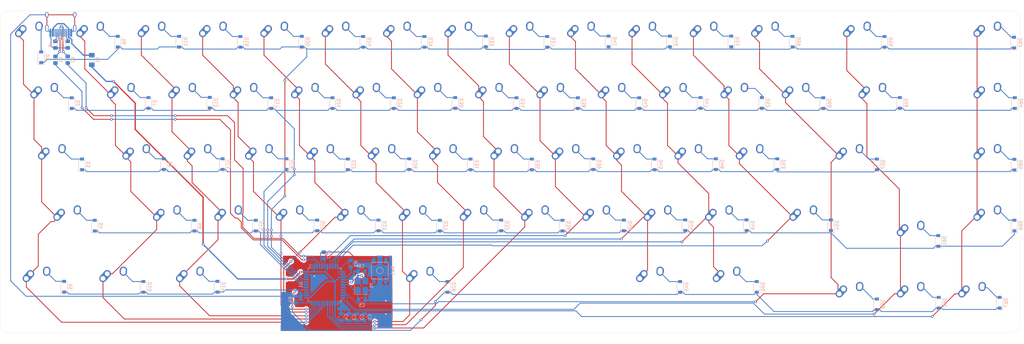
<source format=kicad_pcb>
(kicad_pcb (version 20171130) (host pcbnew "(5.1.5)-3")
  (layers (0 F.Cu signal) (31 B.Cu signal) (34 B.Paste user) (35 F.Paste user) (36 B.SilkS user) (37 F.SilkS user) (38 B.Mask user) (39 F.Mask user) (44 Edge.Cuts user))
  (net 0 "")
  (net 1 GND)
  (net 2 +5V)
  (net 3 "Net-(C5-Pad1)")
  (net 4 "Net-(C6-Pad1)")
  (net 5 "Net-(C7-Pad1)")
  (net 6 "Net-(D1-Pad2)")
  (net 7 ROW0)
  (net 8 "Net-(D2-Pad2)")
  (net 9 ROW1)
  (net 10 "Net-(D3-Pad2)")
  (net 11 ROW2)
  (net 12 "Net-(D4-Pad2)")
  (net 13 ROW3)
  (net 14 "Net-(D5-Pad2)")
  (net 15 "Net-(D6-Pad2)")
  (net 16 "Net-(D7-Pad2)")
  (net 17 "Net-(D8-Pad2)")
  (net 18 "Net-(D9-Pad2)")
  (net 19 "Net-(D10-Pad2)")
  (net 20 "Net-(D11-Pad2)")
  (net 21 "Net-(D12-Pad2)")
  (net 22 "Net-(D13-Pad2)")
  (net 23 "Net-(D14-Pad2)")
  (net 24 "Net-(D15-Pad2)")
  (net 25 "Net-(D16-Pad2)")
  (net 26 "Net-(D17-Pad2)")
  (net 27 "Net-(D18-Pad2)")
  (net 28 "Net-(D19-Pad2)")
  (net 29 "Net-(D20-Pad2)")
  (net 30 "Net-(D21-Pad2)")
  (net 31 "Net-(D22-Pad2)")
  (net 32 "Net-(D23-Pad2)")
  (net 33 "Net-(D24-Pad2)")
  (net 34 "Net-(D25-Pad2)")
  (net 35 "Net-(D26-Pad2)")
  (net 36 "Net-(D27-Pad2)")
  (net 37 "Net-(D28-Pad2)")
  (net 38 "Net-(D29-Pad2)")
  (net 39 "Net-(D30-Pad2)")
  (net 40 "Net-(D31-Pad2)")
  (net 41 "Net-(D32-Pad2)")
  (net 42 "Net-(D33-Pad2)")
  (net 43 "Net-(D34-Pad2)")
  (net 44 "Net-(D35-Pad2)")
  (net 45 "Net-(D36-Pad2)")
  (net 46 "Net-(D37-Pad2)")
  (net 47 "Net-(D38-Pad2)")
  (net 48 "Net-(D39-Pad2)")
  (net 49 "Net-(D40-Pad2)")
  (net 50 "Net-(D41-Pad2)")
  (net 51 "Net-(D42-Pad2)")
  (net 52 "Net-(D43-Pad2)")
  (net 53 "Net-(D44-Pad2)")
  (net 54 "Net-(D45-Pad2)")
  (net 55 "Net-(D46-Pad2)")
  (net 56 "Net-(D47-Pad2)")
  (net 57 "Net-(D48-Pad2)")
  (net 58 "Net-(D49-Pad2)")
  (net 59 "Net-(D50-Pad2)")
  (net 60 "Net-(D51-Pad2)")
  (net 61 "Net-(D52-Pad2)")
  (net 62 "Net-(D53-Pad2)")
  (net 63 VCC)
  (net 64 COL0)
  (net 65 COL1)
  (net 66 COL2)
  (net 67 COL3)
  (net 68 COL4)
  (net 69 COL5)
  (net 70 COL6)
  (net 71 COL7)
  (net 72 COL8)
  (net 73 COL9)
  (net 74 COL10)
  (net 75 COL11)
  (net 76 COL12)
  (net 77 COL13)
  (net 78 COL14)
  (net 79 D-)
  (net 80 "Net-(R1-Pad1)")
  (net 81 D+)
  (net 82 "Net-(R2-Pad1)")
  (net 83 "Net-(R3-Pad2)")
  (net 84 "Net-(R4-Pad2)")
  (net 85 "Net-(U1-Pad42)")
  (net 86 "Net-(U1-Pad36)")
  (net 87 "Net-(U1-Pad19)")
  (net 88 "Net-(U1-Pad18)")
  (net 89 "Net-(U1-Pad12)")
  (net 90 "Net-(U1-Pad1)")
  (net 91 ROW4)
  (net 92 "Net-(D54-Pad2)")
  (net 93 "Net-(D55-Pad2)")
  (net 94 "Net-(D56-Pad2)")
  (net 95 "Net-(D57-Pad2)")
  (net 96 "Net-(D58-Pad2)")
  (net 97 "Net-(D59-Pad2)")
  (net 98 "Net-(D60-Pad2)")
  (net 99 "Net-(D61-Pad2)")
  (net 100 "Net-(D62-Pad2)")
  (net 101 "Net-(D63-Pad2)")
  (net 102 "Net-(D64-Pad2)")
  (net 103 "Net-(D65-Pad2)")
  (net 104 "Net-(D66-Pad2)")
  (net 105 "Net-(D67-Pad2)")
  (net 106 "Net-(R5-Pad1)")
  (net 107 "Net-(R6-Pad1)")
  (net 108 "Net-(USB1-Pad3)")
  (net 109 "Net-(USB1-Pad9)")
  (module MX_Alps_Hybrid:MX-1U-NoLED (layer F.Cu) (at 44.45 -115.09375)
    (fp_text reference MX6)
    (fp_text value MX-NoLED)
    (pad "" np_thru_hole circle (at 5.08 0 48.0996) (size 1.75 1.75) (drill 1.75) (layers *.Cu *.Mask))
    (pad "" np_thru_hole circle (at -5.08 0 48.0996) (size 1.75 1.75) (drill 1.75) (layers *.Cu *.Mask))
    (pad 1 thru_hole circle (at -2.5 -4) (size 2.25 2.25) (drill 1.47) (layers *.Cu B.Mask) (net 65 COL1))
    (pad "" np_thru_hole circle (at 0 0) (size 3.9878 3.9878) (drill 3.9878) (layers *.Cu *.Mask))
    (pad 1 thru_hole oval (at -3.81 -2.54 48.0996) (size 4.211556 2.25) (drill 1.47 (offset 0.980778 0)) (layers *.Cu B.Mask) (net 65 COL1))
    (pad 2 thru_hole circle (at 2.54 -5.08) (size 2.25 2.25) (drill 1.47) (layers *.Cu B.Mask) (net 15 "Net-(D6-Pad2)"))
    (pad 2 thru_hole oval (at 2.5 -4.5 86.0548) (size 2.831378 2.25) (drill 1.47 (offset 0.290689 0)) (layers *.Cu B.Mask) (net 15 "Net-(D6-Pad2)"))
  )
  (module Type-C:HRO-TYPE-C-31-M-12-HandSoldering (layer B.Cu) (at 34.673 -126.044)
    (fp_text reference USB1 (at 0 10.2) (layer B.SilkS) (effects (justify mirror)))
    (fp_text value Type-C_HRO-TYPE-C-31-M-12)
    (pad 12 smd rect (at 3.225 8.195) (size 0.6 2.45) (layers B.Cu B.Paste B.Mask) (net 1 GND))
    (pad 1 smd rect (at -3.225 8.195) (size 0.6 2.45) (layers B.Cu B.Paste B.Mask) (net 1 GND))
    (pad 11 smd rect (at 2.45 8.195) (size 0.6 2.45) (layers B.Cu B.Paste B.Mask) (net 63 VCC))
    (pad 2 smd rect (at -2.45 8.195) (size 0.6 2.45) (layers B.Cu B.Paste B.Mask) (net 63 VCC))
    (pad 3 smd rect (at -1.75 8.195) (size 0.3 2.45) (layers B.Cu B.Paste B.Mask) (net 108 "Net-(USB1-Pad3)"))
    (pad 10 smd rect (at 1.75 8.195) (size 0.3 2.45) (layers B.Cu B.Paste B.Mask) (net 106 "Net-(R5-Pad1)"))
    (pad 4 smd rect (at -1.25 8.195) (size 0.3 2.45) (layers B.Cu B.Paste B.Mask) (net 107 "Net-(R6-Pad1)"))
    (pad 9 smd rect (at 1.25 8.195) (size 0.3 2.45) (layers B.Cu B.Paste B.Mask) (net 109 "Net-(USB1-Pad9)"))
    (pad 5 smd rect (at -0.75 8.195) (size 0.3 2.45) (layers B.Cu B.Paste B.Mask) (net 79 D-))
    (pad 8 smd rect (at 0.75 8.195) (size 0.3 2.45) (layers B.Cu B.Paste B.Mask) (net 81 D+))
    (pad 7 smd rect (at 0.25 8.195) (size 0.3 2.45) (layers B.Cu B.Paste B.Mask) (net 79 D-))
    (pad 6 smd rect (at -0.25 8.195) (size 0.3 2.45) (layers B.Cu B.Paste B.Mask) (net 81 D+))
    (pad "" np_thru_hole circle (at 2.89 6.25) (size 0.65 0.65) (drill 0.65) (layers *.Cu *.Mask))
    (pad "" np_thru_hole circle (at -2.89 6.25) (size 0.65 0.65) (drill 0.65) (layers *.Cu *.Mask))
    (pad 13 thru_hole oval (at -4.32 6.78) (size 1 2.1) (drill oval 0.6 1.7) (layers *.Cu F.Mask) (net 1 GND))
    (pad 13 thru_hole oval (at 4.32 6.78) (size 1 2.1) (drill oval 0.6 1.7) (layers *.Cu F.Mask) (net 1 GND))
    (pad 13 thru_hole oval (at -4.32 2.6) (size 1 1.6) (drill oval 0.6 1.2) (layers *.Cu F.Mask) (net 1 GND))
    (pad 13 thru_hole oval (at 4.32 2.6) (size 1 1.6) (drill oval 0.6 1.2) (layers *.Cu F.Mask) (net 1 GND))
  )
  (module Resistor_SMD:R_0805_2012Metric_Pad1.15x1.40mm_HandSolder (layer B.Cu) (at 33.02 -114.164 270)
    (fp_text reference R6 (at 0 1.65 90) (layer B.SilkS) (effects (justify mirror)))
    (fp_text value 5.1k)
    (pad 2 smd roundrect (at 1.025 0 270) (size 1.15 1.4) (layers B.Cu B.Paste B.Mask) (roundrect_rratio 0.217391) (net 1 GND))
    (pad 1 smd roundrect (at -1.025 0 270) (size 1.15 1.4) (layers B.Cu B.Paste B.Mask) (roundrect_rratio 0.217391) (net 107 "Net-(R6-Pad1)"))
  )
  (module Resistor_SMD:R_0805_2012Metric_Pad1.15x1.40mm_HandSolder (layer B.Cu) (at 36.83 -114.182 270)
    (fp_text reference R5 (at 0 1.65 90) (layer B.SilkS) (effects (justify mirror)))
    (fp_text value 5.1k)
    (pad 2 smd roundrect (at 1.025 0 270) (size 1.15 1.4) (layers B.Cu B.Paste B.Mask) (roundrect_rratio 0.217391) (net 1 GND))
    (pad 1 smd roundrect (at -1.025 0 270) (size 1.15 1.4) (layers B.Cu B.Paste B.Mask) (roundrect_rratio 0.217391) (net 106 "Net-(R5-Pad1)"))
  )
  (module MX_Alps_Hybrid:MX-1U-NoLED (layer F.Cu) (at 25.4 -115.09375)
    (fp_text reference MX1)
    (fp_text value MX-NoLED)
    (pad "" np_thru_hole circle (at 5.08 0 48.0996) (size 1.75 1.75) (drill 1.75) (layers *.Cu *.Mask))
    (pad "" np_thru_hole circle (at -5.08 0 48.0996) (size 1.75 1.75) (drill 1.75) (layers *.Cu *.Mask))
    (pad 1 thru_hole circle (at -2.5 -4) (size 2.25 2.25) (drill 1.47) (layers *.Cu B.Mask) (net 64 COL0))
    (pad "" np_thru_hole circle (at 0 0) (size 3.9878 3.9878) (drill 3.9878) (layers *.Cu *.Mask))
    (pad 1 thru_hole oval (at -3.81 -2.54 48.0996) (size 4.211556 2.25) (drill 1.47 (offset 0.980778 0)) (layers *.Cu B.Mask) (net 64 COL0))
    (pad 2 thru_hole circle (at 2.54 -5.08) (size 2.25 2.25) (drill 1.47) (layers *.Cu B.Mask) (net 6 "Net-(D1-Pad2)"))
    (pad 2 thru_hole oval (at 2.5 -4.5 86.0548) (size 2.831378 2.25) (drill 1.47 (offset 0.290689 0)) (layers *.Cu B.Mask) (net 6 "Net-(D1-Pad2)"))
  )
  (module MX_Alps_Hybrid:MX-1U-NoLED (layer F.Cu) (at 318.29375 -34.13125)
    (fp_text reference MX67)
    (fp_text value MX-NoLED)
    (pad "" np_thru_hole circle (at 5.08 0 48.0996) (size 1.75 1.75) (drill 1.75) (layers *.Cu *.Mask))
    (pad "" np_thru_hole circle (at -5.08 0 48.0996) (size 1.75 1.75) (drill 1.75) (layers *.Cu *.Mask))
    (pad 1 thru_hole circle (at -2.5 -4) (size 2.25 2.25) (drill 1.47) (layers *.Cu B.Mask) (net 78 COL14))
    (pad "" np_thru_hole circle (at 0 0) (size 3.9878 3.9878) (drill 3.9878) (layers *.Cu *.Mask))
    (pad 1 thru_hole oval (at -3.81 -2.54 48.0996) (size 4.211556 2.25) (drill 1.47 (offset 0.980778 0)) (layers *.Cu B.Mask) (net 78 COL14))
    (pad 2 thru_hole circle (at 2.54 -5.08) (size 2.25 2.25) (drill 1.47) (layers *.Cu B.Mask) (net 105 "Net-(D67-Pad2)"))
    (pad 2 thru_hole oval (at 2.5 -4.5 86.0548) (size 2.831378 2.25) (drill 1.47 (offset 0.290689 0)) (layers *.Cu B.Mask) (net 105 "Net-(D67-Pad2)"))
  )
  (module MX_Alps_Hybrid:MX-1U-NoLED (layer F.Cu) (at 323.05675 -57.94375)
    (fp_text reference MX66)
    (fp_text value MX-NoLED)
    (pad "" np_thru_hole circle (at 5.08 0 48.0996) (size 1.75 1.75) (drill 1.75) (layers *.Cu *.Mask))
    (pad "" np_thru_hole circle (at -5.08 0 48.0996) (size 1.75 1.75) (drill 1.75) (layers *.Cu *.Mask))
    (pad 1 thru_hole circle (at -2.5 -4) (size 2.25 2.25) (drill 1.47) (layers *.Cu B.Mask) (net 78 COL14))
    (pad "" np_thru_hole circle (at 0 0) (size 3.9878 3.9878) (drill 3.9878) (layers *.Cu *.Mask))
    (pad 1 thru_hole oval (at -3.81 -2.54 48.0996) (size 4.211556 2.25) (drill 1.47 (offset 0.980778 0)) (layers *.Cu B.Mask) (net 78 COL14))
    (pad 2 thru_hole circle (at 2.54 -5.08) (size 2.25 2.25) (drill 1.47) (layers *.Cu B.Mask) (net 104 "Net-(D66-Pad2)"))
    (pad 2 thru_hole oval (at 2.5 -4.5 86.0548) (size 2.831378 2.25) (drill 1.47 (offset 0.290689 0)) (layers *.Cu B.Mask) (net 104 "Net-(D66-Pad2)"))
  )
  (module MX_Alps_Hybrid:MX-1U-NoLED (layer F.Cu) (at 106.3625 -57.94375)
    (fp_text reference MX19)
    (fp_text value MX-NoLED)
    (pad "" np_thru_hole circle (at 5.08 0 48.0996) (size 1.75 1.75) (drill 1.75) (layers *.Cu *.Mask))
    (pad "" np_thru_hole circle (at -5.08 0 48.0996) (size 1.75 1.75) (drill 1.75) (layers *.Cu *.Mask))
    (pad 1 thru_hole circle (at -2.5 -4) (size 2.25 2.25) (drill 1.47) (layers *.Cu B.Mask) (net 67 COL3))
    (pad "" np_thru_hole circle (at 0 0) (size 3.9878 3.9878) (drill 3.9878) (layers *.Cu *.Mask))
    (pad 1 thru_hole oval (at -3.81 -2.54 48.0996) (size 4.211556 2.25) (drill 1.47 (offset 0.980778 0)) (layers *.Cu B.Mask) (net 67 COL3))
    (pad 2 thru_hole circle (at 2.54 -5.08) (size 2.25 2.25) (drill 1.47) (layers *.Cu B.Mask) (net 28 "Net-(D19-Pad2)"))
    (pad 2 thru_hole oval (at 2.5 -4.5 86.0548) (size 2.831378 2.25) (drill 1.47 (offset 0.290689 0)) (layers *.Cu B.Mask) (net 28 "Net-(D19-Pad2)"))
  )
  (module MX_Alps_Hybrid:MX-1U-NoLED (layer F.Cu) (at 87.3125 -57.94375)
    (fp_text reference MX14)
    (fp_text value MX-NoLED)
    (pad "" np_thru_hole circle (at 5.08 0 48.0996) (size 1.75 1.75) (drill 1.75) (layers *.Cu *.Mask))
    (pad "" np_thru_hole circle (at -5.08 0 48.0996) (size 1.75 1.75) (drill 1.75) (layers *.Cu *.Mask))
    (pad 1 thru_hole circle (at -2.5 -4) (size 2.25 2.25) (drill 1.47) (layers *.Cu B.Mask) (net 66 COL2))
    (pad "" np_thru_hole circle (at 0 0) (size 3.9878 3.9878) (drill 3.9878) (layers *.Cu *.Mask))
    (pad 1 thru_hole oval (at -3.81 -2.54 48.0996) (size 4.211556 2.25) (drill 1.47 (offset 0.980778 0)) (layers *.Cu B.Mask) (net 66 COL2))
    (pad 2 thru_hole circle (at 2.54 -5.08) (size 2.25 2.25) (drill 1.47) (layers *.Cu B.Mask) (net 23 "Net-(D14-Pad2)"))
    (pad 2 thru_hole oval (at 2.5 -4.5 86.0548) (size 2.831378 2.25) (drill 1.47 (offset 0.290689 0)) (layers *.Cu B.Mask) (net 23 "Net-(D14-Pad2)"))
  )
  (module MX_Alps_Hybrid:MX-1U-NoLED (layer F.Cu) (at 125.4125 -57.94375)
    (fp_text reference MX23)
    (fp_text value MX-NoLED)
    (pad "" np_thru_hole circle (at 5.08 0 48.0996) (size 1.75 1.75) (drill 1.75) (layers *.Cu *.Mask))
    (pad "" np_thru_hole circle (at -5.08 0 48.0996) (size 1.75 1.75) (drill 1.75) (layers *.Cu *.Mask))
    (pad 1 thru_hole circle (at -2.5 -4) (size 2.25 2.25) (drill 1.47) (layers *.Cu B.Mask) (net 68 COL4))
    (pad "" np_thru_hole circle (at 0 0) (size 3.9878 3.9878) (drill 3.9878) (layers *.Cu *.Mask))
    (pad 1 thru_hole oval (at -3.81 -2.54 48.0996) (size 4.211556 2.25) (drill 1.47 (offset 0.980778 0)) (layers *.Cu B.Mask) (net 68 COL4))
    (pad 2 thru_hole circle (at 2.54 -5.08) (size 2.25 2.25) (drill 1.47) (layers *.Cu B.Mask) (net 32 "Net-(D23-Pad2)"))
    (pad 2 thru_hole oval (at 2.5 -4.5 86.0548) (size 2.831378 2.25) (drill 1.47 (offset 0.290689 0)) (layers *.Cu B.Mask) (net 32 "Net-(D23-Pad2)"))
  )
  (module MX_Alps_Hybrid:MX-6.25U-ReversedStabilizers-NoLED (layer F.Cu) (at 146.84375 -38.89375)
    (fp_text reference MX28)
    (fp_text value MX-NoLED)
    (pad "" np_thru_hole circle (at 49.9999 -8.255) (size 3.9878 3.9878) (drill 3.9878) (layers *.Cu *.Mask))
    (pad "" np_thru_hole circle (at -49.9999 -8.255) (size 3.9878 3.9878) (drill 3.9878) (layers *.Cu *.Mask))
    (pad "" np_thru_hole circle (at 49.9999 6.985) (size 3.048 3.048) (drill 3.048) (layers *.Cu *.Mask))
    (pad "" np_thru_hole circle (at -49.9999 6.985) (size 3.048 3.048) (drill 3.048) (layers *.Cu *.Mask))
    (pad "" np_thru_hole circle (at 5.08 0 48.0996) (size 1.75 1.75) (drill 1.75) (layers *.Cu *.Mask))
    (pad "" np_thru_hole circle (at -5.08 0 48.0996) (size 1.75 1.75) (drill 1.75) (layers *.Cu *.Mask))
    (pad 1 thru_hole circle (at -2.5 -4) (size 2.25 2.25) (drill 1.47) (layers *.Cu B.Mask) (net 69 COL5))
    (pad "" np_thru_hole circle (at 0 0) (size 3.9878 3.9878) (drill 3.9878) (layers *.Cu *.Mask))
    (pad 1 thru_hole oval (at -3.81 -2.54 48.0996) (size 4.211556 2.25) (drill 1.47 (offset 0.980778 0)) (layers *.Cu B.Mask) (net 69 COL5))
    (pad 2 thru_hole circle (at 2.54 -5.08) (size 2.25 2.25) (drill 1.47) (layers *.Cu B.Mask) (net 37 "Net-(D28-Pad2)"))
    (pad 2 thru_hole oval (at 2.5 -4.5 86.0548) (size 2.831378 2.25) (drill 1.47 (offset 0.290689 0)) (layers *.Cu B.Mask) (net 37 "Net-(D28-Pad2)"))
  )
  (module Package_QFP:TQFP-44_10x10mm_P0.8mm (layer B.Cu) (at 116.64375 -39.48425 270)
    (fp_text reference U1 (at 0 7.45 90) (layer B.SilkS) (effects (justify mirror)))
    (fp_text value ATmega32U4-AU)
    (pad 44 smd rect (at -4 5.7 180) (size 1.5 0.55) (layers B.Cu B.Paste B.Mask) (net 2 +5V))
    (pad 43 smd rect (at -3.2 5.7 180) (size 1.5 0.55) (layers B.Cu B.Paste B.Mask) (net 1 GND))
    (pad 42 smd rect (at -2.4 5.7 180) (size 1.5 0.55) (layers B.Cu B.Paste B.Mask) (net 85 "Net-(U1-Pad42)"))
    (pad 41 smd rect (at -1.6 5.7 180) (size 1.5 0.55) (layers B.Cu B.Paste B.Mask) (net 7 ROW0))
    (pad 40 smd rect (at -0.8 5.7 180) (size 1.5 0.55) (layers B.Cu B.Paste B.Mask) (net 9 ROW1))
    (pad 39 smd rect (at 0 5.7 180) (size 1.5 0.55) (layers B.Cu B.Paste B.Mask) (net 11 ROW2))
    (pad 38 smd rect (at 0.8 5.7 180) (size 1.5 0.55) (layers B.Cu B.Paste B.Mask) (net 13 ROW3))
    (pad 37 smd rect (at 1.6 5.7 180) (size 1.5 0.55) (layers B.Cu B.Paste B.Mask) (net 91 ROW4))
    (pad 36 smd rect (at 2.4 5.7 180) (size 1.5 0.55) (layers B.Cu B.Paste B.Mask) (net 86 "Net-(U1-Pad36)"))
    (pad 35 smd rect (at 3.2 5.7 180) (size 1.5 0.55) (layers B.Cu B.Paste B.Mask) (net 1 GND))
    (pad 34 smd rect (at 4 5.7 180) (size 1.5 0.55) (layers B.Cu B.Paste B.Mask) (net 2 +5V))
    (pad 33 smd rect (at 5.7 4 270) (size 1.5 0.55) (layers B.Cu B.Paste B.Mask) (net 84 "Net-(R4-Pad2)"))
    (pad 32 smd rect (at 5.7 3.2 270) (size 1.5 0.55) (layers B.Cu B.Paste B.Mask) (net 68 COL4))
    (pad 31 smd rect (at 5.7 2.4 270) (size 1.5 0.55) (layers B.Cu B.Paste B.Mask) (net 67 COL3))
    (pad 30 smd rect (at 5.7 1.6 270) (size 1.5 0.55) (layers B.Cu B.Paste B.Mask) (net 66 COL2))
    (pad 29 smd rect (at 5.7 0.8 270) (size 1.5 0.55) (layers B.Cu B.Paste B.Mask) (net 65 COL1))
    (pad 28 smd rect (at 5.7 0 270) (size 1.5 0.55) (layers B.Cu B.Paste B.Mask) (net 64 COL0))
    (pad 27 smd rect (at 5.7 -0.8 270) (size 1.5 0.55) (layers B.Cu B.Paste B.Mask) (net 71 COL7))
    (pad 26 smd rect (at 5.7 -1.6 270) (size 1.5 0.55) (layers B.Cu B.Paste B.Mask) (net 70 COL6))
    (pad 25 smd rect (at 5.7 -2.4 270) (size 1.5 0.55) (layers B.Cu B.Paste B.Mask) (net 69 COL5))
    (pad 24 smd rect (at 5.7 -3.2 270) (size 1.5 0.55) (layers B.Cu B.Paste B.Mask) (net 2 +5V))
    (pad 23 smd rect (at 5.7 -4 270) (size 1.5 0.55) (layers B.Cu B.Paste B.Mask) (net 1 GND))
    (pad 22 smd rect (at 4 -5.7 180) (size 1.5 0.55) (layers B.Cu B.Paste B.Mask) (net 78 COL14))
    (pad 21 smd rect (at 3.2 -5.7 180) (size 1.5 0.55) (layers B.Cu B.Paste B.Mask) (net 77 COL13))
    (pad 20 smd rect (at 2.4 -5.7 180) (size 1.5 0.55) (layers B.Cu B.Paste B.Mask) (net 76 COL12))
    (pad 19 smd rect (at 1.6 -5.7 180) (size 1.5 0.55) (layers B.Cu B.Paste B.Mask) (net 87 "Net-(U1-Pad19)"))
    (pad 18 smd rect (at 0.8 -5.7 180) (size 1.5 0.55) (layers B.Cu B.Paste B.Mask) (net 88 "Net-(U1-Pad18)"))
    (pad 17 smd rect (at 0 -5.7 180) (size 1.5 0.55) (layers B.Cu B.Paste B.Mask) (net 3 "Net-(C5-Pad1)"))
    (pad 16 smd rect (at -0.8 -5.7 180) (size 1.5 0.55) (layers B.Cu B.Paste B.Mask) (net 4 "Net-(C6-Pad1)"))
    (pad 15 smd rect (at -1.6 -5.7 180) (size 1.5 0.55) (layers B.Cu B.Paste B.Mask) (net 1 GND))
    (pad 14 smd rect (at -2.4 -5.7 180) (size 1.5 0.55) (layers B.Cu B.Paste B.Mask) (net 2 +5V))
    (pad 13 smd rect (at -3.2 -5.7 180) (size 1.5 0.55) (layers B.Cu B.Paste B.Mask) (net 83 "Net-(R3-Pad2)"))
    (pad 12 smd rect (at -4 -5.7 180) (size 1.5 0.55) (layers B.Cu B.Paste B.Mask) (net 89 "Net-(U1-Pad12)"))
    (pad 11 smd rect (at -5.7 -4 270) (size 1.5 0.55) (layers B.Cu B.Paste B.Mask) (net 75 COL11))
    (pad 10 smd rect (at -5.7 -3.2 270) (size 1.5 0.55) (layers B.Cu B.Paste B.Mask) (net 74 COL10))
    (pad 9 smd rect (at -5.7 -2.4 270) (size 1.5 0.55) (layers B.Cu B.Paste B.Mask) (net 73 COL9))
    (pad 8 smd rect (at -5.7 -1.6 270) (size 1.5 0.55) (layers B.Cu B.Paste B.Mask) (net 72 COL8))
    (pad 7 smd rect (at -5.7 -0.8 270) (size 1.5 0.55) (layers B.Cu B.Paste B.Mask) (net 2 +5V))
    (pad 6 smd rect (at -5.7 0 270) (size 1.5 0.55) (layers B.Cu B.Paste B.Mask) (net 5 "Net-(C7-Pad1)"))
    (pad 5 smd rect (at -5.7 0.8 270) (size 1.5 0.55) (layers B.Cu B.Paste B.Mask) (net 1 GND))
    (pad 4 smd rect (at -5.7 1.6 270) (size 1.5 0.55) (layers B.Cu B.Paste B.Mask) (net 82 "Net-(R2-Pad1)"))
    (pad 3 smd rect (at -5.7 2.4 270) (size 1.5 0.55) (layers B.Cu B.Paste B.Mask) (net 80 "Net-(R1-Pad1)"))
    (pad 2 smd rect (at -5.7 3.2 270) (size 1.5 0.55) (layers B.Cu B.Paste B.Mask) (net 2 +5V))
    (pad 1 smd rect (at -5.7 4 270) (size 1.5 0.55) (layers B.Cu B.Paste B.Mask) (net 90 "Net-(U1-Pad1)"))
  )
  (module MX_Alps_Hybrid:MX-1U-NoLED (layer F.Cu) (at 280.24775 -34.13075)
    (fp_text reference MX58)
    (fp_text value MX-NoLED)
    (pad "" np_thru_hole circle (at 5.08 0 48.0996) (size 1.75 1.75) (drill 1.75) (layers *.Cu *.Mask))
    (pad "" np_thru_hole circle (at -5.08 0 48.0996) (size 1.75 1.75) (drill 1.75) (layers *.Cu *.Mask))
    (pad 1 thru_hole circle (at -2.5 -4) (size 2.25 2.25) (drill 1.47) (layers *.Cu B.Mask) (net 76 COL12))
    (pad "" np_thru_hole circle (at 0 0) (size 3.9878 3.9878) (drill 3.9878) (layers *.Cu *.Mask))
    (pad 1 thru_hole oval (at -3.81 -2.54 48.0996) (size 4.211556 2.25) (drill 1.47 (offset 0.980778 0)) (layers *.Cu B.Mask) (net 76 COL12))
    (pad 2 thru_hole circle (at 2.54 -5.08) (size 2.25 2.25) (drill 1.47) (layers *.Cu B.Mask) (net 96 "Net-(D58-Pad2)"))
    (pad 2 thru_hole oval (at 2.5 -4.5 86.0548) (size 2.831378 2.25) (drill 1.47 (offset 0.290689 0)) (layers *.Cu B.Mask) (net 96 "Net-(D58-Pad2)"))
  )
  (module Crystal:Crystal_SMD_3225-4Pin_3.2x2.5mm_HandSoldering (layer B.Cu) (at 128.10075 -39.20425 90)
    (fp_text reference Y1 (at 0 3.05 270) (layer B.SilkS) (effects (justify mirror)))
    (fp_text value 16MHz)
    (pad 4 smd rect (at -1.45 1.15 90) (size 2.1 1.8) (layers B.Cu B.Paste B.Mask) (net 1 GND))
    (pad 3 smd rect (at 1.45 1.15 90) (size 2.1 1.8) (layers B.Cu B.Paste B.Mask) (net 4 "Net-(C6-Pad1)"))
    (pad 2 smd rect (at 1.45 -1.15 90) (size 2.1 1.8) (layers B.Cu B.Paste B.Mask) (net 1 GND))
    (pad 1 smd rect (at -1.45 -1.15 90) (size 2.1 1.8) (layers B.Cu B.Paste B.Mask) (net 3 "Net-(C5-Pad1)"))
  )
  (module random-keyboard-parts:SKQG-1155865 (layer B.Cu) (at 133.76275 -43.8785 270)
    (fp_text reference SW1 (at 0 -4.064 90) (layer B.SilkS) (effects (justify mirror)))
    (fp_text value SW_Push)
    (pad 4 smd rect (at -3.1 -1.85 270) (size 1.8 1.1) (layers B.Cu B.Paste B.Mask))
    (pad 3 smd rect (at 3.1 1.85 270) (size 1.8 1.1) (layers B.Cu B.Paste B.Mask))
    (pad 2 smd rect (at -3.1 1.85 270) (size 1.8 1.1) (layers B.Cu B.Paste B.Mask) (net 83 "Net-(R3-Pad2)"))
    (pad 1 smd rect (at 3.1 -1.85 270) (size 1.8 1.1) (layers B.Cu B.Paste B.Mask) (net 1 GND))
  )
  (module Resistor_SMD:R_0805_2012Metric_Pad1.15x1.40mm_HandSolder (layer B.Cu) (at 107.60075 -34.8705 270)
    (fp_text reference R4 (at 0 1.65 90) (layer B.SilkS) (effects (justify mirror)))
    (fp_text value 10k)
    (pad 2 smd roundrect (at 1.025 0 270) (size 1.15 1.4) (layers B.Cu B.Paste B.Mask) (roundrect_rratio 0.217391) (net 84 "Net-(R4-Pad2)"))
    (pad 1 smd roundrect (at -1.025 0 270) (size 1.15 1.4) (layers B.Cu B.Paste B.Mask) (roundrect_rratio 0.217391) (net 1 GND))
  )
  (module Resistor_SMD:R_0805_2012Metric_Pad1.15x1.40mm_HandSolder (layer B.Cu) (at 124.74575 -46.0375 90)
    (fp_text reference R3 (at 0 1.65 90) (layer B.SilkS) (effects (justify mirror)))
    (fp_text value 10k)
    (pad 2 smd roundrect (at 1.025 0 90) (size 1.15 1.4) (layers B.Cu B.Paste B.Mask) (roundrect_rratio 0.217391) (net 83 "Net-(R3-Pad2)"))
    (pad 1 smd roundrect (at -1.025 0 90) (size 1.15 1.4) (layers B.Cu B.Paste B.Mask) (roundrect_rratio 0.217391) (net 2 +5V))
  )
  (module Resistor_SMD:R_0805_2012Metric_Pad1.15x1.40mm_HandSolder (layer B.Cu) (at 36.83 -109.483 90)
    (fp_text reference R2 (at 0 1.65 90) (layer B.SilkS) (effects (justify mirror)))
    (fp_text value 22)
    (pad 2 smd roundrect (at 1.025 0 90) (size 1.15 1.4) (layers B.Cu B.Paste B.Mask) (roundrect_rratio 0.217391) (net 81 D+))
    (pad 1 smd roundrect (at -1.025 0 90) (size 1.15 1.4) (layers B.Cu B.Paste B.Mask) (roundrect_rratio 0.217391) (net 82 "Net-(R2-Pad1)"))
  )
  (module Resistor_SMD:R_0805_2012Metric_Pad1.15x1.40mm_HandSolder (layer B.Cu) (at 33.02 -109.465 90)
    (fp_text reference R1 (at 0 1.65 90) (layer B.SilkS) (effects (justify mirror)))
    (fp_text value 22)
    (pad 2 smd roundrect (at 1.025 0 90) (size 1.15 1.4) (layers B.Cu B.Paste B.Mask) (roundrect_rratio 0.217391) (net 79 D-))
    (pad 1 smd roundrect (at -1.025 0 90) (size 1.15 1.4) (layers B.Cu B.Paste B.Mask) (roundrect_rratio 0.217391) (net 80 "Net-(R1-Pad1)"))
  )
  (module MX_Alps_Hybrid:MX-1U-NoLED (layer F.Cu) (at 323.05625 -77.01125)
    (fp_text reference MX65)
    (fp_text value MX-NoLED)
    (pad "" np_thru_hole circle (at 5.08 0 48.0996) (size 1.75 1.75) (drill 1.75) (layers *.Cu *.Mask))
    (pad "" np_thru_hole circle (at -5.08 0 48.0996) (size 1.75 1.75) (drill 1.75) (layers *.Cu *.Mask))
    (pad 1 thru_hole circle (at -2.5 -4) (size 2.25 2.25) (drill 1.47) (layers *.Cu B.Mask) (net 78 COL14))
    (pad "" np_thru_hole circle (at 0 0) (size 3.9878 3.9878) (drill 3.9878) (layers *.Cu *.Mask))
    (pad 1 thru_hole oval (at -3.81 -2.54 48.0996) (size 4.211556 2.25) (drill 1.47 (offset 0.980778 0)) (layers *.Cu B.Mask) (net 78 COL14))
    (pad 2 thru_hole circle (at 2.54 -5.08) (size 2.25 2.25) (drill 1.47) (layers *.Cu B.Mask) (net 103 "Net-(D65-Pad2)"))
    (pad 2 thru_hole oval (at 2.5 -4.5 86.0548) (size 2.831378 2.25) (drill 1.47 (offset 0.290689 0)) (layers *.Cu B.Mask) (net 103 "Net-(D65-Pad2)"))
  )
  (module MX_Alps_Hybrid:MX-1U-NoLED (layer F.Cu) (at 323.05625 -96.06125)
    (fp_text reference MX64)
    (fp_text value MX-NoLED)
    (pad "" np_thru_hole circle (at 5.08 0 48.0996) (size 1.75 1.75) (drill 1.75) (layers *.Cu *.Mask))
    (pad "" np_thru_hole circle (at -5.08 0 48.0996) (size 1.75 1.75) (drill 1.75) (layers *.Cu *.Mask))
    (pad 1 thru_hole circle (at -2.5 -4) (size 2.25 2.25) (drill 1.47) (layers *.Cu B.Mask) (net 78 COL14))
    (pad "" np_thru_hole circle (at 0 0) (size 3.9878 3.9878) (drill 3.9878) (layers *.Cu *.Mask))
    (pad 1 thru_hole oval (at -3.81 -2.54 48.0996) (size 4.211556 2.25) (drill 1.47 (offset 0.980778 0)) (layers *.Cu B.Mask) (net 78 COL14))
    (pad 2 thru_hole circle (at 2.54 -5.08) (size 2.25 2.25) (drill 1.47) (layers *.Cu B.Mask) (net 102 "Net-(D64-Pad2)"))
    (pad 2 thru_hole oval (at 2.5 -4.5 86.0548) (size 2.831378 2.25) (drill 1.47 (offset 0.290689 0)) (layers *.Cu B.Mask) (net 102 "Net-(D64-Pad2)"))
  )
  (module MX_Alps_Hybrid:MX-1U-NoLED (layer F.Cu) (at 323.05625 -115.11125)
    (fp_text reference MX63)
    (fp_text value MX-NoLED)
    (pad "" np_thru_hole circle (at 5.08 0 48.0996) (size 1.75 1.75) (drill 1.75) (layers *.Cu *.Mask))
    (pad "" np_thru_hole circle (at -5.08 0 48.0996) (size 1.75 1.75) (drill 1.75) (layers *.Cu *.Mask))
    (pad 1 thru_hole circle (at -2.5 -4) (size 2.25 2.25) (drill 1.47) (layers *.Cu B.Mask) (net 78 COL14))
    (pad "" np_thru_hole circle (at 0 0) (size 3.9878 3.9878) (drill 3.9878) (layers *.Cu *.Mask))
    (pad 1 thru_hole oval (at -3.81 -2.54 48.0996) (size 4.211556 2.25) (drill 1.47 (offset 0.980778 0)) (layers *.Cu B.Mask) (net 78 COL14))
    (pad 2 thru_hole circle (at 2.54 -5.08) (size 2.25 2.25) (drill 1.47) (layers *.Cu B.Mask) (net 101 "Net-(D63-Pad2)"))
    (pad 2 thru_hole oval (at 2.5 -4.5 86.0548) (size 2.831378 2.25) (drill 1.47 (offset 0.290689 0)) (layers *.Cu B.Mask) (net 101 "Net-(D63-Pad2)"))
  )
  (module MX_Alps_Hybrid:MX-1U-NoLED (layer F.Cu) (at 299.24375 -34.13125)
    (fp_text reference MX62)
    (fp_text value MX-NoLED)
    (pad "" np_thru_hole circle (at 5.08 0 48.0996) (size 1.75 1.75) (drill 1.75) (layers *.Cu *.Mask))
    (pad "" np_thru_hole circle (at -5.08 0 48.0996) (size 1.75 1.75) (drill 1.75) (layers *.Cu *.Mask))
    (pad 1 thru_hole circle (at -2.5 -4) (size 2.25 2.25) (drill 1.47) (layers *.Cu B.Mask) (net 77 COL13))
    (pad "" np_thru_hole circle (at 0 0) (size 3.9878 3.9878) (drill 3.9878) (layers *.Cu *.Mask))
    (pad 1 thru_hole oval (at -3.81 -2.54 48.0996) (size 4.211556 2.25) (drill 1.47 (offset 0.980778 0)) (layers *.Cu B.Mask) (net 77 COL13))
    (pad 2 thru_hole circle (at 2.54 -5.08) (size 2.25 2.25) (drill 1.47) (layers *.Cu B.Mask) (net 100 "Net-(D62-Pad2)"))
    (pad 2 thru_hole oval (at 2.5 -4.5 86.0548) (size 2.831378 2.25) (drill 1.47 (offset 0.290689 0)) (layers *.Cu B.Mask) (net 100 "Net-(D62-Pad2)"))
  )
  (module MX_Alps_Hybrid:MX-1U-NoLED (layer F.Cu) (at 299.24375 -53.13075)
    (fp_text reference MX61)
    (fp_text value MX-NoLED)
    (pad "" np_thru_hole circle (at 5.08 0 48.0996) (size 1.75 1.75) (drill 1.75) (layers *.Cu *.Mask))
    (pad "" np_thru_hole circle (at -5.08 0 48.0996) (size 1.75 1.75) (drill 1.75) (layers *.Cu *.Mask))
    (pad 1 thru_hole circle (at -2.5 -4) (size 2.25 2.25) (drill 1.47) (layers *.Cu B.Mask) (net 77 COL13))
    (pad "" np_thru_hole circle (at 0 0) (size 3.9878 3.9878) (drill 3.9878) (layers *.Cu *.Mask))
    (pad 1 thru_hole oval (at -3.81 -2.54 48.0996) (size 4.211556 2.25) (drill 1.47 (offset 0.980778 0)) (layers *.Cu B.Mask) (net 77 COL13))
    (pad 2 thru_hole circle (at 2.54 -5.08) (size 2.25 2.25) (drill 1.47) (layers *.Cu B.Mask) (net 99 "Net-(D61-Pad2)"))
    (pad 2 thru_hole oval (at 2.5 -4.5 86.0548) (size 2.831378 2.25) (drill 1.47 (offset 0.290689 0)) (layers *.Cu B.Mask) (net 99 "Net-(D61-Pad2)"))
  )
  (module MX_Alps_Hybrid:MX-1U-NoLED (layer F.Cu) (at 263.525 -96.04375)
    (fp_text reference MX60)
    (fp_text value MX-NoLED)
    (pad "" np_thru_hole circle (at 5.08 0 48.0996) (size 1.75 1.75) (drill 1.75) (layers *.Cu *.Mask))
    (pad "" np_thru_hole circle (at -5.08 0 48.0996) (size 1.75 1.75) (drill 1.75) (layers *.Cu *.Mask))
    (pad 1 thru_hole circle (at -2.5 -4) (size 2.25 2.25) (drill 1.47) (layers *.Cu B.Mask) (net 76 COL12))
    (pad "" np_thru_hole circle (at 0 0) (size 3.9878 3.9878) (drill 3.9878) (layers *.Cu *.Mask))
    (pad 1 thru_hole oval (at -3.81 -2.54 48.0996) (size 4.211556 2.25) (drill 1.47 (offset 0.980778 0)) (layers *.Cu B.Mask) (net 76 COL12))
    (pad 2 thru_hole circle (at 2.54 -5.08) (size 2.25 2.25) (drill 1.47) (layers *.Cu B.Mask) (net 98 "Net-(D60-Pad2)"))
    (pad 2 thru_hole oval (at 2.5 -4.5 86.0548) (size 2.831378 2.25) (drill 1.47 (offset 0.290689 0)) (layers *.Cu B.Mask) (net 98 "Net-(D60-Pad2)"))
  )
  (module MX_Alps_Hybrid:MX-1U-NoLED (layer F.Cu) (at 254 -115.09375)
    (fp_text reference MX59)
    (fp_text value MX-NoLED)
    (pad "" np_thru_hole circle (at 5.08 0 48.0996) (size 1.75 1.75) (drill 1.75) (layers *.Cu *.Mask))
    (pad "" np_thru_hole circle (at -5.08 0 48.0996) (size 1.75 1.75) (drill 1.75) (layers *.Cu *.Mask))
    (pad 1 thru_hole circle (at -2.5 -4) (size 2.25 2.25) (drill 1.47) (layers *.Cu B.Mask) (net 76 COL12))
    (pad "" np_thru_hole circle (at 0 0) (size 3.9878 3.9878) (drill 3.9878) (layers *.Cu *.Mask))
    (pad 1 thru_hole oval (at -3.81 -2.54 48.0996) (size 4.211556 2.25) (drill 1.47 (offset 0.980778 0)) (layers *.Cu B.Mask) (net 76 COL12))
    (pad 2 thru_hole circle (at 2.54 -5.08) (size 2.25 2.25) (drill 1.47) (layers *.Cu B.Mask) (net 97 "Net-(D59-Pad2)"))
    (pad 2 thru_hole oval (at 2.5 -4.5 86.0548) (size 2.831378 2.25) (drill 1.47 (offset 0.290689 0)) (layers *.Cu B.Mask) (net 97 "Net-(D59-Pad2)"))
  )
  (module MX_Alps_Hybrid:MX-2.25U-NoLED (layer F.Cu) (at 280.19375 -76.99375)
    (fp_text reference MX57)
    (fp_text value MX-NoLED)
    (pad "" np_thru_hole circle (at 11.938 8.255) (size 3.9878 3.9878) (drill 3.9878) (layers *.Cu *.Mask))
    (pad "" np_thru_hole circle (at -11.938 8.255) (size 3.9878 3.9878) (drill 3.9878) (layers *.Cu *.Mask))
    (pad "" np_thru_hole circle (at 11.938 -6.985) (size 3.048 3.048) (drill 3.048) (layers *.Cu *.Mask))
    (pad "" np_thru_hole circle (at -11.938 -6.985) (size 3.048 3.048) (drill 3.048) (layers *.Cu *.Mask))
    (pad "" np_thru_hole circle (at 5.08 0 48.0996) (size 1.75 1.75) (drill 1.75) (layers *.Cu *.Mask))
    (pad "" np_thru_hole circle (at -5.08 0 48.0996) (size 1.75 1.75) (drill 1.75) (layers *.Cu *.Mask))
    (pad 1 thru_hole circle (at -2.5 -4) (size 2.25 2.25) (drill 1.47) (layers *.Cu B.Mask) (net 76 COL12))
    (pad "" np_thru_hole circle (at 0 0) (size 3.9878 3.9878) (drill 3.9878) (layers *.Cu *.Mask))
    (pad 1 thru_hole oval (at -3.81 -2.54 48.0996) (size 4.211556 2.25) (drill 1.47 (offset 0.980778 0)) (layers *.Cu B.Mask) (net 76 COL12))
    (pad 2 thru_hole circle (at 2.54 -5.08) (size 2.25 2.25) (drill 1.47) (layers *.Cu B.Mask) (net 95 "Net-(D57-Pad2)"))
    (pad 2 thru_hole oval (at 2.5 -4.5 86.0548) (size 2.831378 2.25) (drill 1.47 (offset 0.290689 0)) (layers *.Cu B.Mask) (net 95 "Net-(D57-Pad2)"))
  )
  (module MX_Alps_Hybrid:MX-1.5U-NoLED (layer F.Cu) (at 287.3375 -96.04375)
    (fp_text reference MX56)
    (fp_text value MX-NoLED)
    (pad "" np_thru_hole circle (at 5.08 0 48.0996) (size 1.75 1.75) (drill 1.75) (layers *.Cu *.Mask))
    (pad "" np_thru_hole circle (at -5.08 0 48.0996) (size 1.75 1.75) (drill 1.75) (layers *.Cu *.Mask))
    (pad 1 thru_hole circle (at -2.5 -4) (size 2.25 2.25) (drill 1.47) (layers *.Cu B.Mask) (net 77 COL13))
    (pad "" np_thru_hole circle (at 0 0) (size 3.9878 3.9878) (drill 3.9878) (layers *.Cu *.Mask))
    (pad 1 thru_hole oval (at -3.81 -2.54 48.0996) (size 4.211556 2.25) (drill 1.47 (offset 0.980778 0)) (layers *.Cu B.Mask) (net 77 COL13))
    (pad 2 thru_hole circle (at 2.54 -5.08) (size 2.25 2.25) (drill 1.47) (layers *.Cu B.Mask) (net 94 "Net-(D56-Pad2)"))
    (pad 2 thru_hole oval (at 2.5 -4.5 86.0548) (size 2.831378 2.25) (drill 1.47 (offset 0.290689 0)) (layers *.Cu B.Mask) (net 94 "Net-(D56-Pad2)"))
  )
  (module MX_Alps_Hybrid:MX-2U-NoLED (layer F.Cu) (at 282.575 -115.09375)
    (fp_text reference MX55)
    (fp_text value MX-NoLED)
    (pad "" np_thru_hole circle (at 11.938 8.255) (size 3.9878 3.9878) (drill 3.9878) (layers *.Cu *.Mask))
    (pad "" np_thru_hole circle (at -11.938 8.255) (size 3.9878 3.9878) (drill 3.9878) (layers *.Cu *.Mask))
    (pad "" np_thru_hole circle (at 11.938 -6.985) (size 3.048 3.048) (drill 3.048) (layers *.Cu *.Mask))
    (pad "" np_thru_hole circle (at -11.938 -6.985) (size 3.048 3.048) (drill 3.048) (layers *.Cu *.Mask))
    (pad "" np_thru_hole circle (at 5.08 0 48.0996) (size 1.75 1.75) (drill 1.75) (layers *.Cu *.Mask))
    (pad "" np_thru_hole circle (at -5.08 0 48.0996) (size 1.75 1.75) (drill 1.75) (layers *.Cu *.Mask))
    (pad 1 thru_hole circle (at -2.5 -4) (size 2.25 2.25) (drill 1.47) (layers *.Cu B.Mask) (net 77 COL13))
    (pad "" np_thru_hole circle (at 0 0) (size 3.9878 3.9878) (drill 3.9878) (layers *.Cu *.Mask))
    (pad 1 thru_hole oval (at -3.81 -2.54 48.0996) (size 4.211556 2.25) (drill 1.47 (offset 0.980778 0)) (layers *.Cu B.Mask) (net 77 COL13))
    (pad 2 thru_hole circle (at 2.54 -5.08) (size 2.25 2.25) (drill 1.47) (layers *.Cu B.Mask) (net 93 "Net-(D55-Pad2)"))
    (pad 2 thru_hole oval (at 2.5 -4.5 86.0548) (size 2.831378 2.25) (drill 1.47 (offset 0.290689 0)) (layers *.Cu B.Mask) (net 93 "Net-(D55-Pad2)"))
  )
  (module MX_Alps_Hybrid:MX-1.75U-NoLED (layer F.Cu) (at 265.90625 -57.94375)
    (fp_text reference MX54)
    (fp_text value MX-NoLED)
    (pad "" np_thru_hole circle (at 5.08 0 48.0996) (size 1.75 1.75) (drill 1.75) (layers *.Cu *.Mask))
    (pad "" np_thru_hole circle (at -5.08 0 48.0996) (size 1.75 1.75) (drill 1.75) (layers *.Cu *.Mask))
    (pad 1 thru_hole circle (at -2.5 -4) (size 2.25 2.25) (drill 1.47) (layers *.Cu B.Mask) (net 75 COL11))
    (pad "" np_thru_hole circle (at 0 0) (size 3.9878 3.9878) (drill 3.9878) (layers *.Cu *.Mask))
    (pad 1 thru_hole oval (at -3.81 -2.54 48.0996) (size 4.211556 2.25) (drill 1.47 (offset 0.980778 0)) (layers *.Cu B.Mask) (net 75 COL11))
    (pad 2 thru_hole circle (at 2.54 -5.08) (size 2.25 2.25) (drill 1.47) (layers *.Cu B.Mask) (net 92 "Net-(D54-Pad2)"))
    (pad 2 thru_hole oval (at 2.5 -4.5 86.0548) (size 2.831378 2.25) (drill 1.47 (offset 0.290689 0)) (layers *.Cu B.Mask) (net 92 "Net-(D54-Pad2)"))
  )
  (module MX_Alps_Hybrid:MX-1U-NoLED (layer F.Cu) (at 249.2375 -76.99375)
    (fp_text reference MX53)
    (fp_text value MX-NoLED)
    (pad "" np_thru_hole circle (at 5.08 0 48.0996) (size 1.75 1.75) (drill 1.75) (layers *.Cu *.Mask))
    (pad "" np_thru_hole circle (at -5.08 0 48.0996) (size 1.75 1.75) (drill 1.75) (layers *.Cu *.Mask))
    (pad 1 thru_hole circle (at -2.5 -4) (size 2.25 2.25) (drill 1.47) (layers *.Cu B.Mask) (net 75 COL11))
    (pad "" np_thru_hole circle (at 0 0) (size 3.9878 3.9878) (drill 3.9878) (layers *.Cu *.Mask))
    (pad 1 thru_hole oval (at -3.81 -2.54 48.0996) (size 4.211556 2.25) (drill 1.47 (offset 0.980778 0)) (layers *.Cu B.Mask) (net 75 COL11))
    (pad 2 thru_hole circle (at 2.54 -5.08) (size 2.25 2.25) (drill 1.47) (layers *.Cu B.Mask) (net 62 "Net-(D53-Pad2)"))
    (pad 2 thru_hole oval (at 2.5 -4.5 86.0548) (size 2.831378 2.25) (drill 1.47 (offset 0.290689 0)) (layers *.Cu B.Mask) (net 62 "Net-(D53-Pad2)"))
  )
  (module MX_Alps_Hybrid:MX-1U-NoLED (layer F.Cu) (at 244.475 -96.04375)
    (fp_text reference MX52)
    (fp_text value MX-NoLED)
    (pad "" np_thru_hole circle (at 5.08 0 48.0996) (size 1.75 1.75) (drill 1.75) (layers *.Cu *.Mask))
    (pad "" np_thru_hole circle (at -5.08 0 48.0996) (size 1.75 1.75) (drill 1.75) (layers *.Cu *.Mask))
    (pad 1 thru_hole circle (at -2.5 -4) (size 2.25 2.25) (drill 1.47) (layers *.Cu B.Mask) (net 75 COL11))
    (pad "" np_thru_hole circle (at 0 0) (size 3.9878 3.9878) (drill 3.9878) (layers *.Cu *.Mask))
    (pad 1 thru_hole oval (at -3.81 -2.54 48.0996) (size 4.211556 2.25) (drill 1.47 (offset 0.980778 0)) (layers *.Cu B.Mask) (net 75 COL11))
    (pad 2 thru_hole circle (at 2.54 -5.08) (size 2.25 2.25) (drill 1.47) (layers *.Cu B.Mask) (net 61 "Net-(D52-Pad2)"))
    (pad 2 thru_hole oval (at 2.5 -4.5 86.0548) (size 2.831378 2.25) (drill 1.47 (offset 0.290689 0)) (layers *.Cu B.Mask) (net 61 "Net-(D52-Pad2)"))
  )
  (module MX_Alps_Hybrid:MX-1U-NoLED (layer F.Cu) (at 234.95 -115.09375)
    (fp_text reference MX51)
    (fp_text value MX-NoLED)
    (pad "" np_thru_hole circle (at 5.08 0 48.0996) (size 1.75 1.75) (drill 1.75) (layers *.Cu *.Mask))
    (pad "" np_thru_hole circle (at -5.08 0 48.0996) (size 1.75 1.75) (drill 1.75) (layers *.Cu *.Mask))
    (pad 1 thru_hole circle (at -2.5 -4) (size 2.25 2.25) (drill 1.47) (layers *.Cu B.Mask) (net 75 COL11))
    (pad "" np_thru_hole circle (at 0 0) (size 3.9878 3.9878) (drill 3.9878) (layers *.Cu *.Mask))
    (pad 1 thru_hole oval (at -3.81 -2.54 48.0996) (size 4.211556 2.25) (drill 1.47 (offset 0.980778 0)) (layers *.Cu B.Mask) (net 75 COL11))
    (pad 2 thru_hole circle (at 2.54 -5.08) (size 2.25 2.25) (drill 1.47) (layers *.Cu B.Mask) (net 60 "Net-(D51-Pad2)"))
    (pad 2 thru_hole oval (at 2.5 -4.5 86.0548) (size 2.831378 2.25) (drill 1.47 (offset 0.290689 0)) (layers *.Cu B.Mask) (net 60 "Net-(D51-Pad2)"))
  )
  (module MX_Alps_Hybrid:MX-1.25U-NoLED (layer F.Cu) (at 242.09375 -38.89375)
    (fp_text reference MX50)
    (fp_text value MX-NoLED)
    (pad "" np_thru_hole circle (at 5.08 0 48.0996) (size 1.75 1.75) (drill 1.75) (layers *.Cu *.Mask))
    (pad "" np_thru_hole circle (at -5.08 0 48.0996) (size 1.75 1.75) (drill 1.75) (layers *.Cu *.Mask))
    (pad 1 thru_hole circle (at -2.5 -4) (size 2.25 2.25) (drill 1.47) (layers *.Cu B.Mask) (net 74 COL10))
    (pad "" np_thru_hole circle (at 0 0) (size 3.9878 3.9878) (drill 3.9878) (layers *.Cu *.Mask))
    (pad 1 thru_hole oval (at -3.81 -2.54 48.0996) (size 4.211556 2.25) (drill 1.47 (offset 0.980778 0)) (layers *.Cu B.Mask) (net 74 COL10))
    (pad 2 thru_hole circle (at 2.54 -5.08) (size 2.25 2.25) (drill 1.47) (layers *.Cu B.Mask) (net 59 "Net-(D50-Pad2)"))
    (pad 2 thru_hole oval (at 2.5 -4.5 86.0548) (size 2.831378 2.25) (drill 1.47 (offset 0.290689 0)) (layers *.Cu B.Mask) (net 59 "Net-(D50-Pad2)"))
  )
  (module MX_Alps_Hybrid:MX-1U-NoLED (layer F.Cu) (at 239.7125 -57.94375)
    (fp_text reference MX49)
    (fp_text value MX-NoLED)
    (pad "" np_thru_hole circle (at 5.08 0 48.0996) (size 1.75 1.75) (drill 1.75) (layers *.Cu *.Mask))
    (pad "" np_thru_hole circle (at -5.08 0 48.0996) (size 1.75 1.75) (drill 1.75) (layers *.Cu *.Mask))
    (pad 1 thru_hole circle (at -2.5 -4) (size 2.25 2.25) (drill 1.47) (layers *.Cu B.Mask) (net 74 COL10))
    (pad "" np_thru_hole circle (at 0 0) (size 3.9878 3.9878) (drill 3.9878) (layers *.Cu *.Mask))
    (pad 1 thru_hole oval (at -3.81 -2.54 48.0996) (size 4.211556 2.25) (drill 1.47 (offset 0.980778 0)) (layers *.Cu B.Mask) (net 74 COL10))
    (pad 2 thru_hole circle (at 2.54 -5.08) (size 2.25 2.25) (drill 1.47) (layers *.Cu B.Mask) (net 58 "Net-(D49-Pad2)"))
    (pad 2 thru_hole oval (at 2.5 -4.5 86.0548) (size 2.831378 2.25) (drill 1.47 (offset 0.290689 0)) (layers *.Cu B.Mask) (net 58 "Net-(D49-Pad2)"))
  )
  (module MX_Alps_Hybrid:MX-1U-NoLED (layer F.Cu) (at 230.1875 -76.99375)
    (fp_text reference MX48)
    (fp_text value MX-NoLED)
    (pad "" np_thru_hole circle (at 5.08 0 48.0996) (size 1.75 1.75) (drill 1.75) (layers *.Cu *.Mask))
    (pad "" np_thru_hole circle (at -5.08 0 48.0996) (size 1.75 1.75) (drill 1.75) (layers *.Cu *.Mask))
    (pad 1 thru_hole circle (at -2.5 -4) (size 2.25 2.25) (drill 1.47) (layers *.Cu B.Mask) (net 74 COL10))
    (pad "" np_thru_hole circle (at 0 0) (size 3.9878 3.9878) (drill 3.9878) (layers *.Cu *.Mask))
    (pad 1 thru_hole oval (at -3.81 -2.54 48.0996) (size 4.211556 2.25) (drill 1.47 (offset 0.980778 0)) (layers *.Cu B.Mask) (net 74 COL10))
    (pad 2 thru_hole circle (at 2.54 -5.08) (size 2.25 2.25) (drill 1.47) (layers *.Cu B.Mask) (net 57 "Net-(D48-Pad2)"))
    (pad 2 thru_hole oval (at 2.5 -4.5 86.0548) (size 2.831378 2.25) (drill 1.47 (offset 0.290689 0)) (layers *.Cu B.Mask) (net 57 "Net-(D48-Pad2)"))
  )
  (module MX_Alps_Hybrid:MX-1U-NoLED (layer F.Cu) (at 225.425 -96.04375)
    (fp_text reference MX47)
    (fp_text value MX-NoLED)
    (pad "" np_thru_hole circle (at 5.08 0 48.0996) (size 1.75 1.75) (drill 1.75) (layers *.Cu *.Mask))
    (pad "" np_thru_hole circle (at -5.08 0 48.0996) (size 1.75 1.75) (drill 1.75) (layers *.Cu *.Mask))
    (pad 1 thru_hole circle (at -2.5 -4) (size 2.25 2.25) (drill 1.47) (layers *.Cu B.Mask) (net 74 COL10))
    (pad "" np_thru_hole circle (at 0 0) (size 3.9878 3.9878) (drill 3.9878) (layers *.Cu *.Mask))
    (pad 1 thru_hole oval (at -3.81 -2.54 48.0996) (size 4.211556 2.25) (drill 1.47 (offset 0.980778 0)) (layers *.Cu B.Mask) (net 74 COL10))
    (pad 2 thru_hole circle (at 2.54 -5.08) (size 2.25 2.25) (drill 1.47) (layers *.Cu B.Mask) (net 56 "Net-(D47-Pad2)"))
    (pad 2 thru_hole oval (at 2.5 -4.5 86.0548) (size 2.831378 2.25) (drill 1.47 (offset 0.290689 0)) (layers *.Cu B.Mask) (net 56 "Net-(D47-Pad2)"))
  )
  (module MX_Alps_Hybrid:MX-1U-NoLED (layer F.Cu) (at 215.9 -115.09375)
    (fp_text reference MX46)
    (fp_text value MX-NoLED)
    (pad "" np_thru_hole circle (at 5.08 0 48.0996) (size 1.75 1.75) (drill 1.75) (layers *.Cu *.Mask))
    (pad "" np_thru_hole circle (at -5.08 0 48.0996) (size 1.75 1.75) (drill 1.75) (layers *.Cu *.Mask))
    (pad 1 thru_hole circle (at -2.5 -4) (size 2.25 2.25) (drill 1.47) (layers *.Cu B.Mask) (net 74 COL10))
    (pad "" np_thru_hole circle (at 0 0) (size 3.9878 3.9878) (drill 3.9878) (layers *.Cu *.Mask))
    (pad 1 thru_hole oval (at -3.81 -2.54 48.0996) (size 4.211556 2.25) (drill 1.47 (offset 0.980778 0)) (layers *.Cu B.Mask) (net 74 COL10))
    (pad 2 thru_hole circle (at 2.54 -5.08) (size 2.25 2.25) (drill 1.47) (layers *.Cu B.Mask) (net 55 "Net-(D46-Pad2)"))
    (pad 2 thru_hole oval (at 2.5 -4.5 86.0548) (size 2.831378 2.25) (drill 1.47 (offset 0.290689 0)) (layers *.Cu B.Mask) (net 55 "Net-(D46-Pad2)"))
  )
  (module MX_Alps_Hybrid:MX-1.25U-NoLED (layer F.Cu) (at 218.28125 -38.89375)
    (fp_text reference MX45)
    (fp_text value MX-NoLED)
    (pad "" np_thru_hole circle (at 5.08 0 48.0996) (size 1.75 1.75) (drill 1.75) (layers *.Cu *.Mask))
    (pad "" np_thru_hole circle (at -5.08 0 48.0996) (size 1.75 1.75) (drill 1.75) (layers *.Cu *.Mask))
    (pad 1 thru_hole circle (at -2.5 -4) (size 2.25 2.25) (drill 1.47) (layers *.Cu B.Mask) (net 73 COL9))
    (pad "" np_thru_hole circle (at 0 0) (size 3.9878 3.9878) (drill 3.9878) (layers *.Cu *.Mask))
    (pad 1 thru_hole oval (at -3.81 -2.54 48.0996) (size 4.211556 2.25) (drill 1.47 (offset 0.980778 0)) (layers *.Cu B.Mask) (net 73 COL9))
    (pad 2 thru_hole circle (at 2.54 -5.08) (size 2.25 2.25) (drill 1.47) (layers *.Cu B.Mask) (net 54 "Net-(D45-Pad2)"))
    (pad 2 thru_hole oval (at 2.5 -4.5 86.0548) (size 2.831378 2.25) (drill 1.47 (offset 0.290689 0)) (layers *.Cu B.Mask) (net 54 "Net-(D45-Pad2)"))
  )
  (module MX_Alps_Hybrid:MX-1U-NoLED (layer F.Cu) (at 220.6625 -57.94375)
    (fp_text reference MX44)
    (fp_text value MX-NoLED)
    (pad "" np_thru_hole circle (at 5.08 0 48.0996) (size 1.75 1.75) (drill 1.75) (layers *.Cu *.Mask))
    (pad "" np_thru_hole circle (at -5.08 0 48.0996) (size 1.75 1.75) (drill 1.75) (layers *.Cu *.Mask))
    (pad 1 thru_hole circle (at -2.5 -4) (size 2.25 2.25) (drill 1.47) (layers *.Cu B.Mask) (net 73 COL9))
    (pad "" np_thru_hole circle (at 0 0) (size 3.9878 3.9878) (drill 3.9878) (layers *.Cu *.Mask))
    (pad 1 thru_hole oval (at -3.81 -2.54 48.0996) (size 4.211556 2.25) (drill 1.47 (offset 0.980778 0)) (layers *.Cu B.Mask) (net 73 COL9))
    (pad 2 thru_hole circle (at 2.54 -5.08) (size 2.25 2.25) (drill 1.47) (layers *.Cu B.Mask) (net 53 "Net-(D44-Pad2)"))
    (pad 2 thru_hole oval (at 2.5 -4.5 86.0548) (size 2.831378 2.25) (drill 1.47 (offset 0.290689 0)) (layers *.Cu B.Mask) (net 53 "Net-(D44-Pad2)"))
  )
  (module MX_Alps_Hybrid:MX-1U-NoLED (layer F.Cu) (at 211.1375 -76.99375)
    (fp_text reference MX43)
    (fp_text value MX-NoLED)
    (pad "" np_thru_hole circle (at 5.08 0 48.0996) (size 1.75 1.75) (drill 1.75) (layers *.Cu *.Mask))
    (pad "" np_thru_hole circle (at -5.08 0 48.0996) (size 1.75 1.75) (drill 1.75) (layers *.Cu *.Mask))
    (pad 1 thru_hole circle (at -2.5 -4) (size 2.25 2.25) (drill 1.47) (layers *.Cu B.Mask) (net 73 COL9))
    (pad "" np_thru_hole circle (at 0 0) (size 3.9878 3.9878) (drill 3.9878) (layers *.Cu *.Mask))
    (pad 1 thru_hole oval (at -3.81 -2.54 48.0996) (size 4.211556 2.25) (drill 1.47 (offset 0.980778 0)) (layers *.Cu B.Mask) (net 73 COL9))
    (pad 2 thru_hole circle (at 2.54 -5.08) (size 2.25 2.25) (drill 1.47) (layers *.Cu B.Mask) (net 52 "Net-(D43-Pad2)"))
    (pad 2 thru_hole oval (at 2.5 -4.5 86.0548) (size 2.831378 2.25) (drill 1.47 (offset 0.290689 0)) (layers *.Cu B.Mask) (net 52 "Net-(D43-Pad2)"))
  )
  (module MX_Alps_Hybrid:MX-1U-NoLED (layer F.Cu) (at 206.375 -96.04375)
    (fp_text reference MX42)
    (fp_text value MX-NoLED)
    (pad "" np_thru_hole circle (at 5.08 0 48.0996) (size 1.75 1.75) (drill 1.75) (layers *.Cu *.Mask))
    (pad "" np_thru_hole circle (at -5.08 0 48.0996) (size 1.75 1.75) (drill 1.75) (layers *.Cu *.Mask))
    (pad 1 thru_hole circle (at -2.5 -4) (size 2.25 2.25) (drill 1.47) (layers *.Cu B.Mask) (net 73 COL9))
    (pad "" np_thru_hole circle (at 0 0) (size 3.9878 3.9878) (drill 3.9878) (layers *.Cu *.Mask))
    (pad 1 thru_hole oval (at -3.81 -2.54 48.0996) (size 4.211556 2.25) (drill 1.47 (offset 0.980778 0)) (layers *.Cu B.Mask) (net 73 COL9))
    (pad 2 thru_hole circle (at 2.54 -5.08) (size 2.25 2.25) (drill 1.47) (layers *.Cu B.Mask) (net 51 "Net-(D42-Pad2)"))
    (pad 2 thru_hole oval (at 2.5 -4.5 86.0548) (size 2.831378 2.25) (drill 1.47 (offset 0.290689 0)) (layers *.Cu B.Mask) (net 51 "Net-(D42-Pad2)"))
  )
  (module MX_Alps_Hybrid:MX-1U-NoLED (layer F.Cu) (at 196.85 -115.09375)
    (fp_text reference MX41)
    (fp_text value MX-NoLED)
    (pad "" np_thru_hole circle (at 5.08 0 48.0996) (size 1.75 1.75) (drill 1.75) (layers *.Cu *.Mask))
    (pad "" np_thru_hole circle (at -5.08 0 48.0996) (size 1.75 1.75) (drill 1.75) (layers *.Cu *.Mask))
    (pad 1 thru_hole circle (at -2.5 -4) (size 2.25 2.25) (drill 1.47) (layers *.Cu B.Mask) (net 73 COL9))
    (pad "" np_thru_hole circle (at 0 0) (size 3.9878 3.9878) (drill 3.9878) (layers *.Cu *.Mask))
    (pad 1 thru_hole oval (at -3.81 -2.54 48.0996) (size 4.211556 2.25) (drill 1.47 (offset 0.980778 0)) (layers *.Cu B.Mask) (net 73 COL9))
    (pad 2 thru_hole circle (at 2.54 -5.08) (size 2.25 2.25) (drill 1.47) (layers *.Cu B.Mask) (net 50 "Net-(D41-Pad2)"))
    (pad 2 thru_hole oval (at 2.5 -4.5 86.0548) (size 2.831378 2.25) (drill 1.47 (offset 0.290689 0)) (layers *.Cu B.Mask) (net 50 "Net-(D41-Pad2)"))
  )
  (module MX_Alps_Hybrid:MX-1U-NoLED (layer F.Cu) (at 201.6125 -57.94375)
    (fp_text reference MX40)
    (fp_text value MX-NoLED)
    (pad "" np_thru_hole circle (at 5.08 0 48.0996) (size 1.75 1.75) (drill 1.75) (layers *.Cu *.Mask))
    (pad "" np_thru_hole circle (at -5.08 0 48.0996) (size 1.75 1.75) (drill 1.75) (layers *.Cu *.Mask))
    (pad 1 thru_hole circle (at -2.5 -4) (size 2.25 2.25) (drill 1.47) (layers *.Cu B.Mask) (net 72 COL8))
    (pad "" np_thru_hole circle (at 0 0) (size 3.9878 3.9878) (drill 3.9878) (layers *.Cu *.Mask))
    (pad 1 thru_hole oval (at -3.81 -2.54 48.0996) (size 4.211556 2.25) (drill 1.47 (offset 0.980778 0)) (layers *.Cu B.Mask) (net 72 COL8))
    (pad 2 thru_hole circle (at 2.54 -5.08) (size 2.25 2.25) (drill 1.47) (layers *.Cu B.Mask) (net 49 "Net-(D40-Pad2)"))
    (pad 2 thru_hole oval (at 2.5 -4.5 86.0548) (size 2.831378 2.25) (drill 1.47 (offset 0.290689 0)) (layers *.Cu B.Mask) (net 49 "Net-(D40-Pad2)"))
  )
  (module MX_Alps_Hybrid:MX-1U-NoLED (layer F.Cu) (at 192.0875 -76.99375)
    (fp_text reference MX39)
    (fp_text value MX-NoLED)
    (pad "" np_thru_hole circle (at 5.08 0 48.0996) (size 1.75 1.75) (drill 1.75) (layers *.Cu *.Mask))
    (pad "" np_thru_hole circle (at -5.08 0 48.0996) (size 1.75 1.75) (drill 1.75) (layers *.Cu *.Mask))
    (pad 1 thru_hole circle (at -2.5 -4) (size 2.25 2.25) (drill 1.47) (layers *.Cu B.Mask) (net 72 COL8))
    (pad "" np_thru_hole circle (at 0 0) (size 3.9878 3.9878) (drill 3.9878) (layers *.Cu *.Mask))
    (pad 1 thru_hole oval (at -3.81 -2.54 48.0996) (size 4.211556 2.25) (drill 1.47 (offset 0.980778 0)) (layers *.Cu B.Mask) (net 72 COL8))
    (pad 2 thru_hole circle (at 2.54 -5.08) (size 2.25 2.25) (drill 1.47) (layers *.Cu B.Mask) (net 48 "Net-(D39-Pad2)"))
    (pad 2 thru_hole oval (at 2.5 -4.5 86.0548) (size 2.831378 2.25) (drill 1.47 (offset 0.290689 0)) (layers *.Cu B.Mask) (net 48 "Net-(D39-Pad2)"))
  )
  (module MX_Alps_Hybrid:MX-1U-NoLED (layer F.Cu) (at 187.325 -96.04375)
    (fp_text reference MX38)
    (fp_text value MX-NoLED)
    (pad "" np_thru_hole circle (at 5.08 0 48.0996) (size 1.75 1.75) (drill 1.75) (layers *.Cu *.Mask))
    (pad "" np_thru_hole circle (at -5.08 0 48.0996) (size 1.75 1.75) (drill 1.75) (layers *.Cu *.Mask))
    (pad 1 thru_hole circle (at -2.5 -4) (size 2.25 2.25) (drill 1.47) (layers *.Cu B.Mask) (net 72 COL8))
    (pad "" np_thru_hole circle (at 0 0) (size 3.9878 3.9878) (drill 3.9878) (layers *.Cu *.Mask))
    (pad 1 thru_hole oval (at -3.81 -2.54 48.0996) (size 4.211556 2.25) (drill 1.47 (offset 0.980778 0)) (layers *.Cu B.Mask) (net 72 COL8))
    (pad 2 thru_hole circle (at 2.54 -5.08) (size 2.25 2.25) (drill 1.47) (layers *.Cu B.Mask) (net 47 "Net-(D38-Pad2)"))
    (pad 2 thru_hole oval (at 2.5 -4.5 86.0548) (size 2.831378 2.25) (drill 1.47 (offset 0.290689 0)) (layers *.Cu B.Mask) (net 47 "Net-(D38-Pad2)"))
  )
  (module MX_Alps_Hybrid:MX-1U-NoLED (layer F.Cu) (at 177.8 -115.09375)
    (fp_text reference MX37)
    (fp_text value MX-NoLED)
    (pad "" np_thru_hole circle (at 5.08 0 48.0996) (size 1.75 1.75) (drill 1.75) (layers *.Cu *.Mask))
    (pad "" np_thru_hole circle (at -5.08 0 48.0996) (size 1.75 1.75) (drill 1.75) (layers *.Cu *.Mask))
    (pad 1 thru_hole circle (at -2.5 -4) (size 2.25 2.25) (drill 1.47) (layers *.Cu B.Mask) (net 72 COL8))
    (pad "" np_thru_hole circle (at 0 0) (size 3.9878 3.9878) (drill 3.9878) (layers *.Cu *.Mask))
    (pad 1 thru_hole oval (at -3.81 -2.54 48.0996) (size 4.211556 2.25) (drill 1.47 (offset 0.980778 0)) (layers *.Cu B.Mask) (net 72 COL8))
    (pad 2 thru_hole circle (at 2.54 -5.08) (size 2.25 2.25) (drill 1.47) (layers *.Cu B.Mask) (net 46 "Net-(D37-Pad2)"))
    (pad 2 thru_hole oval (at 2.5 -4.5 86.0548) (size 2.831378 2.25) (drill 1.47 (offset 0.290689 0)) (layers *.Cu B.Mask) (net 46 "Net-(D37-Pad2)"))
  )
  (module MX_Alps_Hybrid:MX-1U-NoLED (layer F.Cu) (at 182.5625 -57.94375)
    (fp_text reference MX36)
    (fp_text value MX-NoLED)
    (pad "" np_thru_hole circle (at 5.08 0 48.0996) (size 1.75 1.75) (drill 1.75) (layers *.Cu *.Mask))
    (pad "" np_thru_hole circle (at -5.08 0 48.0996) (size 1.75 1.75) (drill 1.75) (layers *.Cu *.Mask))
    (pad 1 thru_hole circle (at -2.5 -4) (size 2.25 2.25) (drill 1.47) (layers *.Cu B.Mask) (net 71 COL7))
    (pad "" np_thru_hole circle (at 0 0) (size 3.9878 3.9878) (drill 3.9878) (layers *.Cu *.Mask))
    (pad 1 thru_hole oval (at -3.81 -2.54 48.0996) (size 4.211556 2.25) (drill 1.47 (offset 0.980778 0)) (layers *.Cu B.Mask) (net 71 COL7))
    (pad 2 thru_hole circle (at 2.54 -5.08) (size 2.25 2.25) (drill 1.47) (layers *.Cu B.Mask) (net 45 "Net-(D36-Pad2)"))
    (pad 2 thru_hole oval (at 2.5 -4.5 86.0548) (size 2.831378 2.25) (drill 1.47 (offset 0.290689 0)) (layers *.Cu B.Mask) (net 45 "Net-(D36-Pad2)"))
  )
  (module MX_Alps_Hybrid:MX-1U-NoLED (layer F.Cu) (at 173.0375 -76.99375)
    (fp_text reference MX35)
    (fp_text value MX-NoLED)
    (pad "" np_thru_hole circle (at 5.08 0 48.0996) (size 1.75 1.75) (drill 1.75) (layers *.Cu *.Mask))
    (pad "" np_thru_hole circle (at -5.08 0 48.0996) (size 1.75 1.75) (drill 1.75) (layers *.Cu *.Mask))
    (pad 1 thru_hole circle (at -2.5 -4) (size 2.25 2.25) (drill 1.47) (layers *.Cu B.Mask) (net 71 COL7))
    (pad "" np_thru_hole circle (at 0 0) (size 3.9878 3.9878) (drill 3.9878) (layers *.Cu *.Mask))
    (pad 1 thru_hole oval (at -3.81 -2.54 48.0996) (size 4.211556 2.25) (drill 1.47 (offset 0.980778 0)) (layers *.Cu B.Mask) (net 71 COL7))
    (pad 2 thru_hole circle (at 2.54 -5.08) (size 2.25 2.25) (drill 1.47) (layers *.Cu B.Mask) (net 44 "Net-(D35-Pad2)"))
    (pad 2 thru_hole oval (at 2.5 -4.5 86.0548) (size 2.831378 2.25) (drill 1.47 (offset 0.290689 0)) (layers *.Cu B.Mask) (net 44 "Net-(D35-Pad2)"))
  )
  (module MX_Alps_Hybrid:MX-1U-NoLED (layer F.Cu) (at 168.275 -96.04375)
    (fp_text reference MX34)
    (fp_text value MX-NoLED)
    (pad "" np_thru_hole circle (at 5.08 0 48.0996) (size 1.75 1.75) (drill 1.75) (layers *.Cu *.Mask))
    (pad "" np_thru_hole circle (at -5.08 0 48.0996) (size 1.75 1.75) (drill 1.75) (layers *.Cu *.Mask))
    (pad 1 thru_hole circle (at -2.5 -4) (size 2.25 2.25) (drill 1.47) (layers *.Cu B.Mask) (net 71 COL7))
    (pad "" np_thru_hole circle (at 0 0) (size 3.9878 3.9878) (drill 3.9878) (layers *.Cu *.Mask))
    (pad 1 thru_hole oval (at -3.81 -2.54 48.0996) (size 4.211556 2.25) (drill 1.47 (offset 0.980778 0)) (layers *.Cu B.Mask) (net 71 COL7))
    (pad 2 thru_hole circle (at 2.54 -5.08) (size 2.25 2.25) (drill 1.47) (layers *.Cu B.Mask) (net 43 "Net-(D34-Pad2)"))
    (pad 2 thru_hole oval (at 2.5 -4.5 86.0548) (size 2.831378 2.25) (drill 1.47 (offset 0.290689 0)) (layers *.Cu B.Mask) (net 43 "Net-(D34-Pad2)"))
  )
  (module MX_Alps_Hybrid:MX-1U-NoLED (layer F.Cu) (at 158.75 -115.09375)
    (fp_text reference MX33)
    (fp_text value MX-NoLED)
    (pad "" np_thru_hole circle (at 5.08 0 48.0996) (size 1.75 1.75) (drill 1.75) (layers *.Cu *.Mask))
    (pad "" np_thru_hole circle (at -5.08 0 48.0996) (size 1.75 1.75) (drill 1.75) (layers *.Cu *.Mask))
    (pad 1 thru_hole circle (at -2.5 -4) (size 2.25 2.25) (drill 1.47) (layers *.Cu B.Mask) (net 71 COL7))
    (pad "" np_thru_hole circle (at 0 0) (size 3.9878 3.9878) (drill 3.9878) (layers *.Cu *.Mask))
    (pad 1 thru_hole oval (at -3.81 -2.54 48.0996) (size 4.211556 2.25) (drill 1.47 (offset 0.980778 0)) (layers *.Cu B.Mask) (net 71 COL7))
    (pad 2 thru_hole circle (at 2.54 -5.08) (size 2.25 2.25) (drill 1.47) (layers *.Cu B.Mask) (net 42 "Net-(D33-Pad2)"))
    (pad 2 thru_hole oval (at 2.5 -4.5 86.0548) (size 2.831378 2.25) (drill 1.47 (offset 0.290689 0)) (layers *.Cu B.Mask) (net 42 "Net-(D33-Pad2)"))
  )
  (module MX_Alps_Hybrid:MX-1U-NoLED (layer F.Cu) (at 163.5125 -57.94375)
    (fp_text reference MX32)
    (fp_text value MX-NoLED)
    (pad "" np_thru_hole circle (at 5.08 0 48.0996) (size 1.75 1.75) (drill 1.75) (layers *.Cu *.Mask))
    (pad "" np_thru_hole circle (at -5.08 0 48.0996) (size 1.75 1.75) (drill 1.75) (layers *.Cu *.Mask))
    (pad 1 thru_hole circle (at -2.5 -4) (size 2.25 2.25) (drill 1.47) (layers *.Cu B.Mask) (net 70 COL6))
    (pad "" np_thru_hole circle (at 0 0) (size 3.9878 3.9878) (drill 3.9878) (layers *.Cu *.Mask))
    (pad 1 thru_hole oval (at -3.81 -2.54 48.0996) (size 4.211556 2.25) (drill 1.47 (offset 0.980778 0)) (layers *.Cu B.Mask) (net 70 COL6))
    (pad 2 thru_hole circle (at 2.54 -5.08) (size 2.25 2.25) (drill 1.47) (layers *.Cu B.Mask) (net 41 "Net-(D32-Pad2)"))
    (pad 2 thru_hole oval (at 2.5 -4.5 86.0548) (size 2.831378 2.25) (drill 1.47 (offset 0.290689 0)) (layers *.Cu B.Mask) (net 41 "Net-(D32-Pad2)"))
  )
  (module MX_Alps_Hybrid:MX-1U-NoLED (layer F.Cu) (at 153.9875 -76.99375)
    (fp_text reference MX31)
    (fp_text value MX-NoLED)
    (pad "" np_thru_hole circle (at 5.08 0 48.0996) (size 1.75 1.75) (drill 1.75) (layers *.Cu *.Mask))
    (pad "" np_thru_hole circle (at -5.08 0 48.0996) (size 1.75 1.75) (drill 1.75) (layers *.Cu *.Mask))
    (pad 1 thru_hole circle (at -2.5 -4) (size 2.25 2.25) (drill 1.47) (layers *.Cu B.Mask) (net 70 COL6))
    (pad "" np_thru_hole circle (at 0 0) (size 3.9878 3.9878) (drill 3.9878) (layers *.Cu *.Mask))
    (pad 1 thru_hole oval (at -3.81 -2.54 48.0996) (size 4.211556 2.25) (drill 1.47 (offset 0.980778 0)) (layers *.Cu B.Mask) (net 70 COL6))
    (pad 2 thru_hole circle (at 2.54 -5.08) (size 2.25 2.25) (drill 1.47) (layers *.Cu B.Mask) (net 40 "Net-(D31-Pad2)"))
    (pad 2 thru_hole oval (at 2.5 -4.5 86.0548) (size 2.831378 2.25) (drill 1.47 (offset 0.290689 0)) (layers *.Cu B.Mask) (net 40 "Net-(D31-Pad2)"))
  )
  (module MX_Alps_Hybrid:MX-1U-NoLED (layer F.Cu) (at 149.225 -96.04375)
    (fp_text reference MX30)
    (fp_text value MX-NoLED)
    (pad "" np_thru_hole circle (at 5.08 0 48.0996) (size 1.75 1.75) (drill 1.75) (layers *.Cu *.Mask))
    (pad "" np_thru_hole circle (at -5.08 0 48.0996) (size 1.75 1.75) (drill 1.75) (layers *.Cu *.Mask))
    (pad 1 thru_hole circle (at -2.5 -4) (size 2.25 2.25) (drill 1.47) (layers *.Cu B.Mask) (net 70 COL6))
    (pad "" np_thru_hole circle (at 0 0) (size 3.9878 3.9878) (drill 3.9878) (layers *.Cu *.Mask))
    (pad 1 thru_hole oval (at -3.81 -2.54 48.0996) (size 4.211556 2.25) (drill 1.47 (offset 0.980778 0)) (layers *.Cu B.Mask) (net 70 COL6))
    (pad 2 thru_hole circle (at 2.54 -5.08) (size 2.25 2.25) (drill 1.47) (layers *.Cu B.Mask) (net 39 "Net-(D30-Pad2)"))
    (pad 2 thru_hole oval (at 2.5 -4.5 86.0548) (size 2.831378 2.25) (drill 1.47 (offset 0.290689 0)) (layers *.Cu B.Mask) (net 39 "Net-(D30-Pad2)"))
  )
  (module MX_Alps_Hybrid:MX-1U-NoLED (layer F.Cu) (at 139.7 -115.09375)
    (fp_text reference MX29)
    (fp_text value MX-NoLED)
    (pad "" np_thru_hole circle (at 5.08 0 48.0996) (size 1.75 1.75) (drill 1.75) (layers *.Cu *.Mask))
    (pad "" np_thru_hole circle (at -5.08 0 48.0996) (size 1.75 1.75) (drill 1.75) (layers *.Cu *.Mask))
    (pad 1 thru_hole circle (at -2.5 -4) (size 2.25 2.25) (drill 1.47) (layers *.Cu B.Mask) (net 70 COL6))
    (pad "" np_thru_hole circle (at 0 0) (size 3.9878 3.9878) (drill 3.9878) (layers *.Cu *.Mask))
    (pad 1 thru_hole oval (at -3.81 -2.54 48.0996) (size 4.211556 2.25) (drill 1.47 (offset 0.980778 0)) (layers *.Cu B.Mask) (net 70 COL6))
    (pad 2 thru_hole circle (at 2.54 -5.08) (size 2.25 2.25) (drill 1.47) (layers *.Cu B.Mask) (net 38 "Net-(D29-Pad2)"))
    (pad 2 thru_hole oval (at 2.5 -4.5 86.0548) (size 2.831378 2.25) (drill 1.47 (offset 0.290689 0)) (layers *.Cu B.Mask) (net 38 "Net-(D29-Pad2)"))
  )
  (module MX_Alps_Hybrid:MX-1U-NoLED (layer F.Cu) (at 144.5895 -57.94375)
    (fp_text reference MX27)
    (fp_text value MX-NoLED)
    (pad "" np_thru_hole circle (at 5.08 0 48.0996) (size 1.75 1.75) (drill 1.75) (layers *.Cu *.Mask))
    (pad "" np_thru_hole circle (at -5.08 0 48.0996) (size 1.75 1.75) (drill 1.75) (layers *.Cu *.Mask))
    (pad 1 thru_hole circle (at -2.5 -4) (size 2.25 2.25) (drill 1.47) (layers *.Cu B.Mask) (net 69 COL5))
    (pad "" np_thru_hole circle (at 0 0) (size 3.9878 3.9878) (drill 3.9878) (layers *.Cu *.Mask))
    (pad 1 thru_hole oval (at -3.81 -2.54 48.0996) (size 4.211556 2.25) (drill 1.47 (offset 0.980778 0)) (layers *.Cu B.Mask) (net 69 COL5))
    (pad 2 thru_hole circle (at 2.54 -5.08) (size 2.25 2.25) (drill 1.47) (layers *.Cu B.Mask) (net 36 "Net-(D27-Pad2)"))
    (pad 2 thru_hole oval (at 2.5 -4.5 86.0548) (size 2.831378 2.25) (drill 1.47 (offset 0.290689 0)) (layers *.Cu B.Mask) (net 36 "Net-(D27-Pad2)"))
  )
  (module MX_Alps_Hybrid:MX-1U-NoLED (layer F.Cu) (at 134.9375 -76.99375)
    (fp_text reference MX26)
    (fp_text value MX-NoLED)
    (pad "" np_thru_hole circle (at 5.08 0 48.0996) (size 1.75 1.75) (drill 1.75) (layers *.Cu *.Mask))
    (pad "" np_thru_hole circle (at -5.08 0 48.0996) (size 1.75 1.75) (drill 1.75) (layers *.Cu *.Mask))
    (pad 1 thru_hole circle (at -2.5 -4) (size 2.25 2.25) (drill 1.47) (layers *.Cu B.Mask) (net 69 COL5))
    (pad "" np_thru_hole circle (at 0 0) (size 3.9878 3.9878) (drill 3.9878) (layers *.Cu *.Mask))
    (pad 1 thru_hole oval (at -3.81 -2.54 48.0996) (size 4.211556 2.25) (drill 1.47 (offset 0.980778 0)) (layers *.Cu B.Mask) (net 69 COL5))
    (pad 2 thru_hole circle (at 2.54 -5.08) (size 2.25 2.25) (drill 1.47) (layers *.Cu B.Mask) (net 35 "Net-(D26-Pad2)"))
    (pad 2 thru_hole oval (at 2.5 -4.5 86.0548) (size 2.831378 2.25) (drill 1.47 (offset 0.290689 0)) (layers *.Cu B.Mask) (net 35 "Net-(D26-Pad2)"))
  )
  (module MX_Alps_Hybrid:MX-1U-NoLED (layer F.Cu) (at 130.175 -96.04375)
    (fp_text reference MX25)
    (fp_text value MX-NoLED)
    (pad "" np_thru_hole circle (at 5.08 0 48.0996) (size 1.75 1.75) (drill 1.75) (layers *.Cu *.Mask))
    (pad "" np_thru_hole circle (at -5.08 0 48.0996) (size 1.75 1.75) (drill 1.75) (layers *.Cu *.Mask))
    (pad 1 thru_hole circle (at -2.5 -4) (size 2.25 2.25) (drill 1.47) (layers *.Cu B.Mask) (net 69 COL5))
    (pad "" np_thru_hole circle (at 0 0) (size 3.9878 3.9878) (drill 3.9878) (layers *.Cu *.Mask))
    (pad 1 thru_hole oval (at -3.81 -2.54 48.0996) (size 4.211556 2.25) (drill 1.47 (offset 0.980778 0)) (layers *.Cu B.Mask) (net 69 COL5))
    (pad 2 thru_hole circle (at 2.54 -5.08) (size 2.25 2.25) (drill 1.47) (layers *.Cu B.Mask) (net 34 "Net-(D25-Pad2)"))
    (pad 2 thru_hole oval (at 2.5 -4.5 86.0548) (size 2.831378 2.25) (drill 1.47 (offset 0.290689 0)) (layers *.Cu B.Mask) (net 34 "Net-(D25-Pad2)"))
  )
  (module MX_Alps_Hybrid:MX-1U-NoLED (layer F.Cu) (at 120.65 -115.09375)
    (fp_text reference MX24)
    (fp_text value MX-NoLED)
    (pad "" np_thru_hole circle (at 5.08 0 48.0996) (size 1.75 1.75) (drill 1.75) (layers *.Cu *.Mask))
    (pad "" np_thru_hole circle (at -5.08 0 48.0996) (size 1.75 1.75) (drill 1.75) (layers *.Cu *.Mask))
    (pad 1 thru_hole circle (at -2.5 -4) (size 2.25 2.25) (drill 1.47) (layers *.Cu B.Mask) (net 69 COL5))
    (pad "" np_thru_hole circle (at 0 0) (size 3.9878 3.9878) (drill 3.9878) (layers *.Cu *.Mask))
    (pad 1 thru_hole oval (at -3.81 -2.54 48.0996) (size 4.211556 2.25) (drill 1.47 (offset 0.980778 0)) (layers *.Cu B.Mask) (net 69 COL5))
    (pad 2 thru_hole circle (at 2.54 -5.08) (size 2.25 2.25) (drill 1.47) (layers *.Cu B.Mask) (net 33 "Net-(D24-Pad2)"))
    (pad 2 thru_hole oval (at 2.5 -4.5 86.0548) (size 2.831378 2.25) (drill 1.47 (offset 0.290689 0)) (layers *.Cu B.Mask) (net 33 "Net-(D24-Pad2)"))
  )
  (module MX_Alps_Hybrid:MX-1U-NoLED (layer F.Cu) (at 115.8875 -76.99375)
    (fp_text reference MX22)
    (fp_text value MX-NoLED)
    (pad "" np_thru_hole circle (at 5.08 0 48.0996) (size 1.75 1.75) (drill 1.75) (layers *.Cu *.Mask))
    (pad "" np_thru_hole circle (at -5.08 0 48.0996) (size 1.75 1.75) (drill 1.75) (layers *.Cu *.Mask))
    (pad 1 thru_hole circle (at -2.5 -4) (size 2.25 2.25) (drill 1.47) (layers *.Cu B.Mask) (net 68 COL4))
    (pad "" np_thru_hole circle (at 0 0) (size 3.9878 3.9878) (drill 3.9878) (layers *.Cu *.Mask))
    (pad 1 thru_hole oval (at -3.81 -2.54 48.0996) (size 4.211556 2.25) (drill 1.47 (offset 0.980778 0)) (layers *.Cu B.Mask) (net 68 COL4))
    (pad 2 thru_hole circle (at 2.54 -5.08) (size 2.25 2.25) (drill 1.47) (layers *.Cu B.Mask) (net 31 "Net-(D22-Pad2)"))
    (pad 2 thru_hole oval (at 2.5 -4.5 86.0548) (size 2.831378 2.25) (drill 1.47 (offset 0.290689 0)) (layers *.Cu B.Mask) (net 31 "Net-(D22-Pad2)"))
  )
  (module MX_Alps_Hybrid:MX-1U-NoLED (layer F.Cu) (at 111.125 -96.04375)
    (fp_text reference MX21)
    (fp_text value MX-NoLED)
    (pad "" np_thru_hole circle (at 5.08 0 48.0996) (size 1.75 1.75) (drill 1.75) (layers *.Cu *.Mask))
    (pad "" np_thru_hole circle (at -5.08 0 48.0996) (size 1.75 1.75) (drill 1.75) (layers *.Cu *.Mask))
    (pad 1 thru_hole circle (at -2.5 -4) (size 2.25 2.25) (drill 1.47) (layers *.Cu B.Mask) (net 68 COL4))
    (pad "" np_thru_hole circle (at 0 0) (size 3.9878 3.9878) (drill 3.9878) (layers *.Cu *.Mask))
    (pad 1 thru_hole oval (at -3.81 -2.54 48.0996) (size 4.211556 2.25) (drill 1.47 (offset 0.980778 0)) (layers *.Cu B.Mask) (net 68 COL4))
    (pad 2 thru_hole circle (at 2.54 -5.08) (size 2.25 2.25) (drill 1.47) (layers *.Cu B.Mask) (net 30 "Net-(D21-Pad2)"))
    (pad 2 thru_hole oval (at 2.5 -4.5 86.0548) (size 2.831378 2.25) (drill 1.47 (offset 0.290689 0)) (layers *.Cu B.Mask) (net 30 "Net-(D21-Pad2)"))
  )
  (module MX_Alps_Hybrid:MX-1U-NoLED (layer F.Cu) (at 101.6 -115.09375)
    (fp_text reference MX20)
    (fp_text value MX-NoLED)
    (pad "" np_thru_hole circle (at 5.08 0 48.0996) (size 1.75 1.75) (drill 1.75) (layers *.Cu *.Mask))
    (pad "" np_thru_hole circle (at -5.08 0 48.0996) (size 1.75 1.75) (drill 1.75) (layers *.Cu *.Mask))
    (pad 1 thru_hole circle (at -2.5 -4) (size 2.25 2.25) (drill 1.47) (layers *.Cu B.Mask) (net 68 COL4))
    (pad "" np_thru_hole circle (at 0 0) (size 3.9878 3.9878) (drill 3.9878) (layers *.Cu *.Mask))
    (pad 1 thru_hole oval (at -3.81 -2.54 48.0996) (size 4.211556 2.25) (drill 1.47 (offset 0.980778 0)) (layers *.Cu B.Mask) (net 68 COL4))
    (pad 2 thru_hole circle (at 2.54 -5.08) (size 2.25 2.25) (drill 1.47) (layers *.Cu B.Mask) (net 29 "Net-(D20-Pad2)"))
    (pad 2 thru_hole oval (at 2.5 -4.5 86.0548) (size 2.831378 2.25) (drill 1.47 (offset 0.290689 0)) (layers *.Cu B.Mask) (net 29 "Net-(D20-Pad2)"))
  )
  (module MX_Alps_Hybrid:MX-1U-NoLED (layer F.Cu) (at 96.8375 -76.99375)
    (fp_text reference MX18)
    (fp_text value MX-NoLED)
    (pad "" np_thru_hole circle (at 5.08 0 48.0996) (size 1.75 1.75) (drill 1.75) (layers *.Cu *.Mask))
    (pad "" np_thru_hole circle (at -5.08 0 48.0996) (size 1.75 1.75) (drill 1.75) (layers *.Cu *.Mask))
    (pad 1 thru_hole circle (at -2.5 -4) (size 2.25 2.25) (drill 1.47) (layers *.Cu B.Mask) (net 67 COL3))
    (pad "" np_thru_hole circle (at 0 0) (size 3.9878 3.9878) (drill 3.9878) (layers *.Cu *.Mask))
    (pad 1 thru_hole oval (at -3.81 -2.54 48.0996) (size 4.211556 2.25) (drill 1.47 (offset 0.980778 0)) (layers *.Cu B.Mask) (net 67 COL3))
    (pad 2 thru_hole circle (at 2.54 -5.08) (size 2.25 2.25) (drill 1.47) (layers *.Cu B.Mask) (net 27 "Net-(D18-Pad2)"))
    (pad 2 thru_hole oval (at 2.5 -4.5 86.0548) (size 2.831378 2.25) (drill 1.47 (offset 0.290689 0)) (layers *.Cu B.Mask) (net 27 "Net-(D18-Pad2)"))
  )
  (module MX_Alps_Hybrid:MX-1U-NoLED (layer F.Cu) (at 92.075 -96.04375)
    (fp_text reference MX17)
    (fp_text value MX-NoLED)
    (pad "" np_thru_hole circle (at 5.08 0 48.0996) (size 1.75 1.75) (drill 1.75) (layers *.Cu *.Mask))
    (pad "" np_thru_hole circle (at -5.08 0 48.0996) (size 1.75 1.75) (drill 1.75) (layers *.Cu *.Mask))
    (pad 1 thru_hole circle (at -2.5 -4) (size 2.25 2.25) (drill 1.47) (layers *.Cu B.Mask) (net 67 COL3))
    (pad "" np_thru_hole circle (at 0 0) (size 3.9878 3.9878) (drill 3.9878) (layers *.Cu *.Mask))
    (pad 1 thru_hole oval (at -3.81 -2.54 48.0996) (size 4.211556 2.25) (drill 1.47 (offset 0.980778 0)) (layers *.Cu B.Mask) (net 67 COL3))
    (pad 2 thru_hole circle (at 2.54 -5.08) (size 2.25 2.25) (drill 1.47) (layers *.Cu B.Mask) (net 26 "Net-(D17-Pad2)"))
    (pad 2 thru_hole oval (at 2.5 -4.5 86.0548) (size 2.831378 2.25) (drill 1.47 (offset 0.290689 0)) (layers *.Cu B.Mask) (net 26 "Net-(D17-Pad2)"))
  )
  (module MX_Alps_Hybrid:MX-1U-NoLED (layer F.Cu) (at 82.55 -115.09375)
    (fp_text reference MX16)
    (fp_text value MX-NoLED)
    (pad "" np_thru_hole circle (at 5.08 0 48.0996) (size 1.75 1.75) (drill 1.75) (layers *.Cu *.Mask))
    (pad "" np_thru_hole circle (at -5.08 0 48.0996) (size 1.75 1.75) (drill 1.75) (layers *.Cu *.Mask))
    (pad 1 thru_hole circle (at -2.5 -4) (size 2.25 2.25) (drill 1.47) (layers *.Cu B.Mask) (net 67 COL3))
    (pad "" np_thru_hole circle (at 0 0) (size 3.9878 3.9878) (drill 3.9878) (layers *.Cu *.Mask))
    (pad 1 thru_hole oval (at -3.81 -2.54 48.0996) (size 4.211556 2.25) (drill 1.47 (offset 0.980778 0)) (layers *.Cu B.Mask) (net 67 COL3))
    (pad 2 thru_hole circle (at 2.54 -5.08) (size 2.25 2.25) (drill 1.47) (layers *.Cu B.Mask) (net 25 "Net-(D16-Pad2)"))
    (pad 2 thru_hole oval (at 2.5 -4.5 86.0548) (size 2.831378 2.25) (drill 1.47 (offset 0.290689 0)) (layers *.Cu B.Mask) (net 25 "Net-(D16-Pad2)"))
  )
  (module MX_Alps_Hybrid:MX-1.25U-NoLED (layer F.Cu) (at 75.40625 -38.89375)
    (fp_text reference MX15)
    (fp_text value MX-NoLED)
    (pad "" np_thru_hole circle (at 5.08 0 48.0996) (size 1.75 1.75) (drill 1.75) (layers *.Cu *.Mask))
    (pad "" np_thru_hole circle (at -5.08 0 48.0996) (size 1.75 1.75) (drill 1.75) (layers *.Cu *.Mask))
    (pad 1 thru_hole circle (at -2.5 -4) (size 2.25 2.25) (drill 1.47) (layers *.Cu B.Mask) (net 66 COL2))
    (pad "" np_thru_hole circle (at 0 0) (size 3.9878 3.9878) (drill 3.9878) (layers *.Cu *.Mask))
    (pad 1 thru_hole oval (at -3.81 -2.54 48.0996) (size 4.211556 2.25) (drill 1.47 (offset 0.980778 0)) (layers *.Cu B.Mask) (net 66 COL2))
    (pad 2 thru_hole circle (at 2.54 -5.08) (size 2.25 2.25) (drill 1.47) (layers *.Cu B.Mask) (net 24 "Net-(D15-Pad2)"))
    (pad 2 thru_hole oval (at 2.5 -4.5 86.0548) (size 2.831378 2.25) (drill 1.47 (offset 0.290689 0)) (layers *.Cu B.Mask) (net 24 "Net-(D15-Pad2)"))
  )
  (module MX_Alps_Hybrid:MX-1U-NoLED (layer F.Cu) (at 77.7875 -76.99375)
    (fp_text reference MX13)
    (fp_text value MX-NoLED)
    (pad "" np_thru_hole circle (at 5.08 0 48.0996) (size 1.75 1.75) (drill 1.75) (layers *.Cu *.Mask))
    (pad "" np_thru_hole circle (at -5.08 0 48.0996) (size 1.75 1.75) (drill 1.75) (layers *.Cu *.Mask))
    (pad 1 thru_hole circle (at -2.5 -4) (size 2.25 2.25) (drill 1.47) (layers *.Cu B.Mask) (net 66 COL2))
    (pad "" np_thru_hole circle (at 0 0) (size 3.9878 3.9878) (drill 3.9878) (layers *.Cu *.Mask))
    (pad 1 thru_hole oval (at -3.81 -2.54 48.0996) (size 4.211556 2.25) (drill 1.47 (offset 0.980778 0)) (layers *.Cu B.Mask) (net 66 COL2))
    (pad 2 thru_hole circle (at 2.54 -5.08) (size 2.25 2.25) (drill 1.47) (layers *.Cu B.Mask) (net 22 "Net-(D13-Pad2)"))
    (pad 2 thru_hole oval (at 2.5 -4.5 86.0548) (size 2.831378 2.25) (drill 1.47 (offset 0.290689 0)) (layers *.Cu B.Mask) (net 22 "Net-(D13-Pad2)"))
  )
  (module MX_Alps_Hybrid:MX-1U-NoLED (layer F.Cu) (at 73.025 -96.04375)
    (fp_text reference MX12)
    (fp_text value MX-NoLED)
    (pad "" np_thru_hole circle (at 5.08 0 48.0996) (size 1.75 1.75) (drill 1.75) (layers *.Cu *.Mask))
    (pad "" np_thru_hole circle (at -5.08 0 48.0996) (size 1.75 1.75) (drill 1.75) (layers *.Cu *.Mask))
    (pad 1 thru_hole circle (at -2.5 -4) (size 2.25 2.25) (drill 1.47) (layers *.Cu B.Mask) (net 66 COL2))
    (pad "" np_thru_hole circle (at 0 0) (size 3.9878 3.9878) (drill 3.9878) (layers *.Cu *.Mask))
    (pad 1 thru_hole oval (at -3.81 -2.54 48.0996) (size 4.211556 2.25) (drill 1.47 (offset 0.980778 0)) (layers *.Cu B.Mask) (net 66 COL2))
    (pad 2 thru_hole circle (at 2.54 -5.08) (size 2.25 2.25) (drill 1.47) (layers *.Cu B.Mask) (net 21 "Net-(D12-Pad2)"))
    (pad 2 thru_hole oval (at 2.5 -4.5 86.0548) (size 2.831378 2.25) (drill 1.47 (offset 0.290689 0)) (layers *.Cu B.Mask) (net 21 "Net-(D12-Pad2)"))
  )
  (module MX_Alps_Hybrid:MX-1U-NoLED (layer F.Cu) (at 63.5 -115.09375)
    (fp_text reference MX11)
    (fp_text value MX-NoLED)
    (pad "" np_thru_hole circle (at 5.08 0 48.0996) (size 1.75 1.75) (drill 1.75) (layers *.Cu *.Mask))
    (pad "" np_thru_hole circle (at -5.08 0 48.0996) (size 1.75 1.75) (drill 1.75) (layers *.Cu *.Mask))
    (pad 1 thru_hole circle (at -2.5 -4) (size 2.25 2.25) (drill 1.47) (layers *.Cu B.Mask) (net 66 COL2))
    (pad "" np_thru_hole circle (at 0 0) (size 3.9878 3.9878) (drill 3.9878) (layers *.Cu *.Mask))
    (pad 1 thru_hole oval (at -3.81 -2.54 48.0996) (size 4.211556 2.25) (drill 1.47 (offset 0.980778 0)) (layers *.Cu B.Mask) (net 66 COL2))
    (pad 2 thru_hole circle (at 2.54 -5.08) (size 2.25 2.25) (drill 1.47) (layers *.Cu B.Mask) (net 20 "Net-(D11-Pad2)"))
    (pad 2 thru_hole oval (at 2.5 -4.5 86.0548) (size 2.831378 2.25) (drill 1.47 (offset 0.290689 0)) (layers *.Cu B.Mask) (net 20 "Net-(D11-Pad2)"))
  )
  (module MX_Alps_Hybrid:MX-1.25U-NoLED (layer F.Cu) (at 51.59375 -38.89375)
    (fp_text reference MX10)
    (fp_text value MX-NoLED)
    (pad "" np_thru_hole circle (at 5.08 0 48.0996) (size 1.75 1.75) (drill 1.75) (layers *.Cu *.Mask))
    (pad "" np_thru_hole circle (at -5.08 0 48.0996) (size 1.75 1.75) (drill 1.75) (layers *.Cu *.Mask))
    (pad 1 thru_hole circle (at -2.5 -4) (size 2.25 2.25) (drill 1.47) (layers *.Cu B.Mask) (net 65 COL1))
    (pad "" np_thru_hole circle (at 0 0) (size 3.9878 3.9878) (drill 3.9878) (layers *.Cu *.Mask))
    (pad 1 thru_hole oval (at -3.81 -2.54 48.0996) (size 4.211556 2.25) (drill 1.47 (offset 0.980778 0)) (layers *.Cu B.Mask) (net 65 COL1))
    (pad 2 thru_hole circle (at 2.54 -5.08) (size 2.25 2.25) (drill 1.47) (layers *.Cu B.Mask) (net 19 "Net-(D10-Pad2)"))
    (pad 2 thru_hole oval (at 2.5 -4.5 86.0548) (size 2.831378 2.25) (drill 1.47 (offset 0.290689 0)) (layers *.Cu B.Mask) (net 19 "Net-(D10-Pad2)"))
  )
  (module MX_Alps_Hybrid:MX-1U-NoLED (layer F.Cu) (at 68.2625 -57.94375)
    (fp_text reference MX9)
    (fp_text value MX-NoLED)
    (pad "" np_thru_hole circle (at 5.08 0 48.0996) (size 1.75 1.75) (drill 1.75) (layers *.Cu *.Mask))
    (pad "" np_thru_hole circle (at -5.08 0 48.0996) (size 1.75 1.75) (drill 1.75) (layers *.Cu *.Mask))
    (pad 1 thru_hole circle (at -2.5 -4) (size 2.25 2.25) (drill 1.47) (layers *.Cu B.Mask) (net 65 COL1))
    (pad "" np_thru_hole circle (at 0 0) (size 3.9878 3.9878) (drill 3.9878) (layers *.Cu *.Mask))
    (pad 1 thru_hole oval (at -3.81 -2.54 48.0996) (size 4.211556 2.25) (drill 1.47 (offset 0.980778 0)) (layers *.Cu B.Mask) (net 65 COL1))
    (pad 2 thru_hole circle (at 2.54 -5.08) (size 2.25 2.25) (drill 1.47) (layers *.Cu B.Mask) (net 18 "Net-(D9-Pad2)"))
    (pad 2 thru_hole oval (at 2.5 -4.5 86.0548) (size 2.831378 2.25) (drill 1.47 (offset 0.290689 0)) (layers *.Cu B.Mask) (net 18 "Net-(D9-Pad2)"))
  )
  (module MX_Alps_Hybrid:MX-1U-NoLED (layer F.Cu) (at 58.7375 -76.99375)
    (fp_text reference MX8)
    (fp_text value MX-NoLED)
    (pad "" np_thru_hole circle (at 5.08 0 48.0996) (size 1.75 1.75) (drill 1.75) (layers *.Cu *.Mask))
    (pad "" np_thru_hole circle (at -5.08 0 48.0996) (size 1.75 1.75) (drill 1.75) (layers *.Cu *.Mask))
    (pad 1 thru_hole circle (at -2.5 -4) (size 2.25 2.25) (drill 1.47) (layers *.Cu B.Mask) (net 65 COL1))
    (pad "" np_thru_hole circle (at 0 0) (size 3.9878 3.9878) (drill 3.9878) (layers *.Cu *.Mask))
    (pad 1 thru_hole oval (at -3.81 -2.54 48.0996) (size 4.211556 2.25) (drill 1.47 (offset 0.980778 0)) (layers *.Cu B.Mask) (net 65 COL1))
    (pad 2 thru_hole circle (at 2.54 -5.08) (size 2.25 2.25) (drill 1.47) (layers *.Cu B.Mask) (net 17 "Net-(D8-Pad2)"))
    (pad 2 thru_hole oval (at 2.5 -4.5 86.0548) (size 2.831378 2.25) (drill 1.47 (offset 0.290689 0)) (layers *.Cu B.Mask) (net 17 "Net-(D8-Pad2)"))
  )
  (module MX_Alps_Hybrid:MX-1U-NoLED (layer F.Cu) (at 53.975 -96.04375)
    (fp_text reference MX7)
    (fp_text value MX-NoLED)
    (pad "" np_thru_hole circle (at 5.08 0 48.0996) (size 1.75 1.75) (drill 1.75) (layers *.Cu *.Mask))
    (pad "" np_thru_hole circle (at -5.08 0 48.0996) (size 1.75 1.75) (drill 1.75) (layers *.Cu *.Mask))
    (pad 1 thru_hole circle (at -2.5 -4) (size 2.25 2.25) (drill 1.47) (layers *.Cu B.Mask) (net 65 COL1))
    (pad "" np_thru_hole circle (at 0 0) (size 3.9878 3.9878) (drill 3.9878) (layers *.Cu *.Mask))
    (pad 1 thru_hole oval (at -3.81 -2.54 48.0996) (size 4.211556 2.25) (drill 1.47 (offset 0.980778 0)) (layers *.Cu B.Mask) (net 65 COL1))
    (pad 2 thru_hole circle (at 2.54 -5.08) (size 2.25 2.25) (drill 1.47) (layers *.Cu B.Mask) (net 16 "Net-(D7-Pad2)"))
    (pad 2 thru_hole oval (at 2.5 -4.5 86.0548) (size 2.831378 2.25) (drill 1.47 (offset 0.290689 0)) (layers *.Cu B.Mask) (net 16 "Net-(D7-Pad2)"))
  )
  (module MX_Alps_Hybrid:MX-1.25U-NoLED (layer F.Cu) (at 27.78125 -38.89375)
    (fp_text reference MX5)
    (fp_text value MX-NoLED)
    (pad "" np_thru_hole circle (at 5.08 0 48.0996) (size 1.75 1.75) (drill 1.75) (layers *.Cu *.Mask))
    (pad "" np_thru_hole circle (at -5.08 0 48.0996) (size 1.75 1.75) (drill 1.75) (layers *.Cu *.Mask))
    (pad 1 thru_hole circle (at -2.5 -4) (size 2.25 2.25) (drill 1.47) (layers *.Cu B.Mask) (net 64 COL0))
    (pad "" np_thru_hole circle (at 0 0) (size 3.9878 3.9878) (drill 3.9878) (layers *.Cu *.Mask))
    (pad 1 thru_hole oval (at -3.81 -2.54 48.0996) (size 4.211556 2.25) (drill 1.47 (offset 0.980778 0)) (layers *.Cu B.Mask) (net 64 COL0))
    (pad 2 thru_hole circle (at 2.54 -5.08) (size 2.25 2.25) (drill 1.47) (layers *.Cu B.Mask) (net 14 "Net-(D5-Pad2)"))
    (pad 2 thru_hole oval (at 2.5 -4.5 86.0548) (size 2.831378 2.25) (drill 1.47 (offset 0.290689 0)) (layers *.Cu B.Mask) (net 14 "Net-(D5-Pad2)"))
  )
  (module MX_Alps_Hybrid:MX-2.25U-NoLED (layer F.Cu) (at 37.30625 -57.94375)
    (fp_text reference MX4)
    (fp_text value MX-NoLED)
    (pad "" np_thru_hole circle (at 11.938 8.255) (size 3.9878 3.9878) (drill 3.9878) (layers *.Cu *.Mask))
    (pad "" np_thru_hole circle (at -11.938 8.255) (size 3.9878 3.9878) (drill 3.9878) (layers *.Cu *.Mask))
    (pad "" np_thru_hole circle (at 11.938 -6.985) (size 3.048 3.048) (drill 3.048) (layers *.Cu *.Mask))
    (pad "" np_thru_hole circle (at -11.938 -6.985) (size 3.048 3.048) (drill 3.048) (layers *.Cu *.Mask))
    (pad "" np_thru_hole circle (at 5.08 0 48.0996) (size 1.75 1.75) (drill 1.75) (layers *.Cu *.Mask))
    (pad "" np_thru_hole circle (at -5.08 0 48.0996) (size 1.75 1.75) (drill 1.75) (layers *.Cu *.Mask))
    (pad 1 thru_hole circle (at -2.5 -4) (size 2.25 2.25) (drill 1.47) (layers *.Cu B.Mask) (net 64 COL0))
    (pad "" np_thru_hole circle (at 0 0) (size 3.9878 3.9878) (drill 3.9878) (layers *.Cu *.Mask))
    (pad 1 thru_hole oval (at -3.81 -2.54 48.0996) (size 4.211556 2.25) (drill 1.47 (offset 0.980778 0)) (layers *.Cu B.Mask) (net 64 COL0))
    (pad 2 thru_hole circle (at 2.54 -5.08) (size 2.25 2.25) (drill 1.47) (layers *.Cu B.Mask) (net 12 "Net-(D4-Pad2)"))
    (pad 2 thru_hole oval (at 2.5 -4.5 86.0548) (size 2.831378 2.25) (drill 1.47 (offset 0.290689 0)) (layers *.Cu B.Mask) (net 12 "Net-(D4-Pad2)"))
  )
  (module MX_Alps_Hybrid:MX-1.75U-NoLED (layer F.Cu) (at 32.54375 -76.99375)
    (fp_text reference MX3)
    (fp_text value MX-NoLED)
    (pad "" np_thru_hole circle (at 5.08 0 48.0996) (size 1.75 1.75) (drill 1.75) (layers *.Cu *.Mask))
    (pad "" np_thru_hole circle (at -5.08 0 48.0996) (size 1.75 1.75) (drill 1.75) (layers *.Cu *.Mask))
    (pad 1 thru_hole circle (at -2.5 -4) (size 2.25 2.25) (drill 1.47) (layers *.Cu B.Mask) (net 64 COL0))
    (pad "" np_thru_hole circle (at 0 0) (size 3.9878 3.9878) (drill 3.9878) (layers *.Cu *.Mask))
    (pad 1 thru_hole oval (at -3.81 -2.54 48.0996) (size 4.211556 2.25) (drill 1.47 (offset 0.980778 0)) (layers *.Cu B.Mask) (net 64 COL0))
    (pad 2 thru_hole circle (at 2.54 -5.08) (size 2.25 2.25) (drill 1.47) (layers *.Cu B.Mask) (net 10 "Net-(D3-Pad2)"))
    (pad 2 thru_hole oval (at 2.5 -4.5 86.0548) (size 2.831378 2.25) (drill 1.47 (offset 0.290689 0)) (layers *.Cu B.Mask) (net 10 "Net-(D3-Pad2)"))
  )
  (module MX_Alps_Hybrid:MX-1.5U-NoLED (layer F.Cu) (at 30.1625 -96.04375)
    (fp_text reference MX2)
    (fp_text value MX-NoLED)
    (pad "" np_thru_hole circle (at 5.08 0 48.0996) (size 1.75 1.75) (drill 1.75) (layers *.Cu *.Mask))
    (pad "" np_thru_hole circle (at -5.08 0 48.0996) (size 1.75 1.75) (drill 1.75) (layers *.Cu *.Mask))
    (pad 1 thru_hole circle (at -2.5 -4) (size 2.25 2.25) (drill 1.47) (layers *.Cu B.Mask) (net 64 COL0))
    (pad "" np_thru_hole circle (at 0 0) (size 3.9878 3.9878) (drill 3.9878) (layers *.Cu *.Mask))
    (pad 1 thru_hole oval (at -3.81 -2.54 48.0996) (size 4.211556 2.25) (drill 1.47 (offset 0.980778 0)) (layers *.Cu B.Mask) (net 64 COL0))
    (pad 2 thru_hole circle (at 2.54 -5.08) (size 2.25 2.25) (drill 1.47) (layers *.Cu B.Mask) (net 8 "Net-(D2-Pad2)"))
    (pad 2 thru_hole oval (at 2.5 -4.5 86.0548) (size 2.831378 2.25) (drill 1.47 (offset 0.290689 0)) (layers *.Cu B.Mask) (net 8 "Net-(D2-Pad2)"))
  )
  (module Fuse:Fuse_1206_3216Metric_Pad1.42x1.75mm_HandSolder (layer B.Cu) (at 44.323 -109.3835 90)
    (fp_text reference F1 (at 0 1.82 90) (layer B.SilkS) (effects (justify mirror)))
    (fp_text value 500mA)
    (pad 2 smd roundrect (at 1.4875 0 90) (size 1.425 1.75) (layers B.Cu B.Paste B.Mask) (roundrect_rratio 0.175439) (net 63 VCC))
    (pad 1 smd roundrect (at -1.4875 0 90) (size 1.425 1.75) (layers B.Cu B.Paste B.Mask) (roundrect_rratio 0.175439) (net 2 +5V))
  )
  (module Diode_SMD:D_SOD-123 (layer B.Cu) (at 326.263 -33.91 90)
    (fp_text reference D67 (at 0 2 90) (layer B.SilkS) (effects (justify mirror)))
    (fp_text value D_Small)
    (pad 2 smd rect (at 1.65 0 90) (size 0.9 1.2) (layers B.Cu B.Paste B.Mask) (net 105 "Net-(D67-Pad2)"))
    (pad 1 smd rect (at -1.65 0 90) (size 0.9 1.2) (layers B.Cu B.Paste B.Mask) (net 91 ROW4))
  )
  (module Diode_SMD:D_SOD-123 (layer B.Cu) (at 330.835 -57.911 90)
    (fp_text reference D66 (at 0 2 90) (layer B.SilkS) (effects (justify mirror)))
    (fp_text value D_Small)
    (pad 2 smd rect (at 1.65 0 90) (size 0.9 1.2) (layers B.Cu B.Paste B.Mask) (net 104 "Net-(D66-Pad2)"))
    (pad 1 smd rect (at -1.65 0 90) (size 0.9 1.2) (layers B.Cu B.Paste B.Mask) (net 13 ROW3))
  )
  (module Diode_SMD:D_SOD-123 (layer B.Cu) (at 330.835 -76.836 90)
    (fp_text reference D65 (at 0 2 90) (layer B.SilkS) (effects (justify mirror)))
    (fp_text value D_Small)
    (pad 2 smd rect (at 1.65 0 90) (size 0.9 1.2) (layers B.Cu B.Paste B.Mask) (net 103 "Net-(D65-Pad2)"))
    (pad 1 smd rect (at -1.65 0 90) (size 0.9 1.2) (layers B.Cu B.Paste B.Mask) (net 11 ROW2))
  )
  (module Diode_SMD:D_SOD-123 (layer B.Cu) (at 330.962 -96.011 90)
    (fp_text reference D64 (at 0 2 270) (layer B.SilkS) (effects (justify mirror)))
    (fp_text value D_Small)
    (pad 2 smd rect (at 1.65 0 90) (size 0.9 1.2) (layers B.Cu B.Paste B.Mask) (net 102 "Net-(D64-Pad2)"))
    (pad 1 smd rect (at -1.65 0 90) (size 0.9 1.2) (layers B.Cu B.Paste B.Mask) (net 9 ROW1))
  )
  (module Diode_SMD:D_SOD-123 (layer B.Cu) (at 330.708 -114.807 90)
    (fp_text reference D63 (at 0 2 90) (layer B.SilkS) (effects (justify mirror)))
    (fp_text value D_Small)
    (pad 2 smd rect (at 1.65 0 90) (size 0.9 1.2) (layers B.Cu B.Paste B.Mask) (net 101 "Net-(D63-Pad2)"))
    (pad 1 smd rect (at -1.65 0 90) (size 0.9 1.2) (layers B.Cu B.Paste B.Mask) (net 7 ROW0))
  )
  (module Diode_SMD:D_SOD-123 (layer B.Cu) (at 307.34 -33.908 90)
    (fp_text reference D62 (at 0 2 90) (layer B.SilkS) (effects (justify mirror)))
    (fp_text value D_Small)
    (pad 2 smd rect (at 1.65 0 90) (size 0.9 1.2) (layers B.Cu B.Paste B.Mask) (net 100 "Net-(D62-Pad2)"))
    (pad 1 smd rect (at -1.65 0 90) (size 0.9 1.2) (layers B.Cu B.Paste B.Mask) (net 91 ROW4))
  )
  (module Diode_SMD:D_SOD-123 (layer B.Cu) (at 307.18125 -53.11875 90)
    (fp_text reference D61 (at 0 2 90) (layer B.SilkS) (effects (justify mirror)))
    (fp_text value D_Small)
    (pad 2 smd rect (at 1.65 0 90) (size 0.9 1.2) (layers B.Cu B.Paste B.Mask) (net 99 "Net-(D61-Pad2)"))
    (pad 1 smd rect (at -1.65 0 90) (size 0.9 1.2) (layers B.Cu B.Paste B.Mask) (net 13 ROW3))
  )
  (module Diode_SMD:D_SOD-123 (layer B.Cu) (at 271.4625 -95.98125 90)
    (fp_text reference D60 (at 0 2 90) (layer B.SilkS) (effects (justify mirror)))
    (fp_text value D_Small)
    (pad 2 smd rect (at 1.65 0 90) (size 0.9 1.2) (layers B.Cu B.Paste B.Mask) (net 98 "Net-(D60-Pad2)"))
    (pad 1 smd rect (at -1.65 0 90) (size 0.9 1.2) (layers B.Cu B.Paste B.Mask) (net 9 ROW1))
  )
  (module Diode_SMD:D_SOD-123 (layer B.Cu) (at 261.9375 -115.09375 90)
    (fp_text reference D59 (at 0 2 90) (layer B.SilkS) (effects (justify mirror)))
    (fp_text value D_Small)
    (pad 2 smd rect (at 1.65 0 90) (size 0.9 1.2) (layers B.Cu B.Paste B.Mask) (net 97 "Net-(D59-Pad2)"))
    (pad 1 smd rect (at -1.65 0 90) (size 0.9 1.2) (layers B.Cu B.Paste B.Mask) (net 7 ROW0))
  )
  (module Diode_SMD:D_SOD-123 (layer B.Cu) (at 288.13125 -33.4 90)
    (fp_text reference D58 (at 0 2 90) (layer B.SilkS) (effects (justify mirror)))
    (fp_text value D_Small)
    (pad 2 smd rect (at 1.65 0 90) (size 0.9 1.2) (layers B.Cu B.Paste B.Mask) (net 96 "Net-(D58-Pad2)"))
    (pad 1 smd rect (at -1.65 0 90) (size 0.9 1.2) (layers B.Cu B.Paste B.Mask) (net 91 ROW4))
  )
  (module Diode_SMD:D_SOD-123 (layer B.Cu) (at 288.13125 -76.93125 90)
    (fp_text reference D57 (at 0 2 90) (layer B.SilkS) (effects (justify mirror)))
    (fp_text value D_Small)
    (pad 2 smd rect (at 1.65 0 90) (size 0.9 1.2) (layers B.Cu B.Paste B.Mask) (net 95 "Net-(D57-Pad2)"))
    (pad 1 smd rect (at -1.65 0 90) (size 0.9 1.2) (layers B.Cu B.Paste B.Mask) (net 11 ROW2))
  )
  (module Diode_SMD:D_SOD-123 (layer B.Cu) (at 295.275 -96.04375 90)
    (fp_text reference D56 (at 0 2 90) (layer B.SilkS) (effects (justify mirror)))
    (fp_text value D_Small)
    (pad 2 smd rect (at 1.65 0 90) (size 0.9 1.2) (layers B.Cu B.Paste B.Mask) (net 94 "Net-(D56-Pad2)"))
    (pad 1 smd rect (at -1.65 0 90) (size 0.9 1.2) (layers B.Cu B.Paste B.Mask) (net 9 ROW1))
  )
  (module Diode_SMD:D_SOD-123 (layer B.Cu) (at 290.5125 -115.03125 90)
    (fp_text reference D55 (at 0 2 90) (layer B.SilkS) (effects (justify mirror)))
    (fp_text value D_Small)
    (pad 2 smd rect (at 1.65 0 90) (size 0.9 1.2) (layers B.Cu B.Paste B.Mask) (net 93 "Net-(D55-Pad2)"))
    (pad 1 smd rect (at -1.65 0 90) (size 0.9 1.2) (layers B.Cu B.Paste B.Mask) (net 7 ROW0))
  )
  (module Diode_SMD:D_SOD-123 (layer B.Cu) (at 273.84375 -58.00625 90)
    (fp_text reference D54 (at 0 2 90) (layer B.SilkS) (effects (justify mirror)))
    (fp_text value D_Small)
    (pad 2 smd rect (at 1.65 0 90) (size 0.9 1.2) (layers B.Cu B.Paste B.Mask) (net 92 "Net-(D54-Pad2)"))
    (pad 1 smd rect (at -1.65 0 90) (size 0.9 1.2) (layers B.Cu B.Paste B.Mask) (net 13 ROW3))
  )
  (module Diode_SMD:D_SOD-123 (layer B.Cu) (at 257.175 -76.99375 90)
    (fp_text reference D53 (at 0 2 -90) (layer B.SilkS) (effects (justify mirror)))
    (fp_text value D_Small)
    (pad 2 smd rect (at 1.65 0 90) (size 0.9 1.2) (layers B.Cu B.Paste B.Mask) (net 62 "Net-(D53-Pad2)"))
    (pad 1 smd rect (at -1.65 0 90) (size 0.9 1.2) (layers B.Cu B.Paste B.Mask) (net 11 ROW2))
  )
  (module Diode_SMD:D_SOD-123 (layer B.Cu) (at 252.4125 -96.04375 90)
    (fp_text reference D52 (at 0 2 90) (layer B.SilkS) (effects (justify mirror)))
    (fp_text value D_Small)
    (pad 2 smd rect (at 1.65 0 90) (size 0.9 1.2) (layers B.Cu B.Paste B.Mask) (net 61 "Net-(D52-Pad2)"))
    (pad 1 smd rect (at -1.65 0 90) (size 0.9 1.2) (layers B.Cu B.Paste B.Mask) (net 9 ROW1))
  )
  (module Diode_SMD:D_SOD-123 (layer B.Cu) (at 242.8875 -115.15625 90)
    (fp_text reference D51 (at 0 2 90) (layer B.SilkS) (effects (justify mirror)))
    (fp_text value D_Small)
    (pad 2 smd rect (at 1.65 0 90) (size 0.9 1.2) (layers B.Cu B.Paste B.Mask) (net 60 "Net-(D51-Pad2)"))
    (pad 1 smd rect (at -1.65 0 90) (size 0.9 1.2) (layers B.Cu B.Paste B.Mask) (net 7 ROW0))
  )
  (module Diode_SMD:D_SOD-123 (layer B.Cu) (at 250.825 -38.83125 90)
    (fp_text reference D50 (at 0 2 90) (layer B.SilkS) (effects (justify mirror)))
    (fp_text value D_Small)
    (pad 2 smd rect (at 1.65 0 90) (size 0.9 1.2) (layers B.Cu B.Paste B.Mask) (net 59 "Net-(D50-Pad2)"))
    (pad 1 smd rect (at -1.65 0 90) (size 0.9 1.2) (layers B.Cu B.Paste B.Mask) (net 91 ROW4))
  )
  (module Diode_SMD:D_SOD-123 (layer B.Cu) (at 247.65 -58.00625 90)
    (fp_text reference D49 (at 0 2 90) (layer B.SilkS) (effects (justify mirror)))
    (fp_text value D_Small)
    (pad 2 smd rect (at 1.65 0 90) (size 0.9 1.2) (layers B.Cu B.Paste B.Mask) (net 58 "Net-(D49-Pad2)"))
    (pad 1 smd rect (at -1.65 0 90) (size 0.9 1.2) (layers B.Cu B.Paste B.Mask) (net 13 ROW3))
  )
  (module Diode_SMD:D_SOD-123 (layer B.Cu) (at 238.125 -76.99375 90)
    (fp_text reference D48 (at 0 2 90) (layer B.SilkS) (effects (justify mirror)))
    (fp_text value D_Small)
    (pad 2 smd rect (at 1.65 0 90) (size 0.9 1.2) (layers B.Cu B.Paste B.Mask) (net 57 "Net-(D48-Pad2)"))
    (pad 1 smd rect (at -1.65 0 90) (size 0.9 1.2) (layers B.Cu B.Paste B.Mask) (net 11 ROW2))
  )
  (module Diode_SMD:D_SOD-123 (layer B.Cu) (at 233.3625 -96.04375 90)
    (fp_text reference D47 (at 0 2 90) (layer B.SilkS) (effects (justify mirror)))
    (fp_text value D_Small)
    (pad 2 smd rect (at 1.65 0 90) (size 0.9 1.2) (layers B.Cu B.Paste B.Mask) (net 56 "Net-(D47-Pad2)"))
    (pad 1 smd rect (at -1.65 0 90) (size 0.9 1.2) (layers B.Cu B.Paste B.Mask) (net 9 ROW1))
  )
  (module Diode_SMD:D_SOD-123 (layer B.Cu) (at 223.8375 -115.15625 90)
    (fp_text reference D46 (at 0 2 270) (layer B.SilkS) (effects (justify mirror)))
    (fp_text value D_Small)
    (pad 2 smd rect (at 1.65 0 90) (size 0.9 1.2) (layers B.Cu B.Paste B.Mask) (net 55 "Net-(D46-Pad2)"))
    (pad 1 smd rect (at -1.65 0 90) (size 0.9 1.2) (layers B.Cu B.Paste B.Mask) (net 7 ROW0))
  )
  (module Diode_SMD:D_SOD-123 (layer B.Cu) (at 227.0125 -38.83125 90)
    (fp_text reference D45 (at 0 2 90) (layer B.SilkS) (effects (justify mirror)))
    (fp_text value D_Small)
    (pad 2 smd rect (at 1.65 0 90) (size 0.9 1.2) (layers B.Cu B.Paste B.Mask) (net 54 "Net-(D45-Pad2)"))
    (pad 1 smd rect (at -1.65 0 90) (size 0.9 1.2) (layers B.Cu B.Paste B.Mask) (net 91 ROW4))
  )
  (module Diode_SMD:D_SOD-123 (layer B.Cu) (at 228.6 -58.00625 90)
    (fp_text reference D44 (at 0 2 90) (layer B.SilkS) (effects (justify mirror)))
    (fp_text value D_Small)
    (pad 2 smd rect (at 1.65 0 90) (size 0.9 1.2) (layers B.Cu B.Paste B.Mask) (net 53 "Net-(D44-Pad2)"))
    (pad 1 smd rect (at -1.65 0 90) (size 0.9 1.2) (layers B.Cu B.Paste B.Mask) (net 13 ROW3))
  )
  (module Diode_SMD:D_SOD-123 (layer B.Cu) (at 219.075 -76.93125 90)
    (fp_text reference D43 (at 0 2 90) (layer B.SilkS) (effects (justify mirror)))
    (fp_text value D_Small)
    (pad 2 smd rect (at 1.65 0 90) (size 0.9 1.2) (layers B.Cu B.Paste B.Mask) (net 52 "Net-(D43-Pad2)"))
    (pad 1 smd rect (at -1.65 0 90) (size 0.9 1.2) (layers B.Cu B.Paste B.Mask) (net 11 ROW2))
  )
  (module Diode_SMD:D_SOD-123 (layer B.Cu) (at 214.3125 -95.98125 90)
    (fp_text reference D42 (at 0 2 90) (layer B.SilkS) (effects (justify mirror)))
    (fp_text value D_Small)
    (pad 2 smd rect (at 1.65 0 90) (size 0.9 1.2) (layers B.Cu B.Paste B.Mask) (net 51 "Net-(D42-Pad2)"))
    (pad 1 smd rect (at -1.65 0 90) (size 0.9 1.2) (layers B.Cu B.Paste B.Mask) (net 9 ROW1))
  )
  (module Diode_SMD:D_SOD-123 (layer B.Cu) (at 204.7875 -115.15625 90)
    (fp_text reference D41 (at 0 2 90) (layer B.SilkS) (effects (justify mirror)))
    (fp_text value D_Small)
    (pad 2 smd rect (at 1.65 0 90) (size 0.9 1.2) (layers B.Cu B.Paste B.Mask) (net 50 "Net-(D41-Pad2)"))
    (pad 1 smd rect (at -1.65 0 90) (size 0.9 1.2) (layers B.Cu B.Paste B.Mask) (net 7 ROW0))
  )
  (module Diode_SMD:D_SOD-123 (layer B.Cu) (at 209.55 -57.94375 90)
    (fp_text reference D40 (at 0 2 90) (layer B.SilkS) (effects (justify mirror)))
    (fp_text value D_Small)
    (pad 2 smd rect (at 1.65 0 90) (size 0.9 1.2) (layers B.Cu B.Paste B.Mask) (net 49 "Net-(D40-Pad2)"))
    (pad 1 smd rect (at -1.65 0 90) (size 0.9 1.2) (layers B.Cu B.Paste B.Mask) (net 13 ROW3))
  )
  (module Diode_SMD:D_SOD-123 (layer B.Cu) (at 200.025 -76.99375 90)
    (fp_text reference D39 (at 0 2 -90) (layer B.SilkS) (effects (justify mirror)))
    (fp_text value D_Small)
    (pad 2 smd rect (at 1.65 0 90) (size 0.9 1.2) (layers B.Cu B.Paste B.Mask) (net 48 "Net-(D39-Pad2)"))
    (pad 1 smd rect (at -1.65 0 90) (size 0.9 1.2) (layers B.Cu B.Paste B.Mask) (net 11 ROW2))
  )
  (module Diode_SMD:D_SOD-123 (layer B.Cu) (at 195.2625 -95.98125 90)
    (fp_text reference D38 (at 0 2 90) (layer B.SilkS) (effects (justify mirror)))
    (fp_text value D_Small)
    (pad 2 smd rect (at 1.65 0 90) (size 0.9 1.2) (layers B.Cu B.Paste B.Mask) (net 47 "Net-(D38-Pad2)"))
    (pad 1 smd rect (at -1.65 0 90) (size 0.9 1.2) (layers B.Cu B.Paste B.Mask) (net 9 ROW1))
  )
  (module Diode_SMD:D_SOD-123 (layer B.Cu) (at 185.7375 -115.03125 90)
    (fp_text reference D37 (at 0 2 90) (layer B.SilkS) (effects (justify mirror)))
    (fp_text value D_Small)
    (pad 2 smd rect (at 1.65 0 90) (size 0.9 1.2) (layers B.Cu B.Paste B.Mask) (net 46 "Net-(D37-Pad2)"))
    (pad 1 smd rect (at -1.65 0 90) (size 0.9 1.2) (layers B.Cu B.Paste B.Mask) (net 7 ROW0))
  )
  (module Diode_SMD:D_SOD-123 (layer B.Cu) (at 190.5 -57.88125 90)
    (fp_text reference D36 (at 0 2 90) (layer B.SilkS) (effects (justify mirror)))
    (fp_text value D_Small)
    (pad 2 smd rect (at 1.65 0 90) (size 0.9 1.2) (layers B.Cu B.Paste B.Mask) (net 45 "Net-(D36-Pad2)"))
    (pad 1 smd rect (at -1.65 0 90) (size 0.9 1.2) (layers B.Cu B.Paste B.Mask) (net 13 ROW3))
  )
  (module Diode_SMD:D_SOD-123 (layer B.Cu) (at 180.975 -76.93125 90)
    (fp_text reference D35 (at 0 2 90) (layer B.SilkS) (effects (justify mirror)))
    (fp_text value D_Small)
    (pad 2 smd rect (at 1.65 0 90) (size 0.9 1.2) (layers B.Cu B.Paste B.Mask) (net 44 "Net-(D35-Pad2)"))
    (pad 1 smd rect (at -1.65 0 90) (size 0.9 1.2) (layers B.Cu B.Paste B.Mask) (net 11 ROW2))
  )
  (module Diode_SMD:D_SOD-123 (layer B.Cu) (at 176.2125 -95.98125 90)
    (fp_text reference D34 (at 0 2 -90) (layer B.SilkS) (effects (justify mirror)))
    (fp_text value D_Small)
    (pad 2 smd rect (at 1.65 0 90) (size 0.9 1.2) (layers B.Cu B.Paste B.Mask) (net 43 "Net-(D34-Pad2)"))
    (pad 1 smd rect (at -1.65 0 90) (size 0.9 1.2) (layers B.Cu B.Paste B.Mask) (net 9 ROW1))
  )
  (module Diode_SMD:D_SOD-123 (layer B.Cu) (at 166.6875 -115.15625 90)
    (fp_text reference D33 (at 0 2 90) (layer B.SilkS) (effects (justify mirror)))
    (fp_text value D_Small)
    (pad 2 smd rect (at 1.65 0 90) (size 0.9 1.2) (layers B.Cu B.Paste B.Mask) (net 42 "Net-(D33-Pad2)"))
    (pad 1 smd rect (at -1.65 0 90) (size 0.9 1.2) (layers B.Cu B.Paste B.Mask) (net 7 ROW0))
  )
  (module Diode_SMD:D_SOD-123 (layer B.Cu) (at 171.45 -57.94375 90)
    (fp_text reference D32 (at 0 2 90) (layer B.SilkS) (effects (justify mirror)))
    (fp_text value D_Small)
    (pad 2 smd rect (at 1.65 0 90) (size 0.9 1.2) (layers B.Cu B.Paste B.Mask) (net 41 "Net-(D32-Pad2)"))
    (pad 1 smd rect (at -1.65 0 90) (size 0.9 1.2) (layers B.Cu B.Paste B.Mask) (net 13 ROW3))
  )
  (module Diode_SMD:D_SOD-123 (layer B.Cu) (at 161.925 -76.93125 90)
    (fp_text reference D31 (at 0 2 90) (layer B.SilkS) (effects (justify mirror)))
    (fp_text value D_Small)
    (pad 2 smd rect (at 1.65 0 90) (size 0.9 1.2) (layers B.Cu B.Paste B.Mask) (net 40 "Net-(D31-Pad2)"))
    (pad 1 smd rect (at -1.65 0 90) (size 0.9 1.2) (layers B.Cu B.Paste B.Mask) (net 11 ROW2))
  )
  (module Diode_SMD:D_SOD-123 (layer B.Cu) (at 157.1625 -96.04375 90)
    (fp_text reference D30 (at 0 2 90) (layer B.SilkS) (effects (justify mirror)))
    (fp_text value D_Small)
    (pad 2 smd rect (at 1.65 0 90) (size 0.9 1.2) (layers B.Cu B.Paste B.Mask) (net 39 "Net-(D30-Pad2)"))
    (pad 1 smd rect (at -1.65 0 90) (size 0.9 1.2) (layers B.Cu B.Paste B.Mask) (net 9 ROW1))
  )
  (module Diode_SMD:D_SOD-123 (layer B.Cu) (at 147.6375 -115.03125 90)
    (fp_text reference D29 (at 0 2 90) (layer B.SilkS) (effects (justify mirror)))
    (fp_text value D_Small)
    (pad 2 smd rect (at 1.65 0 90) (size 0.9 1.2) (layers B.Cu B.Paste B.Mask) (net 38 "Net-(D29-Pad2)"))
    (pad 1 smd rect (at -1.65 0 90) (size 0.9 1.2) (layers B.Cu B.Paste B.Mask) (net 7 ROW0))
  )
  (module Diode_SMD:D_SOD-123 (layer B.Cu) (at 154.78125 -38.83125 90)
    (fp_text reference D28 (at 0 2 90) (layer B.SilkS) (effects (justify mirror)))
    (fp_text value D_Small)
    (pad 2 smd rect (at 1.65 0 90) (size 0.9 1.2) (layers B.Cu B.Paste B.Mask) (net 37 "Net-(D28-Pad2)"))
    (pad 1 smd rect (at -1.65 0 90) (size 0.9 1.2) (layers B.Cu B.Paste B.Mask) (net 91 ROW4))
  )
  (module Diode_SMD:D_SOD-123 (layer B.Cu) (at 152.4 -57.88125 90)
    (fp_text reference D27 (at 0 2 90) (layer B.SilkS) (effects (justify mirror)))
    (fp_text value D_Small)
    (pad 2 smd rect (at 1.65 0 90) (size 0.9 1.2) (layers B.Cu B.Paste B.Mask) (net 36 "Net-(D27-Pad2)"))
    (pad 1 smd rect (at -1.65 0 90) (size 0.9 1.2) (layers B.Cu B.Paste B.Mask) (net 13 ROW3))
  )
  (module Diode_SMD:D_SOD-123 (layer B.Cu) (at 142.875 -76.99375 90)
    (fp_text reference D26 (at 0 2 90) (layer B.SilkS) (effects (justify mirror)))
    (fp_text value D_Small)
    (pad 2 smd rect (at 1.65 0 90) (size 0.9 1.2) (layers B.Cu B.Paste B.Mask) (net 35 "Net-(D26-Pad2)"))
    (pad 1 smd rect (at -1.65 0 90) (size 0.9 1.2) (layers B.Cu B.Paste B.Mask) (net 11 ROW2))
  )
  (module Diode_SMD:D_SOD-123 (layer B.Cu) (at 138.1125 -95.98125 90)
    (fp_text reference D25 (at 0 2 90) (layer B.SilkS) (effects (justify mirror)))
    (fp_text value D_Small)
    (pad 2 smd rect (at 1.65 0 90) (size 0.9 1.2) (layers B.Cu B.Paste B.Mask) (net 34 "Net-(D25-Pad2)"))
    (pad 1 smd rect (at -1.65 0 90) (size 0.9 1.2) (layers B.Cu B.Paste B.Mask) (net 9 ROW1))
  )
  (module Diode_SMD:D_SOD-123 (layer B.Cu) (at 128.5875 -115.03125 90)
    (fp_text reference D24 (at 0 2 90) (layer B.SilkS) (effects (justify mirror)))
    (fp_text value D_Small)
    (pad 2 smd rect (at 1.65 0 90) (size 0.9 1.2) (layers B.Cu B.Paste B.Mask) (net 33 "Net-(D24-Pad2)"))
    (pad 1 smd rect (at -1.65 0 90) (size 0.9 1.2) (layers B.Cu B.Paste B.Mask) (net 7 ROW0))
  )
  (module Diode_SMD:D_SOD-123 (layer B.Cu) (at 133.35 -57.94375 90)
    (fp_text reference D23 (at 0 2 90) (layer B.SilkS) (effects (justify mirror)))
    (fp_text value D_Small)
    (pad 2 smd rect (at 1.65 0 90) (size 0.9 1.2) (layers B.Cu B.Paste B.Mask) (net 32 "Net-(D23-Pad2)"))
    (pad 1 smd rect (at -1.65 0 90) (size 0.9 1.2) (layers B.Cu B.Paste B.Mask) (net 13 ROW3))
  )
  (module Diode_SMD:D_SOD-123 (layer B.Cu) (at 123.825 -76.93125 90)
    (fp_text reference D22 (at 0 2 90) (layer B.SilkS) (effects (justify mirror)))
    (fp_text value D_Small)
    (pad 2 smd rect (at 1.65 0 90) (size 0.9 1.2) (layers B.Cu B.Paste B.Mask) (net 31 "Net-(D22-Pad2)"))
    (pad 1 smd rect (at -1.65 0 90) (size 0.9 1.2) (layers B.Cu B.Paste B.Mask) (net 11 ROW2))
  )
  (module Diode_SMD:D_SOD-123 (layer B.Cu) (at 119.0625 -95.98125 90)
    (fp_text reference D21 (at 0 2 270) (layer B.SilkS) (effects (justify mirror)))
    (fp_text value D_Small)
    (pad 2 smd rect (at 1.65 0 90) (size 0.9 1.2) (layers B.Cu B.Paste B.Mask) (net 30 "Net-(D21-Pad2)"))
    (pad 1 smd rect (at -1.65 0 90) (size 0.9 1.2) (layers B.Cu B.Paste B.Mask) (net 9 ROW1))
  )
  (module Diode_SMD:D_SOD-123 (layer B.Cu) (at 109.5375 -115.09375 90)
    (fp_text reference D20 (at 0 2 90) (layer B.SilkS) (effects (justify mirror)))
    (fp_text value D_Small)
    (pad 2 smd rect (at 1.65 0 90) (size 0.9 1.2) (layers B.Cu B.Paste B.Mask) (net 29 "Net-(D20-Pad2)"))
    (pad 1 smd rect (at -1.65 0 90) (size 0.9 1.2) (layers B.Cu B.Paste B.Mask) (net 7 ROW0))
  )
  (module Diode_SMD:D_SOD-123 (layer B.Cu) (at 114.3 -57.94375 90)
    (fp_text reference D19 (at 0 2 90) (layer B.SilkS) (effects (justify mirror)))
    (fp_text value D_Small)
    (pad 2 smd rect (at 1.65 0 90) (size 0.9 1.2) (layers B.Cu B.Paste B.Mask) (net 28 "Net-(D19-Pad2)"))
    (pad 1 smd rect (at -1.65 0 90) (size 0.9 1.2) (layers B.Cu B.Paste B.Mask) (net 13 ROW3))
  )
  (module Diode_SMD:D_SOD-123 (layer B.Cu) (at 104.775 -76.99375 90)
    (fp_text reference D18 (at 0 2 90) (layer B.SilkS) (effects (justify mirror)))
    (fp_text value D_Small)
    (pad 2 smd rect (at 1.65 0 90) (size 0.9 1.2) (layers B.Cu B.Paste B.Mask) (net 27 "Net-(D18-Pad2)"))
    (pad 1 smd rect (at -1.65 0 90) (size 0.9 1.2) (layers B.Cu B.Paste B.Mask) (net 11 ROW2))
  )
  (module Diode_SMD:D_SOD-123 (layer B.Cu) (at 100.0125 -95.98125 90)
    (fp_text reference D17 (at 0 2 90) (layer B.SilkS) (effects (justify mirror)))
    (fp_text value D_Small)
    (pad 2 smd rect (at 1.65 0 90) (size 0.9 1.2) (layers B.Cu B.Paste B.Mask) (net 26 "Net-(D17-Pad2)"))
    (pad 1 smd rect (at -1.65 0 90) (size 0.9 1.2) (layers B.Cu B.Paste B.Mask) (net 9 ROW1))
  )
  (module Diode_SMD:D_SOD-123 (layer B.Cu) (at 90.4875 -115.03125 90)
    (fp_text reference D16 (at 0 2 90) (layer B.SilkS) (effects (justify mirror)))
    (fp_text value D_Small)
    (pad 2 smd rect (at 1.65 0 90) (size 0.9 1.2) (layers B.Cu B.Paste B.Mask) (net 25 "Net-(D16-Pad2)"))
    (pad 1 smd rect (at -1.65 0 90) (size 0.9 1.2) (layers B.Cu B.Paste B.Mask) (net 7 ROW0))
  )
  (module Diode_SMD:D_SOD-123 (layer B.Cu) (at 83.34375 -38.89375 90)
    (fp_text reference D15 (at 0 2 90) (layer B.SilkS) (effects (justify mirror)))
    (fp_text value D_Small)
    (pad 2 smd rect (at 1.65 0 90) (size 0.9 1.2) (layers B.Cu B.Paste B.Mask) (net 24 "Net-(D15-Pad2)"))
    (pad 1 smd rect (at -1.65 0 90) (size 0.9 1.2) (layers B.Cu B.Paste B.Mask) (net 91 ROW4))
  )
  (module Diode_SMD:D_SOD-123 (layer B.Cu) (at 95.25 -57.88125 90)
    (fp_text reference D14 (at 0 2 90) (layer B.SilkS) (effects (justify mirror)))
    (fp_text value D_Small)
    (pad 2 smd rect (at 1.65 0 90) (size 0.9 1.2) (layers B.Cu B.Paste B.Mask) (net 23 "Net-(D14-Pad2)"))
    (pad 1 smd rect (at -1.65 0 90) (size 0.9 1.2) (layers B.Cu B.Paste B.Mask) (net 13 ROW3))
  )
  (module Diode_SMD:D_SOD-123 (layer B.Cu) (at 84.93125 -76.99375 90)
    (fp_text reference D13 (at 0 2 90) (layer B.SilkS) (effects (justify mirror)))
    (fp_text value D_Small)
    (pad 2 smd rect (at 1.65 0 90) (size 0.9 1.2) (layers B.Cu B.Paste B.Mask) (net 22 "Net-(D13-Pad2)"))
    (pad 1 smd rect (at -1.65 0 90) (size 0.9 1.2) (layers B.Cu B.Paste B.Mask) (net 11 ROW2))
  )
  (module Diode_SMD:D_SOD-123 (layer B.Cu) (at 80.9625 -96.10625 90)
    (fp_text reference D12 (at 0 2 90) (layer B.SilkS) (effects (justify mirror)))
    (fp_text value D_Small)
    (pad 2 smd rect (at 1.65 0 90) (size 0.9 1.2) (layers B.Cu B.Paste B.Mask) (net 21 "Net-(D12-Pad2)"))
    (pad 1 smd rect (at -1.65 0 90) (size 0.9 1.2) (layers B.Cu B.Paste B.Mask) (net 9 ROW1))
  )
  (module Diode_SMD:D_SOD-123 (layer B.Cu) (at 71.4375 -115.09375 90)
    (fp_text reference D11 (at 0 2 90) (layer B.SilkS) (effects (justify mirror)))
    (fp_text value D_Small)
    (pad 2 smd rect (at 1.65 0 90) (size 0.9 1.2) (layers B.Cu B.Paste B.Mask) (net 20 "Net-(D11-Pad2)"))
    (pad 1 smd rect (at -1.65 0 90) (size 0.9 1.2) (layers B.Cu B.Paste B.Mask) (net 7 ROW0))
  )
  (module Diode_SMD:D_SOD-123 (layer B.Cu) (at 60.325 -38.83125 90)
    (fp_text reference D10 (at 0 2 90) (layer B.SilkS) (effects (justify mirror)))
    (fp_text value D_Small)
    (pad 2 smd rect (at 1.65 0 90) (size 0.9 1.2) (layers B.Cu B.Paste B.Mask) (net 19 "Net-(D10-Pad2)"))
    (pad 1 smd rect (at -1.65 0 90) (size 0.9 1.2) (layers B.Cu B.Paste B.Mask) (net 91 ROW4))
  )
  (module Diode_SMD:D_SOD-123 (layer B.Cu) (at 76.2 -57.88125 90)
    (fp_text reference D9 (at 0 2 90) (layer B.SilkS) (effects (justify mirror)))
    (fp_text value D_Small)
    (pad 2 smd rect (at 1.65 0 90) (size 0.9 1.2) (layers B.Cu B.Paste B.Mask) (net 18 "Net-(D9-Pad2)"))
    (pad 1 smd rect (at -1.65 0 90) (size 0.9 1.2) (layers B.Cu B.Paste B.Mask) (net 13 ROW3))
  )
  (module Diode_SMD:D_SOD-123 (layer B.Cu) (at 66.675 -76.99375 90)
    (fp_text reference D8 (at 0 2 90) (layer B.SilkS) (effects (justify mirror)))
    (fp_text value D_Small)
    (pad 2 smd rect (at 1.65 0 90) (size 0.9 1.2) (layers B.Cu B.Paste B.Mask) (net 17 "Net-(D8-Pad2)"))
    (pad 1 smd rect (at -1.65 0 90) (size 0.9 1.2) (layers B.Cu B.Paste B.Mask) (net 11 ROW2))
  )
  (module Diode_SMD:D_SOD-123 (layer B.Cu) (at 61.9125 -96.04375 90)
    (fp_text reference D7 (at 0 2 90) (layer B.SilkS) (effects (justify mirror)))
    (fp_text value D_Small)
    (pad 2 smd rect (at 1.65 0 90) (size 0.9 1.2) (layers B.Cu B.Paste B.Mask) (net 16 "Net-(D7-Pad2)"))
    (pad 1 smd rect (at -1.65 0 90) (size 0.9 1.2) (layers B.Cu B.Paste B.Mask) (net 9 ROW1))
  )
  (module Diode_SMD:D_SOD-123 (layer B.Cu) (at 52.3875 -115.09375 90)
    (fp_text reference D6 (at 0 2 90) (layer B.SilkS) (effects (justify mirror)))
    (fp_text value D_Small)
    (pad 2 smd rect (at 1.65 0 90) (size 0.9 1.2) (layers B.Cu B.Paste B.Mask) (net 15 "Net-(D6-Pad2)"))
    (pad 1 smd rect (at -1.65 0 90) (size 0.9 1.2) (layers B.Cu B.Paste B.Mask) (net 7 ROW0))
  )
  (module Diode_SMD:D_SOD-123 (layer B.Cu) (at 35.71875 -38.89375 90)
    (fp_text reference D5 (at 0 2 90) (layer B.SilkS) (effects (justify mirror)))
    (fp_text value D_Small)
    (pad 2 smd rect (at 1.65 0 90) (size 0.9 1.2) (layers B.Cu B.Paste B.Mask) (net 14 "Net-(D5-Pad2)"))
    (pad 1 smd rect (at -1.65 0 90) (size 0.9 1.2) (layers B.Cu B.Paste B.Mask) (net 91 ROW4))
  )
  (module Diode_SMD:D_SOD-123 (layer B.Cu) (at 45.24375 -57.88125 90)
    (fp_text reference D4 (at 0 2 90) (layer B.SilkS) (effects (justify mirror)))
    (fp_text value D_Small)
    (pad 2 smd rect (at 1.65 0 90) (size 0.9 1.2) (layers B.Cu B.Paste B.Mask) (net 12 "Net-(D4-Pad2)"))
    (pad 1 smd rect (at -1.65 0 90) (size 0.9 1.2) (layers B.Cu B.Paste B.Mask) (net 13 ROW3))
  )
  (module Diode_SMD:D_SOD-123 (layer B.Cu) (at 41.275 -76.93125 90)
    (fp_text reference D3 (at 0 2 270) (layer B.SilkS) (effects (justify mirror)))
    (fp_text value D_Small)
    (pad 2 smd rect (at 1.65 0 90) (size 0.9 1.2) (layers B.Cu B.Paste B.Mask) (net 10 "Net-(D3-Pad2)"))
    (pad 1 smd rect (at -1.65 0 90) (size 0.9 1.2) (layers B.Cu B.Paste B.Mask) (net 11 ROW2))
  )
  (module Diode_SMD:D_SOD-123 (layer B.Cu) (at 38.1 -95.98125 90)
    (fp_text reference D2 (at 0 2 90) (layer B.SilkS) (effects (justify mirror)))
    (fp_text value D_Small)
    (pad 2 smd rect (at 1.65 0 90) (size 0.9 1.2) (layers B.Cu B.Paste B.Mask) (net 8 "Net-(D2-Pad2)"))
    (pad 1 smd rect (at -1.65 0 90) (size 0.9 1.2) (layers B.Cu B.Paste B.Mask) (net 9 ROW1))
  )
  (module Diode_SMD:D_SOD-123 (layer B.Cu) (at 28.575 -110.237 90)
    (fp_text reference D1 (at 0 2 90) (layer B.SilkS) (effects (justify mirror)))
    (fp_text value D_Small)
    (pad 2 smd rect (at 1.65 0 90) (size 0.9 1.2) (layers B.Cu B.Paste B.Mask) (net 6 "Net-(D1-Pad2)"))
    (pad 1 smd rect (at -1.65 0 90) (size 0.9 1.2) (layers B.Cu B.Paste B.Mask) (net 7 ROW0))
  )
  (module Capacitor_SMD:C_0805_2012Metric_Pad1.15x1.40mm_HandSolder (layer B.Cu) (at 116.36375 -48.5775 90)
    (fp_text reference C7 (at 0 1.65 90) (layer B.SilkS) (effects (justify mirror)))
    (fp_text value 1uf)
    (pad 2 smd roundrect (at 1.025 0 90) (size 1.15 1.4) (layers B.Cu B.Paste B.Mask) (roundrect_rratio 0.217391) (net 1 GND))
    (pad 1 smd roundrect (at -1.025 0 90) (size 1.15 1.4) (layers B.Cu B.Paste B.Mask) (roundrect_rratio 0.217391) (net 5 "Net-(C7-Pad1)"))
  )
  (module Capacitor_SMD:C_0805_2012Metric_Pad1.15x1.40mm_HandSolder (layer B.Cu) (at 128.03875 -43.65625 180)
    (fp_text reference C6 (at 0 1.65) (layer B.SilkS) (effects (justify mirror)))
    (fp_text value 22pF)
    (pad 2 smd roundrect (at 1.025 0 180) (size 1.15 1.4) (layers B.Cu B.Paste B.Mask) (roundrect_rratio 0.217391) (net 1 GND))
    (pad 1 smd roundrect (at -1.025 0 180) (size 1.15 1.4) (layers B.Cu B.Paste B.Mask) (roundrect_rratio 0.217391) (net 4 "Net-(C6-Pad1)"))
  )
  (module Capacitor_SMD:C_0805_2012Metric_Pad1.15x1.40mm_HandSolder (layer B.Cu) (at 128.17475 -34.76625)
    (fp_text reference C5 (at 0 1.65) (layer B.SilkS) (effects (justify mirror)))
    (fp_text value 22pF)
    (pad 2 smd roundrect (at 1.025 0) (size 1.15 1.4) (layers B.Cu B.Paste B.Mask) (roundrect_rratio 0.217391) (net 1 GND))
    (pad 1 smd roundrect (at -1.025 0) (size 1.15 1.4) (layers B.Cu B.Paste B.Mask) (roundrect_rratio 0.217391) (net 3 "Net-(C5-Pad1)"))
  )
  (module Capacitor_SMD:C_0805_2012Metric_Pad1.15x1.40mm_HandSolder (layer B.Cu) (at 121.69775 -29.4095 90)
    (fp_text reference C4 (at 0 1.65 90) (layer B.SilkS) (effects (justify mirror)))
    (fp_text value 10uf)
    (pad 2 smd roundrect (at 1.025 0 90) (size 1.15 1.4) (layers B.Cu B.Paste B.Mask) (roundrect_rratio 0.217391) (net 1 GND))
    (pad 1 smd roundrect (at -1.025 0 90) (size 1.15 1.4) (layers B.Cu B.Paste B.Mask) (roundrect_rratio 0.217391) (net 2 +5V))
  )
  (module Capacitor_SMD:C_0805_2012Metric_Pad1.15x1.40mm_HandSolder (layer B.Cu) (at 124.206 -29.3915 90)
    (fp_text reference C3 (at 0 1.65 90) (layer B.SilkS) (effects (justify mirror)))
    (fp_text value 0.1uf)
    (pad 2 smd roundrect (at 1.025 0 90) (size 1.15 1.4) (layers B.Cu B.Paste B.Mask) (roundrect_rratio 0.217391) (net 1 GND))
    (pad 1 smd roundrect (at -1.025 0 90) (size 1.15 1.4) (layers B.Cu B.Paste B.Mask) (roundrect_rratio 0.217391) (net 2 +5V))
  )
  (module Capacitor_SMD:C_0805_2012Metric_Pad1.15x1.40mm_HandSolder (layer B.Cu) (at 126.65075 -29.4005 90)
    (fp_text reference C2 (at 0 1.65 90) (layer B.SilkS) (effects (justify mirror)))
    (fp_text value 0.1uf)
    (pad 2 smd roundrect (at 1.025 0 90) (size 1.15 1.4) (layers B.Cu B.Paste B.Mask) (roundrect_rratio 0.217391) (net 1 GND))
    (pad 1 smd roundrect (at -1.025 0 90) (size 1.15 1.4) (layers B.Cu B.Paste B.Mask) (roundrect_rratio 0.217391) (net 2 +5V))
  )
  (module Capacitor_SMD:C_0805_2012Metric_Pad1.15x1.40mm_HandSolder (layer B.Cu) (at 128.93675 -29.4095 90)
    (fp_text reference C1 (at 0 1.65 90) (layer B.SilkS) (effects (justify mirror)))
    (fp_text value 0.1uf)
    (pad 2 smd roundrect (at 1.025 0 90) (size 1.15 1.4) (layers B.Cu B.Paste B.Mask) (roundrect_rratio 0.217391) (net 1 GND))
    (pad 1 smd roundrect (at -1.025 0 90) (size 1.15 1.4) (layers B.Cu B.Paste B.Mask) (roundrect_rratio 0.217391) (net 2 +5V))
  )
  (gr_line (start 18.25625 -24.60625) (end 330.2 -24.60625) (layer Edge.Cuts) (width 0.05))
  (gr_line (start 15.875 -26.9875) (end 15.875 -122.2375) (layer Edge.Cuts) (width 0.05))
  (gr_arc (start 18.25625 -26.9875) (end 15.875 -26.9875) (angle -90) (layer Edge.Cuts) (width 0.05))
  (gr_line (start 332.58125 -122.2375) (end 332.58125 -26.9875) (layer Edge.Cuts) (width 0.05))
  (gr_line (start 18.25625 -124.61875) (end 330.2 -124.61875) (layer Edge.Cuts) (width 0.05))
  (gr_arc (start 330.2 -26.9875) (end 330.2 -24.60625) (angle -90) (layer Edge.Cuts) (width 0.05))
  (gr_arc (start 330.2 -122.2375) (end 332.58125 -122.2375) (angle -90) (layer Edge.Cuts) (width 0.05))
  (gr_arc (start 18.25625 -122.2375) (end 18.25625 -124.61875) (angle -90) (layer Edge.Cuts) (width 0.05))
  (via (at 135.636 -34.544) (size 0.8) (drill 0.4) (layers F.Cu B.Cu) (net 1))
  (via (at 135.636 -30.353) (size 0.8) (drill 0.4) (layers F.Cu B.Cu) (net 1))
  (via (at 117.983 -49.657) (size 0.8) (drill 0.4) (layers F.Cu B.Cu) (net 1))
  (via (at 126.90475 -45.4025) (size 0.8) (drill 0.4) (layers F.Cu B.Cu) (net 1))
  (segment (start 126.95075 -40.50425) (end 126.95075 -40.65425) (width 0.254) (layer B.Cu) (net 1))
  (segment (start 129.25075 -37.75425) (end 129.25075 -38.20425) (width 0.254) (layer B.Cu) (net 1))
  (segment (start 126.65975 -30.4345) (end 126.65075 -30.4255) (width 0.254) (layer B.Cu) (net 1))
  (segment (start 128.93675 -30.4345) (end 126.65975 -30.4345) (width 0.254) (layer B.Cu) (net 1))
  (segment (start 124.215 -30.4255) (end 124.206 -30.4165) (width 0.254) (layer B.Cu) (net 1))
  (segment (start 126.65075 -30.4255) (end 124.215 -30.4255) (width 0.254) (layer B.Cu) (net 1))
  (segment (start 121.71575 -30.4165) (end 121.69775 -30.4345) (width 0.254) (layer B.Cu) (net 1))
  (segment (start 124.206 -30.4165) (end 121.71575 -30.4165) (width 0.254) (layer B.Cu) (net 1))
  (segment (start 121.69775 -33.25925) (end 121.17275 -33.78425) (width 0.254) (layer B.Cu) (net 1))
  (segment (start 121.17275 -33.78425) (end 120.64375 -33.78425) (width 0.254) (layer B.Cu) (net 1))
  (segment (start 121.69775 -30.4345) (end 121.69775 -33.25925) (width 0.254) (layer B.Cu) (net 1))
  (segment (start 109.93975 -36.28425) (end 110.94375 -36.28425) (width 0.254) (layer B.Cu) (net 1))
  (segment (start 108.6895 -36.28425) (end 109.2775 -36.28425) (width 0.254) (layer B.Cu) (net 1))
  (segment (start 108.30075 -35.8955) (end 108.6895 -36.28425) (width 0.254) (layer B.Cu) (net 1))
  (segment (start 107.60075 -35.8955) (end 108.30075 -35.8955) (width 0.254) (layer B.Cu) (net 1))
  (segment (start 129.25075 -37.90425) (end 129.25075 -37.75425) (width 0.254) (layer B.Cu) (net 1))
  (segment (start 126.95075 -40.20425) (end 129.25075 -37.90425) (width 0.254) (layer B.Cu) (net 1))
  (segment (start 126.95075 -40.65425) (end 126.95075 -40.20425) (width 0.254) (layer B.Cu) (net 1))
  (segment (start 126.95075 -43.59325) (end 127.01375 -43.65625) (width 0.254) (layer B.Cu) (net 1))
  (segment (start 126.95075 -40.65425) (end 126.95075 -43.59325) (width 0.254) (layer B.Cu) (net 1))
  (segment (start 129.25075 -34.81725) (end 129.19975 -34.76625) (width 0.254) (layer B.Cu) (net 1))
  (segment (start 129.25075 -37.75425) (end 129.25075 -34.81725) (width 0.254) (layer B.Cu) (net 1))
  (segment (start 129.19975 -30.6975) (end 128.93675 -30.4345) (width 0.254) (layer B.Cu) (net 1))
  (segment (start 123.34775 -41.08425) (end 122.34375 -41.08425) (width 0.254) (layer B.Cu) (net 1))
  (segment (start 125.36675 -41.08425) (end 123.34775 -41.08425) (width 0.254) (layer B.Cu) (net 1))
  (segment (start 125.79675 -40.65425) (end 125.36675 -41.08425) (width 0.254) (layer B.Cu) (net 1))
  (segment (start 126.95075 -40.65425) (end 125.79675 -40.65425) (width 0.254) (layer B.Cu) (net 1))
  (segment (start 115.84375 -46.18825) (end 115.84375 -45.18425) (width 0.254) (layer B.Cu) (net 1))
  (segment (start 115.33674 -46.69526) (end 115.84375 -46.18825) (width 0.254) (layer B.Cu) (net 1))
  (segment (start 115.66375 -49.6025) (end 115.33674 -49.27549) (width 0.254) (layer B.Cu) (net 1))
  (segment (start 115.33674 -49.27549) (end 115.33674 -46.69526) (width 0.254) (layer B.Cu) (net 1))
  (segment (start 116.36375 -49.6025) (end 115.66375 -49.6025) (width 0.254) (layer B.Cu) (net 1))
  (segment (start 110.8925 -42.7355) (end 110.94375 -42.68425) (width 0.254) (layer B.Cu) (net 1))
  (segment (start 126.90475 -43.76525) (end 127.01375 -43.65625) (width 0.254) (layer B.Cu) (net 1))
  (segment (start 126.90475 -45.4025) (end 126.90475 -43.76525) (width 0.254) (layer B.Cu) (net 1))
  (segment (start 109.2775 -36.28425) (end 109.93975 -36.28425) (width 0.254) (layer B.Cu) (net 1))
  (segment (start 117.9285 -49.6025) (end 117.983 -49.657) (width 0.254) (layer B.Cu) (net 1))
  (segment (start 116.36375 -49.6025) (end 117.9285 -49.6025) (width 0.254) (layer B.Cu) (net 1))
  (segment (start 117.983 -49.657) (end 124.206 -49.657) (width 0.254) (layer F.Cu) (net 1))
  (segment (start 126.90475 -46.95825) (end 126.90475 -45.4025) (width 0.254) (layer F.Cu) (net 1))
  (segment (start 124.206 -49.657) (end 126.90475 -46.95825) (width 0.254) (layer F.Cu) (net 1))
  (segment (start 111.94775 -42.68425) (end 110.94375 -42.68425) (width 0.254) (layer B.Cu) (net 1))
  (segment (start 112.823712 -42.68425) (end 111.94775 -42.68425) (width 0.254) (layer B.Cu) (net 1))
  (segment (start 113.376001 -37.902899) (end 113.376001 -42.129001) (width 0.254) (layer B.Cu) (net 1))
  (segment (start 113.376001 -42.131961) (end 112.823712 -42.68425) (width 0.254) (layer B.Cu) (net 1))
  (segment (start 111.757352 -36.28425) (end 113.376001 -37.902899) (width 0.254) (layer B.Cu) (net 1))
  (segment (start 110.94375 -36.28425) (end 111.757352 -36.28425) (width 0.254) (layer B.Cu) (net 1))
  (segment (start 113.376001 -42.129001) (end 113.376001 -42.131961) (width 0.254) (layer B.Cu) (net 1))
  (via (at 113.376001 -42.129001) (size 0.8) (drill 0.4) (layers F.Cu B.Cu) (net 1))
  (segment (start 113.376001 -45.050001) (end 117.983 -49.657) (width 0.254) (layer F.Cu) (net 1))
  (segment (start 113.376001 -42.129001) (end 113.376001 -45.050001) (width 0.254) (layer F.Cu) (net 1))
  (segment (start 129.2315 -34.798) (end 129.19975 -34.76625) (width 0.254) (layer B.Cu) (net 1))
  (segment (start 135.61275 -34.56725) (end 135.636 -34.544) (width 0.254) (layer B.Cu) (net 1))
  (segment (start 135.61275 -40.7785) (end 135.61275 -34.56725) (width 0.254) (layer B.Cu) (net 1))
  (segment (start 129.01825 -30.353) (end 128.93675 -30.4345) (width 0.254) (layer B.Cu) (net 1))
  (segment (start 135.636 -30.353) (end 129.01825 -30.353) (width 0.254) (layer B.Cu) (net 1))
  (segment (start 135.636 -30.918685) (end 135.636 -34.544) (width 0.254) (layer F.Cu) (net 1))
  (segment (start 135.636 -30.353) (end 135.636 -30.918685) (width 0.254) (layer F.Cu) (net 1))
  (segment (start 30.353 -119.264) (end 30.353 -123.444) (width 0.254) (layer F.Cu) (net 1))
  (segment (start 38.239 -123.444) (end 30.353 -123.444) (width 0.254) (layer F.Cu) (net 1))
  (segment (start 38.993 -123.444) (end 38.239 -123.444) (width 0.254) (layer F.Cu) (net 1))
  (segment (start 38.993 -122.39) (end 38.993 -119.264) (width 0.254) (layer F.Cu) (net 1))
  (segment (start 38.993 -123.444) (end 38.993 -122.39) (width 0.254) (layer F.Cu) (net 1))
  (segment (start 38.993 -118.944) (end 37.898 -117.849) (width 0.254) (layer B.Cu) (net 1))
  (segment (start 38.993 -119.264) (end 38.993 -118.944) (width 0.254) (layer B.Cu) (net 1))
  (segment (start 30.353 -118.944) (end 31.448 -117.849) (width 0.254) (layer B.Cu) (net 1))
  (segment (start 30.353 -119.264) (end 30.353 -118.944) (width 0.254) (layer B.Cu) (net 1))
  (segment (start 36.812 -113.139) (end 36.83 -113.157) (width 0.254) (layer B.Cu) (net 1))
  (segment (start 33.02 -113.139) (end 36.812 -113.139) (width 0.254) (layer B.Cu) (net 1))
  (segment (start 31.682001 -116.135999) (end 31.448 -116.37) (width 0.254) (layer B.Cu) (net 1))
  (segment (start 31.682001 -113.776999) (end 31.682001 -116.135999) (width 0.254) (layer B.Cu) (net 1))
  (segment (start 32.32 -113.139) (end 31.682001 -113.776999) (width 0.254) (layer B.Cu) (net 1))
  (segment (start 31.448 -116.37) (end 31.448 -117.849) (width 0.254) (layer B.Cu) (net 1))
  (segment (start 33.02 -113.139) (end 32.32 -113.139) (width 0.254) (layer B.Cu) (net 1))
  (segment (start 25.101288 -123.444) (end 30.353 -123.444) (width 0.254) (layer B.Cu) (net 1))
  (segment (start 19.117999 -117.460711) (end 25.101288 -123.444) (width 0.254) (layer B.Cu) (net 1))
  (segment (start 23.920538 -35.8955) (end 19.177 -40.639038) (width 0.254) (layer B.Cu) (net 1))
  (segment (start 107.60075 -35.8955) (end 23.920538 -35.8955) (width 0.254) (layer B.Cu) (net 1))
  (segment (start 19.177 -40.639038) (end 19.177 -40.64) (width 0.254) (layer B.Cu) (net 1))
  (segment (start 19.177 -40.64) (end 19.117999 -40.698039) (width 0.254) (layer B.Cu) (net 1))
  (segment (start 19.117999 -40.698039) (end 19.117999 -117.460711) (width 0.254) (layer B.Cu) (net 1))
  (via (at 104.648 -41.275) (size 0.8) (drill 0.4) (layers F.Cu B.Cu) (net 2))
  (via (at 109.093 -43.434) (size 0.8) (drill 0.4) (layers F.Cu B.Cu) (net 2))
  (segment (start 124.188 -28.3845) (end 124.206 -28.3665) (width 0.381) (layer B.Cu) (net 2))
  (segment (start 126.65975 -28.3845) (end 126.65075 -28.3755) (width 0.381) (layer B.Cu) (net 2))
  (segment (start 128.93675 -28.3845) (end 126.65975 -28.3845) (width 0.381) (layer B.Cu) (net 2))
  (segment (start 124.215 -28.3755) (end 124.206 -28.3665) (width 0.381) (layer B.Cu) (net 2))
  (segment (start 126.65075 -28.3755) (end 124.215 -28.3755) (width 0.381) (layer B.Cu) (net 2))
  (segment (start 121.71575 -28.3665) (end 121.69775 -28.3845) (width 0.381) (layer B.Cu) (net 2))
  (segment (start 124.206 -28.3665) (end 121.71575 -28.3665) (width 0.381) (layer B.Cu) (net 2))
  (segment (start 119.84375 -32.65325) (end 119.84375 -33.78425) (width 0.381) (layer B.Cu) (net 2))
  (segment (start 119.84375 -29.5385) (end 119.84375 -32.65325) (width 0.381) (layer B.Cu) (net 2))
  (segment (start 120.99775 -28.3845) (end 119.84375 -29.5385) (width 0.381) (layer B.Cu) (net 2))
  (segment (start 121.69775 -28.3845) (end 120.99775 -28.3845) (width 0.381) (layer B.Cu) (net 2))
  (segment (start 112.87475 -43.48425) (end 112.07475 -43.48425) (width 0.381) (layer B.Cu) (net 2))
  (segment (start 112.07475 -43.48425) (end 110.94375 -43.48425) (width 0.381) (layer B.Cu) (net 2))
  (segment (start 113.44375 -44.05325) (end 112.87475 -43.48425) (width 0.381) (layer B.Cu) (net 2))
  (segment (start 113.44375 -45.18425) (end 113.44375 -44.05325) (width 0.381) (layer B.Cu) (net 2))
  (segment (start 117.44375 -44.05325) (end 116.87475 -43.48425) (width 0.381) (layer B.Cu) (net 2))
  (segment (start 117.44375 -45.18425) (end 117.44375 -44.05325) (width 0.381) (layer B.Cu) (net 2))
  (segment (start 116.87475 -43.48425) (end 112.87475 -43.48425) (width 0.381) (layer B.Cu) (net 2))
  (segment (start 119.84375 -40.51525) (end 116.87475 -43.48425) (width 0.381) (layer B.Cu) (net 2))
  (segment (start 119.84375 -33.78425) (end 119.84375 -40.51525) (width 0.381) (layer B.Cu) (net 2))
  (segment (start 121.21275 -41.88425) (end 119.84375 -40.51525) (width 0.381) (layer B.Cu) (net 2))
  (segment (start 122.34375 -41.88425) (end 121.21275 -41.88425) (width 0.381) (layer B.Cu) (net 2))
  (segment (start 123.47475 -41.88425) (end 122.34375 -41.88425) (width 0.381) (layer B.Cu) (net 2))
  (segment (start 124.74575 -43.15525) (end 123.47475 -41.88425) (width 0.381) (layer B.Cu) (net 2))
  (segment (start 124.74575 -45.0125) (end 124.74575 -43.15525) (width 0.381) (layer B.Cu) (net 2))
  (segment (start 117.10575 -40.51525) (end 119.84375 -40.51525) (width 0.381) (layer B.Cu) (net 2))
  (segment (start 112.07475 -35.48425) (end 117.10575 -40.51525) (width 0.381) (layer B.Cu) (net 2))
  (segment (start 110.94375 -35.48425) (end 112.07475 -35.48425) (width 0.381) (layer B.Cu) (net 2))
  (segment (start 57.789499 -87.804693) (end 78.867 -66.727192) (width 0.381) (layer F.Cu) (net 2))
  (segment (start 57.789499 -95.972193) (end 57.789499 -87.804693) (width 0.381) (layer F.Cu) (net 2))
  (segment (start 51.037691 -102.724001) (end 51.037691 -102.724001) (width 0.381) (layer F.Cu) (net 2))
  (segment (start 78.867 -66.727192) (end 78.867 -52.07) (width 0.381) (layer F.Cu) (net 2))
  (segment (start 78.867 -52.07) (end 78.867 -52.07) (width 0.381) (layer F.Cu) (net 2))
  (via (at 78.867 -52.07) (size 0.8) (drill 0.4) (layers F.Cu B.Cu) (net 2))
  (segment (start 109.14325 -43.48425) (end 109.093 -43.434) (width 0.381) (layer B.Cu) (net 2))
  (segment (start 110.94375 -43.48425) (end 109.14325 -43.48425) (width 0.381) (layer B.Cu) (net 2))
  (segment (start 106.934 -41.275) (end 109.093 -43.434) (width 0.381) (layer F.Cu) (net 2))
  (segment (start 104.648 -41.275) (end 106.934 -41.275) (width 0.381) (layer F.Cu) (net 2))
  (segment (start 89.662 -41.275) (end 78.867 -52.07) (width 0.381) (layer B.Cu) (net 2))
  (segment (start 104.648 -41.275) (end 89.662 -41.275) (width 0.381) (layer B.Cu) (net 2))
  (segment (start 51.037691 -102.724001) (end 57.789499 -95.972193) (width 0.381) (layer F.Cu) (net 2))
  (via (at 51.037691 -102.724001) (size 0.8) (drill 0.4) (layers F.Cu B.Cu) (net 2))
  (segment (start 50.472006 -102.724001) (end 51.037691 -102.724001) (width 0.381) (layer B.Cu) (net 2))
  (segment (start 48.782499 -102.724001) (end 50.472006 -102.724001) (width 0.381) (layer B.Cu) (net 2))
  (segment (start 44.323 -107.1835) (end 48.782499 -102.724001) (width 0.381) (layer B.Cu) (net 2))
  (segment (start 44.323 -107.896) (end 44.323 -107.1835) (width 0.381) (layer B.Cu) (net 2))
  (segment (start 126.95075 -34.96525) (end 127.14975 -34.76625) (width 0.254) (layer B.Cu) (net 3))
  (segment (start 126.95075 -37.75425) (end 126.95075 -34.96525) (width 0.254) (layer B.Cu) (net 3))
  (segment (start 123.34775 -39.48425) (end 122.34375 -39.48425) (width 0.254) (layer B.Cu) (net 3))
  (segment (start 124.06675 -39.48425) (end 123.34775 -39.48425) (width 0.254) (layer B.Cu) (net 3))
  (segment (start 125.79675 -37.75425) (end 124.06675 -39.48425) (width 0.254) (layer B.Cu) (net 3))
  (segment (start 126.95075 -37.75425) (end 125.79675 -37.75425) (width 0.254) (layer B.Cu) (net 3))
  (via (at 124.968 -40.259) (size 0.8) (drill 0.4) (layers F.Cu B.Cu) (net 4))
  (via (at 128.04775 -42.3545) (size 0.8) (drill 0.4) (layers F.Cu B.Cu) (net 4))
  (segment (start 129.25075 -43.46925) (end 129.06375 -43.65625) (width 0.254) (layer B.Cu) (net 4))
  (segment (start 122.4325 -40.1955) (end 122.34375 -40.28425) (width 0.254) (layer B.Cu) (net 4))
  (segment (start 129.25075 -41.1515) (end 129.25075 -40.65425) (width 0.254) (layer B.Cu) (net 4))
  (segment (start 128.04775 -42.3545) (end 129.25075 -41.1515) (width 0.254) (layer B.Cu) (net 4))
  (segment (start 129.06375 -40.84125) (end 129.25075 -40.65425) (width 0.254) (layer B.Cu) (net 4))
  (segment (start 129.06375 -43.65625) (end 129.06375 -40.84125) (width 0.254) (layer B.Cu) (net 4))
  (segment (start 124.94275 -40.28425) (end 124.968 -40.259) (width 0.254) (layer B.Cu) (net 4))
  (segment (start 122.34375 -40.28425) (end 124.94275 -40.28425) (width 0.254) (layer B.Cu) (net 4))
  (segment (start 127.0635 -42.3545) (end 128.04775 -42.3545) (width 0.254) (layer F.Cu) (net 4))
  (segment (start 124.968 -40.259) (end 127.0635 -42.3545) (width 0.254) (layer F.Cu) (net 4))
  (segment (start 116.64375 -47.2725) (end 116.64375 -45.18425) (width 0.254) (layer B.Cu) (net 5))
  (segment (start 116.36375 -47.5525) (end 116.64375 -47.2725) (width 0.254) (layer B.Cu) (net 5))
  (segment (start 28.575 -118.91875) (end 28.575 -111.887) (width 0.254) (layer B.Cu) (net 6))
  (segment (start 27.9 -119.59375) (end 28.575 -118.91875) (width 0.254) (layer B.Cu) (net 6))
  (via (at 100.076 -54.61) (size 0.8) (drill 0.4) (layers F.Cu B.Cu) (net 7))
  (via (at 100.076 -56.515) (size 0.8) (drill 0.4) (layers F.Cu B.Cu) (net 7))
  (segment (start 290.73675 -113.157) (end 290.5125 -113.38125) (width 0.254) (layer B.Cu) (net 7))
  (segment (start 242.95 -112.73975) (end 242.8875 -112.80225) (width 0.254) (layer B.Cu) (net 7))
  (segment (start 261.0835 -112.73975) (end 242.95 -112.73975) (width 0.254) (layer B.Cu) (net 7))
  (segment (start 261.7875 -113.44375) (end 261.0835 -112.73975) (width 0.254) (layer B.Cu) (net 7))
  (segment (start 261.9375 -113.44375) (end 261.7875 -113.44375) (width 0.254) (layer B.Cu) (net 7))
  (segment (start 223.866901 -112.772849) (end 223.8375 -112.80225) (width 0.254) (layer B.Cu) (net 7))
  (segment (start 223.8375 -112.80225) (end 223.8375 -113.50625) (width 0.254) (layer B.Cu) (net 7))
  (segment (start 242.858099 -112.772849) (end 223.866901 -112.772849) (width 0.254) (layer B.Cu) (net 7))
  (segment (start 242.8875 -112.80225) (end 242.858099 -112.772849) (width 0.254) (layer B.Cu) (net 7))
  (segment (start 242.8875 -113.50625) (end 242.8875 -112.80225) (width 0.254) (layer B.Cu) (net 7))
  (segment (start 222.250099 -112.772849) (end 204.816901 -112.772849) (width 0.254) (layer B.Cu) (net 7))
  (segment (start 222.9835 -113.50625) (end 222.250099 -112.772849) (width 0.254) (layer B.Cu) (net 7))
  (segment (start 204.816901 -112.772849) (end 204.7875 -112.80225) (width 0.254) (layer B.Cu) (net 7))
  (segment (start 223.8375 -113.50625) (end 222.9835 -113.50625) (width 0.254) (layer B.Cu) (net 7))
  (segment (start 186.5915 -113.38125) (end 185.7375 -113.38125) (width 0.254) (layer B.Cu) (net 7))
  (segment (start 187.199901 -112.772849) (end 186.5915 -113.38125) (width 0.254) (layer B.Cu) (net 7))
  (segment (start 204.758099 -112.772849) (end 187.199901 -112.772849) (width 0.254) (layer B.Cu) (net 7))
  (segment (start 204.7875 -112.80225) (end 204.758099 -112.772849) (width 0.254) (layer B.Cu) (net 7))
  (segment (start 204.7875 -113.50625) (end 204.7875 -112.80225) (width 0.254) (layer B.Cu) (net 7))
  (segment (start 166.8125 -112.67725) (end 166.6875 -112.80225) (width 0.254) (layer B.Cu) (net 7))
  (segment (start 184.8835 -112.67725) (end 166.8125 -112.67725) (width 0.254) (layer B.Cu) (net 7))
  (segment (start 185.5875 -113.38125) (end 184.8835 -112.67725) (width 0.254) (layer B.Cu) (net 7))
  (segment (start 166.6875 -112.80225) (end 166.6875 -113.50625) (width 0.254) (layer B.Cu) (net 7))
  (segment (start 185.7375 -113.38125) (end 185.5875 -113.38125) (width 0.254) (layer B.Cu) (net 7))
  (segment (start 148.4915 -113.38125) (end 147.6375 -113.38125) (width 0.254) (layer B.Cu) (net 7))
  (segment (start 165.100099 -112.772849) (end 149.099901 -112.772849) (width 0.254) (layer B.Cu) (net 7))
  (segment (start 165.8335 -113.50625) (end 165.100099 -112.772849) (width 0.254) (layer B.Cu) (net 7))
  (segment (start 149.099901 -112.772849) (end 148.4915 -113.38125) (width 0.254) (layer B.Cu) (net 7))
  (segment (start 166.6875 -113.50625) (end 165.8335 -113.50625) (width 0.254) (layer B.Cu) (net 7))
  (segment (start 129.4415 -113.38125) (end 128.5875 -113.38125) (width 0.254) (layer B.Cu) (net 7))
  (segment (start 130.049901 -112.772849) (end 129.4415 -113.38125) (width 0.254) (layer B.Cu) (net 7))
  (segment (start 146.175099 -112.772849) (end 130.049901 -112.772849) (width 0.254) (layer B.Cu) (net 7))
  (segment (start 146.7835 -113.38125) (end 146.175099 -112.772849) (width 0.254) (layer B.Cu) (net 7))
  (segment (start 147.6375 -113.38125) (end 146.7835 -113.38125) (width 0.254) (layer B.Cu) (net 7))
  (segment (start 111.062401 -112.772849) (end 110.3915 -113.44375) (width 0.254) (layer B.Cu) (net 7))
  (segment (start 127.125099 -112.772849) (end 111.062401 -112.772849) (width 0.254) (layer B.Cu) (net 7))
  (segment (start 127.7335 -113.38125) (end 127.125099 -112.772849) (width 0.254) (layer B.Cu) (net 7))
  (segment (start 110.3915 -113.44375) (end 109.5375 -113.44375) (width 0.254) (layer B.Cu) (net 7))
  (segment (start 91.3415 -113.38125) (end 90.4875 -113.38125) (width 0.254) (layer B.Cu) (net 7))
  (segment (start 91.949901 -112.772849) (end 91.3415 -113.38125) (width 0.254) (layer B.Cu) (net 7))
  (segment (start 102.714033 -112.772849) (end 91.949901 -112.772849) (width 0.254) (layer B.Cu) (net 7))
  (segment (start 103.384934 -113.44375) (end 102.714033 -112.772849) (width 0.254) (layer B.Cu) (net 7))
  (segment (start 109.5375 -113.44375) (end 103.384934 -113.44375) (width 0.254) (layer B.Cu) (net 7))
  (segment (start 89.025099 -112.772849) (end 72.962401 -112.772849) (width 0.254) (layer B.Cu) (net 7))
  (segment (start 72.2915 -113.44375) (end 71.4375 -113.44375) (width 0.254) (layer B.Cu) (net 7))
  (segment (start 89.6335 -113.38125) (end 89.025099 -112.772849) (width 0.254) (layer B.Cu) (net 7))
  (segment (start 72.962401 -112.772849) (end 72.2915 -113.44375) (width 0.254) (layer B.Cu) (net 7))
  (segment (start 90.4875 -113.38125) (end 89.6335 -113.38125) (width 0.254) (layer B.Cu) (net 7))
  (segment (start 53.912401 -112.772849) (end 53.2415 -113.44375) (width 0.254) (layer B.Cu) (net 7))
  (segment (start 64.614033 -112.772849) (end 53.912401 -112.772849) (width 0.254) (layer B.Cu) (net 7))
  (segment (start 65.284934 -113.44375) (end 64.614033 -112.772849) (width 0.254) (layer B.Cu) (net 7))
  (segment (start 53.2415 -113.44375) (end 52.3875 -113.44375) (width 0.254) (layer B.Cu) (net 7))
  (segment (start 71.4375 -113.44375) (end 65.284934 -113.44375) (width 0.254) (layer B.Cu) (net 7))
  (segment (start 128.5875 -113.38125) (end 127.7335 -113.38125) (width 0.254) (layer B.Cu) (net 7))
  (segment (start 104.267 -102.997) (end 104.267 -102.997) (width 0.254) (layer F.Cu) (net 7))
  (via (at 104.267 -102.997) (size 0.8) (drill 0.4) (layers F.Cu B.Cu) (net 7))
  (segment (start 111.062401 -110.358086) (end 111.062401 -112.772849) (width 0.254) (layer B.Cu) (net 7))
  (segment (start 104.267 -103.562685) (end 111.062401 -110.358086) (width 0.254) (layer B.Cu) (net 7))
  (segment (start 104.267 -102.997) (end 104.267 -103.562685) (width 0.254) (layer B.Cu) (net 7))
  (segment (start 104.267 -102.997) (end 104.267 -67.056) (width 0.254) (layer F.Cu) (net 7))
  (segment (start 100.076 -54.044315) (end 100.076 -54.61) (width 0.254) (layer B.Cu) (net 7))
  (segment (start 100.076 -51.138398) (end 100.076 -54.044315) (width 0.254) (layer B.Cu) (net 7))
  (segment (start 110.130148 -41.08425) (end 100.076 -51.138398) (width 0.254) (layer B.Cu) (net 7))
  (segment (start 110.94375 -41.08425) (end 110.130148 -41.08425) (width 0.254) (layer B.Cu) (net 7))
  (segment (start 100.076 -54.61) (end 100.076 -56.515) (width 0.254) (layer F.Cu) (net 7))
  (via (at 104.267 -67.056) (size 0.8) (drill 0.4) (layers F.Cu B.Cu) (net 7))
  (segment (start 100.076 -62.865) (end 104.267 -67.056) (width 0.254) (layer B.Cu) (net 7))
  (segment (start 100.076 -56.515) (end 100.076 -62.865) (width 0.254) (layer B.Cu) (net 7))
  (segment (start 263.462401 -112.772849) (end 262.7915 -113.44375) (width 0.254) (layer B.Cu) (net 7))
  (segment (start 262.7915 -113.44375) (end 261.9375 -113.44375) (width 0.254) (layer B.Cu) (net 7))
  (segment (start 289.6585 -113.38125) (end 289.050099 -112.772849) (width 0.254) (layer B.Cu) (net 7))
  (segment (start 289.050099 -112.772849) (end 263.462401 -112.772849) (width 0.254) (layer B.Cu) (net 7))
  (segment (start 290.5125 -113.38125) (end 289.6585 -113.38125) (width 0.254) (layer B.Cu) (net 7))
  (segment (start 329.487349 -112.790349) (end 291.957401 -112.790349) (width 0.254) (layer B.Cu) (net 7))
  (segment (start 291.3665 -113.38125) (end 290.5125 -113.38125) (width 0.254) (layer B.Cu) (net 7))
  (segment (start 291.957401 -112.790349) (end 291.3665 -113.38125) (width 0.254) (layer B.Cu) (net 7))
  (segment (start 329.854 -113.157) (end 329.487349 -112.790349) (width 0.254) (layer B.Cu) (net 7))
  (segment (start 330.708 -113.157) (end 329.854 -113.157) (width 0.254) (layer B.Cu) (net 7))
  (segment (start 52.3875 -112.73975) (end 52.3875 -113.44375) (width 0.254) (layer B.Cu) (net 7))
  (segment (start 30.42999 -109.58799) (end 49.23574 -109.58799) (width 0.254) (layer B.Cu) (net 7))
  (segment (start 49.23574 -109.58799) (end 52.3875 -112.73975) (width 0.254) (layer B.Cu) (net 7))
  (segment (start 29.429 -108.587) (end 30.42999 -109.58799) (width 0.254) (layer B.Cu) (net 7))
  (segment (start 28.575 -108.587) (end 29.429 -108.587) (width 0.254) (layer B.Cu) (net 7))
  (segment (start 35.575 -97.63125) (end 38.1 -97.63125) (width 0.254) (layer B.Cu) (net 8))
  (segment (start 32.6625 -100.54375) (end 35.575 -97.63125) (width 0.254) (layer B.Cu) (net 8))
  (via (at 107.188 -73.66) (size 0.8) (drill 0.4) (layers F.Cu B.Cu) (net 9))
  (via (at 107.188 -75.438) (size 0.8) (drill 0.4) (layers F.Cu B.Cu) (net 9))
  (via (at 98.933 -54.61) (size 0.8) (drill 0.4) (layers F.Cu B.Cu) (net 9))
  (via (at 98.933 -56.515) (size 0.8) (drill 0.4) (layers F.Cu B.Cu) (net 9))
  (segment (start 61.0585 -94.39375) (end 61.9125 -94.39375) (width 0.254) (layer B.Cu) (net 9))
  (segment (start 60.387599 -93.722849) (end 61.0585 -94.39375) (width 0.254) (layer B.Cu) (net 9))
  (segment (start 39.562401 -93.722849) (end 60.387599 -93.722849) (width 0.254) (layer B.Cu) (net 9))
  (segment (start 38.954 -94.33125) (end 39.562401 -93.722849) (width 0.254) (layer B.Cu) (net 9))
  (segment (start 38.1 -94.33125) (end 38.954 -94.33125) (width 0.254) (layer B.Cu) (net 9))
  (segment (start 80.933099 -93.722849) (end 80.9625 -93.75225) (width 0.254) (layer B.Cu) (net 9))
  (segment (start 63.437401 -93.722849) (end 80.933099 -93.722849) (width 0.254) (layer B.Cu) (net 9))
  (segment (start 80.9625 -93.75225) (end 80.9625 -94.45625) (width 0.254) (layer B.Cu) (net 9))
  (segment (start 62.7665 -94.39375) (end 63.437401 -93.722849) (width 0.254) (layer B.Cu) (net 9))
  (segment (start 61.9125 -94.39375) (end 62.7665 -94.39375) (width 0.254) (layer B.Cu) (net 9))
  (segment (start 99.1585 -94.33125) (end 100.0125 -94.33125) (width 0.254) (layer B.Cu) (net 9))
  (segment (start 82.549901 -93.722849) (end 98.550099 -93.722849) (width 0.254) (layer B.Cu) (net 9))
  (segment (start 81.8165 -94.45625) (end 82.549901 -93.722849) (width 0.254) (layer B.Cu) (net 9))
  (segment (start 80.9625 -94.45625) (end 81.8165 -94.45625) (width 0.254) (layer B.Cu) (net 9))
  (segment (start 117.600099 -93.722849) (end 118.2085 -94.33125) (width 0.254) (layer B.Cu) (net 9))
  (segment (start 101.474901 -93.722849) (end 117.600099 -93.722849) (width 0.254) (layer B.Cu) (net 9))
  (segment (start 100.8665 -94.33125) (end 101.474901 -93.722849) (width 0.254) (layer B.Cu) (net 9))
  (segment (start 118.2085 -94.33125) (end 119.0625 -94.33125) (width 0.254) (layer B.Cu) (net 9))
  (segment (start 100.0125 -94.33125) (end 100.8665 -94.33125) (width 0.254) (layer B.Cu) (net 9))
  (segment (start 136.650099 -93.722849) (end 137.2585 -94.33125) (width 0.254) (layer B.Cu) (net 9))
  (segment (start 137.2585 -94.33125) (end 138.1125 -94.33125) (width 0.254) (layer B.Cu) (net 9))
  (segment (start 120.524901 -93.722849) (end 136.650099 -93.722849) (width 0.254) (layer B.Cu) (net 9))
  (segment (start 119.9165 -94.33125) (end 120.524901 -93.722849) (width 0.254) (layer B.Cu) (net 9))
  (segment (start 119.0625 -94.33125) (end 119.9165 -94.33125) (width 0.254) (layer B.Cu) (net 9))
  (segment (start 156.3085 -94.39375) (end 157.1625 -94.39375) (width 0.254) (layer B.Cu) (net 9))
  (segment (start 155.637599 -93.722849) (end 156.3085 -94.39375) (width 0.254) (layer B.Cu) (net 9))
  (segment (start 138.9665 -94.33125) (end 139.574901 -93.722849) (width 0.254) (layer B.Cu) (net 9))
  (segment (start 139.574901 -93.722849) (end 155.637599 -93.722849) (width 0.254) (layer B.Cu) (net 9))
  (segment (start 138.1125 -94.33125) (end 138.9665 -94.33125) (width 0.254) (layer B.Cu) (net 9))
  (segment (start 158.687401 -93.722849) (end 174.750099 -93.722849) (width 0.254) (layer B.Cu) (net 9))
  (segment (start 174.750099 -93.722849) (end 175.3585 -94.33125) (width 0.254) (layer B.Cu) (net 9))
  (segment (start 158.0165 -94.39375) (end 158.687401 -93.722849) (width 0.254) (layer B.Cu) (net 9))
  (segment (start 175.3585 -94.33125) (end 176.2125 -94.33125) (width 0.254) (layer B.Cu) (net 9))
  (segment (start 157.1625 -94.39375) (end 158.0165 -94.39375) (width 0.254) (layer B.Cu) (net 9))
  (segment (start 194.4085 -94.33125) (end 195.2625 -94.33125) (width 0.254) (layer B.Cu) (net 9))
  (segment (start 193.800099 -93.722849) (end 194.4085 -94.33125) (width 0.254) (layer B.Cu) (net 9))
  (segment (start 177.674901 -93.722849) (end 193.800099 -93.722849) (width 0.254) (layer B.Cu) (net 9))
  (segment (start 177.0665 -94.33125) (end 177.674901 -93.722849) (width 0.254) (layer B.Cu) (net 9))
  (segment (start 176.2125 -94.33125) (end 177.0665 -94.33125) (width 0.254) (layer B.Cu) (net 9))
  (segment (start 213.4585 -94.33125) (end 214.3125 -94.33125) (width 0.254) (layer B.Cu) (net 9))
  (segment (start 196.724901 -93.722849) (end 212.850099 -93.722849) (width 0.254) (layer B.Cu) (net 9))
  (segment (start 212.850099 -93.722849) (end 213.4585 -94.33125) (width 0.254) (layer B.Cu) (net 9))
  (segment (start 196.1165 -94.33125) (end 196.724901 -93.722849) (width 0.254) (layer B.Cu) (net 9))
  (segment (start 195.2625 -94.33125) (end 196.1165 -94.33125) (width 0.254) (layer B.Cu) (net 9))
  (segment (start 232.5085 -94.39375) (end 233.3625 -94.39375) (width 0.254) (layer B.Cu) (net 9))
  (segment (start 231.837599 -93.722849) (end 232.5085 -94.39375) (width 0.254) (layer B.Cu) (net 9))
  (segment (start 215.774901 -93.722849) (end 231.837599 -93.722849) (width 0.254) (layer B.Cu) (net 9))
  (segment (start 215.1665 -94.33125) (end 215.774901 -93.722849) (width 0.254) (layer B.Cu) (net 9))
  (segment (start 214.3125 -94.33125) (end 215.1665 -94.33125) (width 0.254) (layer B.Cu) (net 9))
  (segment (start 251.5585 -94.39375) (end 252.4125 -94.39375) (width 0.254) (layer B.Cu) (net 9))
  (segment (start 234.887401 -93.722849) (end 250.887599 -93.722849) (width 0.254) (layer B.Cu) (net 9))
  (segment (start 234.2165 -94.39375) (end 234.887401 -93.722849) (width 0.254) (layer B.Cu) (net 9))
  (segment (start 250.887599 -93.722849) (end 251.5585 -94.39375) (width 0.254) (layer B.Cu) (net 9))
  (segment (start 233.3625 -94.39375) (end 234.2165 -94.39375) (width 0.254) (layer B.Cu) (net 9))
  (segment (start 270.6085 -94.33125) (end 271.4625 -94.33125) (width 0.254) (layer B.Cu) (net 9))
  (segment (start 270.000099 -93.722849) (end 270.6085 -94.33125) (width 0.254) (layer B.Cu) (net 9))
  (segment (start 253.937401 -93.722849) (end 270.000099 -93.722849) (width 0.254) (layer B.Cu) (net 9))
  (segment (start 253.2665 -94.39375) (end 253.937401 -93.722849) (width 0.254) (layer B.Cu) (net 9))
  (segment (start 252.4125 -94.39375) (end 253.2665 -94.39375) (width 0.254) (layer B.Cu) (net 9))
  (segment (start 271.4625 -94.33125) (end 271.6125 -94.33125) (width 0.254) (layer B.Cu) (net 9))
  (segment (start 110.130148 -40.28425) (end 110.94375 -40.28425) (width 0.254) (layer B.Cu) (net 9))
  (segment (start 98.933 -54.61) (end 98.933 -51.481398) (width 0.254) (layer B.Cu) (net 9))
  (segment (start 98.933 -51.481398) (end 110.130148 -40.28425) (width 0.254) (layer B.Cu) (net 9))
  (segment (start 98.550099 -93.722849) (end 99.1585 -94.33125) (width 0.254) (layer B.Cu) (net 9))
  (segment (start 98.933 -65.405) (end 107.188 -73.66) (width 0.254) (layer B.Cu) (net 9))
  (segment (start 98.933 -56.515) (end 98.933 -65.405) (width 0.254) (layer B.Cu) (net 9))
  (segment (start 107.188 -73.66) (end 107.188 -75.438) (width 0.254) (layer F.Cu) (net 9))
  (segment (start 107.188 -88.00975) (end 101.474901 -93.722849) (width 0.254) (layer B.Cu) (net 9))
  (segment (start 107.188 -75.438) (end 107.188 -88.00975) (width 0.254) (layer B.Cu) (net 9))
  (segment (start 98.933 -54.61) (end 98.933 -56.515) (width 0.254) (layer F.Cu) (net 9))
  (segment (start 272.924901 -93.722849) (end 272.3165 -94.33125) (width 0.254) (layer B.Cu) (net 9))
  (segment (start 272.3165 -94.33125) (end 271.4625 -94.33125) (width 0.254) (layer B.Cu) (net 9))
  (segment (start 293.750099 -93.722849) (end 272.924901 -93.722849) (width 0.254) (layer B.Cu) (net 9))
  (segment (start 294.421 -94.39375) (end 293.750099 -93.722849) (width 0.254) (layer B.Cu) (net 9))
  (segment (start 295.275 -94.39375) (end 294.421 -94.39375) (width 0.254) (layer B.Cu) (net 9))
  (segment (start 296.129 -94.39375) (end 295.275 -94.39375) (width 0.254) (layer B.Cu) (net 9))
  (segment (start 296.782401 -93.740349) (end 296.129 -94.39375) (width 0.254) (layer B.Cu) (net 9))
  (segment (start 329.487349 -93.740349) (end 296.782401 -93.740349) (width 0.254) (layer B.Cu) (net 9))
  (segment (start 330.108 -94.361) (end 329.487349 -93.740349) (width 0.254) (layer B.Cu) (net 9))
  (segment (start 330.962 -94.361) (end 330.108 -94.361) (width 0.254) (layer B.Cu) (net 9))
  (segment (start 37.95625 -78.58125) (end 41.275 -78.58125) (width 0.254) (layer B.Cu) (net 10))
  (segment (start 35.04375 -81.49375) (end 37.95625 -78.58125) (width 0.254) (layer B.Cu) (net 10))
  (via (at 97.79 -54.61) (size 0.8) (drill 0.4) (layers F.Cu B.Cu) (net 11))
  (via (at 97.79 -56.515) (size 0.8) (drill 0.4) (layers F.Cu B.Cu) (net 11))
  (segment (start 257.2375 -74.57725) (end 257.175 -74.63975) (width 0.254) (layer B.Cu) (net 11))
  (segment (start 287.27725 -74.57725) (end 257.2375 -74.57725) (width 0.254) (layer B.Cu) (net 11))
  (segment (start 287.98125 -75.28125) (end 287.27725 -74.57725) (width 0.254) (layer B.Cu) (net 11))
  (segment (start 257.175 -74.63975) (end 257.175 -75.34375) (width 0.254) (layer B.Cu) (net 11))
  (segment (start 288.13125 -75.28125) (end 287.98125 -75.28125) (width 0.254) (layer B.Cu) (net 11))
  (segment (start 238.979 -75.34375) (end 238.125 -75.34375) (width 0.254) (layer B.Cu) (net 11))
  (segment (start 239.649901 -74.672849) (end 238.979 -75.34375) (width 0.254) (layer B.Cu) (net 11))
  (segment (start 255.650099 -74.672849) (end 239.649901 -74.672849) (width 0.254) (layer B.Cu) (net 11))
  (segment (start 256.321 -75.34375) (end 255.650099 -74.672849) (width 0.254) (layer B.Cu) (net 11))
  (segment (start 257.175 -75.34375) (end 256.321 -75.34375) (width 0.254) (layer B.Cu) (net 11))
  (segment (start 200.879 -75.34375) (end 200.025 -75.34375) (width 0.254) (layer B.Cu) (net 11))
  (segment (start 201.549901 -74.672849) (end 200.879 -75.34375) (width 0.254) (layer B.Cu) (net 11))
  (segment (start 217.612599 -74.672849) (end 201.549901 -74.672849) (width 0.254) (layer B.Cu) (net 11))
  (segment (start 218.221 -75.28125) (end 217.612599 -74.672849) (width 0.254) (layer B.Cu) (net 11))
  (segment (start 219.075 -75.28125) (end 218.221 -75.28125) (width 0.254) (layer B.Cu) (net 11))
  (segment (start 181.829 -75.28125) (end 180.975 -75.28125) (width 0.254) (layer B.Cu) (net 11))
  (segment (start 199.171 -75.34375) (end 198.500099 -74.672849) (width 0.254) (layer B.Cu) (net 11))
  (segment (start 182.437401 -74.672849) (end 181.829 -75.28125) (width 0.254) (layer B.Cu) (net 11))
  (segment (start 198.500099 -74.672849) (end 182.437401 -74.672849) (width 0.254) (layer B.Cu) (net 11))
  (segment (start 200.025 -75.34375) (end 199.171 -75.34375) (width 0.254) (layer B.Cu) (net 11))
  (segment (start 162.779 -75.28125) (end 161.925 -75.28125) (width 0.254) (layer B.Cu) (net 11))
  (segment (start 163.387401 -74.672849) (end 162.779 -75.28125) (width 0.254) (layer B.Cu) (net 11))
  (segment (start 180.121 -75.28125) (end 179.512599 -74.672849) (width 0.254) (layer B.Cu) (net 11))
  (segment (start 179.512599 -74.672849) (end 163.387401 -74.672849) (width 0.254) (layer B.Cu) (net 11))
  (segment (start 180.975 -75.28125) (end 180.121 -75.28125) (width 0.254) (layer B.Cu) (net 11))
  (segment (start 143.729 -75.34375) (end 142.875 -75.34375) (width 0.254) (layer B.Cu) (net 11))
  (segment (start 144.399901 -74.672849) (end 143.729 -75.34375) (width 0.254) (layer B.Cu) (net 11))
  (segment (start 161.071 -75.28125) (end 160.462599 -74.672849) (width 0.254) (layer B.Cu) (net 11))
  (segment (start 160.462599 -74.672849) (end 144.399901 -74.672849) (width 0.254) (layer B.Cu) (net 11))
  (segment (start 161.925 -75.28125) (end 161.071 -75.28125) (width 0.254) (layer B.Cu) (net 11))
  (segment (start 125.287401 -74.672849) (end 124.679 -75.28125) (width 0.254) (layer B.Cu) (net 11))
  (segment (start 124.679 -75.28125) (end 123.825 -75.28125) (width 0.254) (layer B.Cu) (net 11))
  (segment (start 141.350099 -74.672849) (end 125.287401 -74.672849) (width 0.254) (layer B.Cu) (net 11))
  (segment (start 142.021 -75.34375) (end 141.350099 -74.672849) (width 0.254) (layer B.Cu) (net 11))
  (segment (start 142.875 -75.34375) (end 142.021 -75.34375) (width 0.254) (layer B.Cu) (net 11))
  (segment (start 122.971 -74.57725) (end 104.8375 -74.57725) (width 0.254) (layer B.Cu) (net 11))
  (segment (start 104.8375 -74.57725) (end 104.775 -74.63975) (width 0.254) (layer B.Cu) (net 11))
  (segment (start 123.675 -75.28125) (end 122.971 -74.57725) (width 0.254) (layer B.Cu) (net 11))
  (segment (start 104.775 -74.63975) (end 104.775 -75.34375) (width 0.254) (layer B.Cu) (net 11))
  (segment (start 123.825 -75.28125) (end 123.675 -75.28125) (width 0.254) (layer B.Cu) (net 11))
  (segment (start 86.48925 -74.63975) (end 85.78525 -75.34375) (width 0.254) (layer B.Cu) (net 11))
  (segment (start 85.78525 -75.34375) (end 84.93125 -75.34375) (width 0.254) (layer B.Cu) (net 11))
  (segment (start 103.921 -74.63975) (end 86.48925 -74.63975) (width 0.254) (layer B.Cu) (net 11))
  (segment (start 104.775 -75.34375) (end 104.625 -75.34375) (width 0.254) (layer B.Cu) (net 11))
  (segment (start 83.406349 -74.672849) (end 67.948151 -74.672849) (width 0.254) (layer B.Cu) (net 11))
  (segment (start 84.93125 -75.34375) (end 84.07725 -75.34375) (width 0.254) (layer B.Cu) (net 11))
  (segment (start 84.07725 -75.34375) (end 83.406349 -74.672849) (width 0.254) (layer B.Cu) (net 11))
  (segment (start 67.529 -75.34375) (end 66.675 -75.34375) (width 0.254) (layer B.Cu) (net 11))
  (segment (start 67.948151 -74.924599) (end 67.529 -75.34375) (width 0.254) (layer B.Cu) (net 11))
  (segment (start 67.948151 -74.672849) (end 67.948151 -74.924599) (width 0.254) (layer B.Cu) (net 11))
  (segment (start 42.129 -75.28125) (end 41.275 -75.28125) (width 0.254) (layer B.Cu) (net 11))
  (segment (start 42.737401 -74.672849) (end 42.129 -75.28125) (width 0.254) (layer B.Cu) (net 11))
  (segment (start 65.150099 -74.672849) (end 42.737401 -74.672849) (width 0.254) (layer B.Cu) (net 11))
  (segment (start 65.821 -75.34375) (end 65.150099 -74.672849) (width 0.254) (layer B.Cu) (net 11))
  (segment (start 66.675 -75.34375) (end 65.821 -75.34375) (width 0.254) (layer B.Cu) (net 11))
  (segment (start 104.625 -75.34375) (end 103.9375 -74.65625) (width 0.254) (layer B.Cu) (net 11))
  (segment (start 103.9375 -74.65625) (end 103.921 -74.63975) (width 0.254) (layer B.Cu) (net 11))
  (segment (start 237.271 -75.34375) (end 238.125 -75.34375) (width 0.254) (layer B.Cu) (net 11))
  (segment (start 236.600099 -74.672849) (end 237.271 -75.34375) (width 0.254) (layer B.Cu) (net 11))
  (segment (start 220.537401 -74.672849) (end 236.600099 -74.672849) (width 0.254) (layer B.Cu) (net 11))
  (segment (start 219.929 -75.28125) (end 220.537401 -74.672849) (width 0.254) (layer B.Cu) (net 11))
  (segment (start 219.075 -75.28125) (end 219.929 -75.28125) (width 0.254) (layer B.Cu) (net 11))
  (segment (start 110.130148 -39.48425) (end 110.94375 -39.48425) (width 0.254) (layer B.Cu) (net 11))
  (segment (start 97.79 -68.50875) (end 103.9375 -74.65625) (width 0.254) (layer B.Cu) (net 11))
  (segment (start 97.79 -56.515) (end 97.79 -68.50875) (width 0.254) (layer B.Cu) (net 11))
  (segment (start 97.79 -56.515) (end 97.79 -54.61) (width 0.254) (layer F.Cu) (net 11))
  (segment (start 109.93975 -39.48425) (end 110.94375 -39.48425) (width 0.254) (layer B.Cu) (net 11))
  (segment (start 97.79 -51.634) (end 109.93975 -39.48425) (width 0.254) (layer B.Cu) (net 11))
  (segment (start 97.79 -54.61) (end 97.79 -51.634) (width 0.254) (layer B.Cu) (net 11))
  (segment (start 288.98525 -75.28125) (end 288.13125 -75.28125) (width 0.254) (layer B.Cu) (net 11))
  (segment (start 289.576151 -74.690349) (end 288.98525 -75.28125) (width 0.254) (layer B.Cu) (net 11))
  (segment (start 329.485349 -74.690349) (end 289.576151 -74.690349) (width 0.254) (layer B.Cu) (net 11))
  (segment (start 329.981 -75.186) (end 329.485349 -74.690349) (width 0.254) (layer B.Cu) (net 11))
  (segment (start 330.835 -75.186) (end 329.981 -75.186) (width 0.254) (layer B.Cu) (net 11))
  (segment (start 44.38975 -59.53125) (end 45.24375 -59.53125) (width 0.254) (layer B.Cu) (net 12))
  (segment (start 42.71875 -59.53125) (end 44.38975 -59.53125) (width 0.254) (layer B.Cu) (net 12))
  (segment (start 39.80625 -62.44375) (end 42.71875 -59.53125) (width 0.254) (layer B.Cu) (net 12))
  (segment (start 75.346 -56.23125) (end 76.2 -56.23125) (width 0.254) (layer B.Cu) (net 13))
  (segment (start 74.737599 -55.622849) (end 75.346 -56.23125) (width 0.254) (layer B.Cu) (net 13))
  (segment (start 46.706151 -55.622849) (end 74.737599 -55.622849) (width 0.254) (layer B.Cu) (net 13))
  (segment (start 46.09775 -56.23125) (end 46.706151 -55.622849) (width 0.254) (layer B.Cu) (net 13))
  (segment (start 45.24375 -56.23125) (end 46.09775 -56.23125) (width 0.254) (layer B.Cu) (net 13))
  (segment (start 94.396 -56.23125) (end 95.25 -56.23125) (width 0.254) (layer B.Cu) (net 13))
  (segment (start 93.787599 -55.622849) (end 94.396 -56.23125) (width 0.254) (layer B.Cu) (net 13))
  (segment (start 77.054 -56.23125) (end 77.662401 -55.622849) (width 0.254) (layer B.Cu) (net 13))
  (segment (start 77.662401 -55.622849) (end 93.787599 -55.622849) (width 0.254) (layer B.Cu) (net 13))
  (segment (start 76.2 -56.23125) (end 77.054 -56.23125) (width 0.254) (layer B.Cu) (net 13))
  (segment (start 113.446 -56.29375) (end 114.3 -56.29375) (width 0.254) (layer B.Cu) (net 13))
  (segment (start 96.712401 -55.622849) (end 112.775099 -55.622849) (width 0.254) (layer B.Cu) (net 13))
  (segment (start 112.775099 -55.622849) (end 113.446 -56.29375) (width 0.254) (layer B.Cu) (net 13))
  (segment (start 96.104 -56.23125) (end 96.712401 -55.622849) (width 0.254) (layer B.Cu) (net 13))
  (segment (start 115.824901 -55.622849) (end 131.825099 -55.622849) (width 0.254) (layer B.Cu) (net 13))
  (segment (start 115.154 -56.29375) (end 115.824901 -55.622849) (width 0.254) (layer B.Cu) (net 13))
  (segment (start 132.496 -56.29375) (end 133.35 -56.29375) (width 0.254) (layer B.Cu) (net 13))
  (segment (start 131.825099 -55.622849) (end 132.496 -56.29375) (width 0.254) (layer B.Cu) (net 13))
  (segment (start 114.3 -56.29375) (end 115.154 -56.29375) (width 0.254) (layer B.Cu) (net 13))
  (segment (start 150.937599 -55.622849) (end 151.546 -56.23125) (width 0.254) (layer B.Cu) (net 13))
  (segment (start 134.874901 -55.622849) (end 150.937599 -55.622849) (width 0.254) (layer B.Cu) (net 13))
  (segment (start 134.204 -56.29375) (end 134.874901 -55.622849) (width 0.254) (layer B.Cu) (net 13))
  (segment (start 151.546 -56.23125) (end 152.4 -56.23125) (width 0.254) (layer B.Cu) (net 13))
  (segment (start 133.35 -56.29375) (end 134.204 -56.29375) (width 0.254) (layer B.Cu) (net 13))
  (segment (start 169.925099 -55.622849) (end 170.596 -56.29375) (width 0.254) (layer B.Cu) (net 13))
  (segment (start 170.596 -56.29375) (end 171.45 -56.29375) (width 0.254) (layer B.Cu) (net 13))
  (segment (start 153.862401 -55.622849) (end 169.925099 -55.622849) (width 0.254) (layer B.Cu) (net 13))
  (segment (start 153.254 -56.23125) (end 153.862401 -55.622849) (width 0.254) (layer B.Cu) (net 13))
  (segment (start 152.4 -56.23125) (end 153.254 -56.23125) (width 0.254) (layer B.Cu) (net 13))
  (segment (start 189.646 -56.23125) (end 190.5 -56.23125) (width 0.254) (layer B.Cu) (net 13))
  (segment (start 172.304 -56.29375) (end 172.974901 -55.622849) (width 0.254) (layer B.Cu) (net 13))
  (segment (start 189.037599 -55.622849) (end 189.646 -56.23125) (width 0.254) (layer B.Cu) (net 13))
  (segment (start 172.974901 -55.622849) (end 189.037599 -55.622849) (width 0.254) (layer B.Cu) (net 13))
  (segment (start 171.45 -56.29375) (end 172.304 -56.29375) (width 0.254) (layer B.Cu) (net 13))
  (segment (start 208.696 -56.29375) (end 209.55 -56.29375) (width 0.254) (layer B.Cu) (net 13))
  (segment (start 191.962401 -55.622849) (end 208.025099 -55.622849) (width 0.254) (layer B.Cu) (net 13))
  (segment (start 191.354 -56.23125) (end 191.962401 -55.622849) (width 0.254) (layer B.Cu) (net 13))
  (segment (start 208.025099 -55.622849) (end 208.696 -56.29375) (width 0.254) (layer B.Cu) (net 13))
  (segment (start 190.5 -56.23125) (end 191.354 -56.23125) (width 0.254) (layer B.Cu) (net 13))
  (segment (start 228.6 -55.65225) (end 228.6 -56.35625) (width 0.254) (layer B.Cu) (net 13))
  (segment (start 228.570599 -55.622849) (end 228.6 -55.65225) (width 0.254) (layer B.Cu) (net 13))
  (segment (start 211.074901 -55.622849) (end 228.570599 -55.622849) (width 0.254) (layer B.Cu) (net 13))
  (segment (start 210.404 -56.29375) (end 211.074901 -55.622849) (width 0.254) (layer B.Cu) (net 13))
  (segment (start 209.55 -56.29375) (end 210.404 -56.29375) (width 0.254) (layer B.Cu) (net 13))
  (segment (start 247.65 -55.65225) (end 247.65 -56.35625) (width 0.254) (layer B.Cu) (net 13))
  (segment (start 230.187401 -55.622849) (end 247.620599 -55.622849) (width 0.254) (layer B.Cu) (net 13))
  (segment (start 247.620599 -55.622849) (end 247.65 -55.65225) (width 0.254) (layer B.Cu) (net 13))
  (segment (start 229.454 -56.35625) (end 230.187401 -55.622849) (width 0.254) (layer B.Cu) (net 13))
  (segment (start 228.6 -56.35625) (end 229.454 -56.35625) (width 0.254) (layer B.Cu) (net 13))
  (segment (start 273.814349 -55.622849) (end 273.84375 -55.65225) (width 0.254) (layer B.Cu) (net 13))
  (segment (start 249.237401 -55.622849) (end 273.814349 -55.622849) (width 0.254) (layer B.Cu) (net 13))
  (segment (start 248.504 -56.35625) (end 249.237401 -55.622849) (width 0.254) (layer B.Cu) (net 13))
  (segment (start 247.65 -56.35625) (end 248.504 -56.35625) (width 0.254) (layer B.Cu) (net 13))
  (segment (start 96.104 -56.23125) (end 95.25 -56.23125) (width 0.254) (layer B.Cu) (net 13))
  (segment (start 96.712401 -51.911599) (end 96.712401 -55.622849) (width 0.254) (layer B.Cu) (net 13))
  (segment (start 109.93975 -38.68425) (end 96.712401 -51.911599) (width 0.254) (layer B.Cu) (net 13))
  (segment (start 110.94375 -38.68425) (end 109.93975 -38.68425) (width 0.254) (layer B.Cu) (net 13))
  (segment (start 278.686151 -50.809849) (end 273.84375 -55.65225) (width 0.254) (layer B.Cu) (net 13))
  (segment (start 273.84375 -55.65225) (end 273.84375 -56.35625) (width 0.254) (layer B.Cu) (net 13))
  (segment (start 305.668349 -50.809849) (end 278.686151 -50.809849) (width 0.254) (layer B.Cu) (net 13))
  (segment (start 306.32725 -51.46875) (end 305.668349 -50.809849) (width 0.254) (layer B.Cu) (net 13))
  (segment (start 307.18125 -51.46875) (end 306.32725 -51.46875) (width 0.254) (layer B.Cu) (net 13))
  (segment (start 330.835 -55.176) (end 330.835 -56.261) (width 0.254) (layer B.Cu) (net 13))
  (segment (start 307.18125 -51.46875) (end 327.12775 -51.46875) (width 0.254) (layer B.Cu) (net 13))
  (segment (start 327.12775 -51.46875) (end 330.835 -55.176) (width 0.254) (layer B.Cu) (net 13))
  (segment (start 33.13125 -40.54375) (end 35.71875 -40.54375) (width 0.254) (layer B.Cu) (net 14))
  (segment (start 30.28125 -43.39375) (end 33.13125 -40.54375) (width 0.254) (layer B.Cu) (net 14))
  (segment (start 49.8 -116.74375) (end 52.3875 -116.74375) (width 0.254) (layer B.Cu) (net 15))
  (segment (start 46.95 -119.59375) (end 49.8 -116.74375) (width 0.254) (layer B.Cu) (net 15))
  (segment (start 59.325 -97.69375) (end 61.9125 -97.69375) (width 0.254) (layer B.Cu) (net 16))
  (segment (start 56.475 -100.54375) (end 59.325 -97.69375) (width 0.254) (layer B.Cu) (net 16))
  (segment (start 64.0875 -78.64375) (end 66.675 -78.64375) (width 0.254) (layer B.Cu) (net 17))
  (segment (start 61.2375 -81.49375) (end 64.0875 -78.64375) (width 0.254) (layer B.Cu) (net 17))
  (segment (start 73.675 -59.53125) (end 76.2 -59.53125) (width 0.254) (layer B.Cu) (net 18))
  (segment (start 70.7625 -62.44375) (end 73.675 -59.53125) (width 0.254) (layer B.Cu) (net 18))
  (segment (start 57.00625 -40.48125) (end 60.325 -40.48125) (width 0.254) (layer B.Cu) (net 19))
  (segment (start 54.09375 -43.39375) (end 57.00625 -40.48125) (width 0.254) (layer B.Cu) (net 19))
  (segment (start 68.85 -116.74375) (end 71.4375 -116.74375) (width 0.254) (layer B.Cu) (net 20))
  (segment (start 66 -119.59375) (end 68.85 -116.74375) (width 0.254) (layer B.Cu) (net 20))
  (segment (start 78.3125 -97.75625) (end 80.9625 -97.75625) (width 0.254) (layer B.Cu) (net 21))
  (segment (start 75.525 -100.54375) (end 78.3125 -97.75625) (width 0.254) (layer B.Cu) (net 21))
  (segment (start 83.1375 -78.64375) (end 84.93125 -78.64375) (width 0.254) (layer B.Cu) (net 22))
  (segment (start 80.2875 -81.49375) (end 83.1375 -78.64375) (width 0.254) (layer B.Cu) (net 22))
  (segment (start 92.725 -59.53125) (end 95.25 -59.53125) (width 0.254) (layer B.Cu) (net 23))
  (segment (start 89.8125 -62.44375) (end 92.725 -59.53125) (width 0.254) (layer B.Cu) (net 23))
  (segment (start 80.75625 -40.54375) (end 83.34375 -40.54375) (width 0.254) (layer B.Cu) (net 24))
  (segment (start 77.90625 -43.39375) (end 80.75625 -40.54375) (width 0.254) (layer B.Cu) (net 24))
  (segment (start 87.9625 -116.68125) (end 90.4875 -116.68125) (width 0.254) (layer B.Cu) (net 25))
  (segment (start 85.05 -119.59375) (end 87.9625 -116.68125) (width 0.254) (layer B.Cu) (net 25))
  (segment (start 97.4875 -97.63125) (end 100.0125 -97.63125) (width 0.254) (layer B.Cu) (net 26))
  (segment (start 94.575 -100.54375) (end 97.4875 -97.63125) (width 0.254) (layer B.Cu) (net 26))
  (segment (start 102.1875 -78.64375) (end 104.775 -78.64375) (width 0.254) (layer B.Cu) (net 27))
  (segment (start 99.3375 -81.49375) (end 102.1875 -78.64375) (width 0.254) (layer B.Cu) (net 27))
  (segment (start 111.7125 -59.59375) (end 114.26925 -59.59375) (width 0.254) (layer B.Cu) (net 28))
  (segment (start 108.8625 -62.44375) (end 111.7125 -59.59375) (width 0.254) (layer B.Cu) (net 28))
  (segment (start 114.26925 -59.59375) (end 114.3 -59.59375) (width 0.254) (layer B.Cu) (net 28))
  (segment (start 106.95 -116.74375) (end 109.5375 -116.74375) (width 0.254) (layer B.Cu) (net 29))
  (segment (start 104.1 -119.59375) (end 106.95 -116.74375) (width 0.254) (layer B.Cu) (net 29))
  (segment (start 116.5375 -97.63125) (end 119.0625 -97.63125) (width 0.254) (layer B.Cu) (net 30))
  (segment (start 113.625 -100.54375) (end 116.5375 -97.63125) (width 0.254) (layer B.Cu) (net 30))
  (segment (start 121.3 -78.58125) (end 123.825 -78.58125) (width 0.254) (layer B.Cu) (net 31))
  (segment (start 118.3875 -81.49375) (end 121.3 -78.58125) (width 0.254) (layer B.Cu) (net 31))
  (segment (start 130.7625 -59.59375) (end 133.35 -59.59375) (width 0.254) (layer B.Cu) (net 32))
  (segment (start 127.9125 -62.44375) (end 130.7625 -59.59375) (width 0.254) (layer B.Cu) (net 32))
  (segment (start 126.0625 -116.68125) (end 128.5875 -116.68125) (width 0.254) (layer B.Cu) (net 33))
  (segment (start 123.15 -119.59375) (end 126.0625 -116.68125) (width 0.254) (layer B.Cu) (net 33))
  (segment (start 135.5875 -97.63125) (end 138.1125 -97.63125) (width 0.254) (layer B.Cu) (net 34))
  (segment (start 132.675 -100.54375) (end 135.5875 -97.63125) (width 0.254) (layer B.Cu) (net 34))
  (segment (start 140.2875 -78.64375) (end 142.875 -78.64375) (width 0.254) (layer B.Cu) (net 35))
  (segment (start 137.4375 -81.49375) (end 140.2875 -78.64375) (width 0.254) (layer B.Cu) (net 35))
  (segment (start 149.875 -59.53125) (end 152.4 -59.53125) (width 0.254) (layer B.Cu) (net 36))
  (segment (start 146.9625 -62.44375) (end 149.875 -59.53125) (width 0.254) (layer B.Cu) (net 36))
  (segment (start 152.25625 -40.48125) (end 154.78125 -40.48125) (width 0.254) (layer B.Cu) (net 37))
  (segment (start 149.34375 -43.39375) (end 152.25625 -40.48125) (width 0.254) (layer B.Cu) (net 37))
  (segment (start 145.1125 -116.68125) (end 147.6375 -116.68125) (width 0.254) (layer B.Cu) (net 38))
  (segment (start 142.2 -119.59375) (end 145.1125 -116.68125) (width 0.254) (layer B.Cu) (net 38))
  (segment (start 154.575 -97.69375) (end 157.1625 -97.69375) (width 0.254) (layer B.Cu) (net 39))
  (segment (start 151.725 -100.54375) (end 154.575 -97.69375) (width 0.254) (layer B.Cu) (net 39))
  (segment (start 159.4 -78.58125) (end 161.925 -78.58125) (width 0.254) (layer B.Cu) (net 40))
  (segment (start 156.4875 -81.49375) (end 159.4 -78.58125) (width 0.254) (layer B.Cu) (net 40))
  (segment (start 168.8625 -59.59375) (end 171.45 -59.59375) (width 0.254) (layer B.Cu) (net 41))
  (segment (start 166.0125 -62.44375) (end 168.8625 -59.59375) (width 0.254) (layer B.Cu) (net 41))
  (segment (start 164.0375 -116.80625) (end 166.6875 -116.80625) (width 0.254) (layer B.Cu) (net 42))
  (segment (start 161.25 -119.59375) (end 164.0375 -116.80625) (width 0.254) (layer B.Cu) (net 42))
  (segment (start 173.6875 -97.63125) (end 176.2125 -97.63125) (width 0.254) (layer B.Cu) (net 43))
  (segment (start 170.775 -100.54375) (end 173.6875 -97.63125) (width 0.254) (layer B.Cu) (net 43))
  (segment (start 178.45 -78.58125) (end 180.62575 -78.58125) (width 0.254) (layer B.Cu) (net 44))
  (segment (start 175.5375 -81.49375) (end 178.45 -78.58125) (width 0.254) (layer B.Cu) (net 44))
  (segment (start 187.975 -59.53125) (end 190.5 -59.53125) (width 0.254) (layer B.Cu) (net 45))
  (segment (start 185.0625 -62.44375) (end 187.975 -59.53125) (width 0.254) (layer B.Cu) (net 45))
  (segment (start 183.2125 -116.68125) (end 185.7375 -116.68125) (width 0.254) (layer B.Cu) (net 46))
  (segment (start 180.3 -119.59375) (end 183.2125 -116.68125) (width 0.254) (layer B.Cu) (net 46))
  (segment (start 192.7375 -97.63125) (end 195.2625 -97.63125) (width 0.254) (layer B.Cu) (net 47))
  (segment (start 189.825 -100.54375) (end 192.7375 -97.63125) (width 0.254) (layer B.Cu) (net 47))
  (segment (start 197.4375 -78.64375) (end 200.025 -78.64375) (width 0.254) (layer B.Cu) (net 48))
  (segment (start 194.5875 -81.49375) (end 197.4375 -78.64375) (width 0.254) (layer B.Cu) (net 48))
  (segment (start 206.9625 -59.59375) (end 209.55 -59.59375) (width 0.254) (layer B.Cu) (net 49))
  (segment (start 204.1125 -62.44375) (end 206.9625 -59.59375) (width 0.254) (layer B.Cu) (net 49))
  (segment (start 202.1375 -116.80625) (end 204.7875 -116.80625) (width 0.254) (layer B.Cu) (net 50))
  (segment (start 199.35 -119.59375) (end 202.1375 -116.80625) (width 0.254) (layer B.Cu) (net 50))
  (segment (start 211.7875 -97.63125) (end 214.3125 -97.63125) (width 0.254) (layer B.Cu) (net 51))
  (segment (start 208.875 -100.54375) (end 211.7875 -97.63125) (width 0.254) (layer B.Cu) (net 51))
  (segment (start 216.55 -78.58125) (end 219.075 -78.58125) (width 0.254) (layer B.Cu) (net 52))
  (segment (start 213.6375 -81.49375) (end 216.55 -78.58125) (width 0.254) (layer B.Cu) (net 52))
  (segment (start 225.95 -59.65625) (end 228.6 -59.65625) (width 0.254) (layer B.Cu) (net 53))
  (segment (start 223.1625 -62.44375) (end 225.95 -59.65625) (width 0.254) (layer B.Cu) (net 53))
  (segment (start 223.69375 -40.48125) (end 227.0125 -40.48125) (width 0.254) (layer B.Cu) (net 54))
  (segment (start 220.78125 -43.39375) (end 223.69375 -40.48125) (width 0.254) (layer B.Cu) (net 54))
  (segment (start 221.1875 -116.80625) (end 223.8375 -116.80625) (width 0.254) (layer B.Cu) (net 55))
  (segment (start 218.4 -119.59375) (end 221.1875 -116.80625) (width 0.254) (layer B.Cu) (net 55))
  (segment (start 230.775 -97.69375) (end 233.3625 -97.69375) (width 0.254) (layer B.Cu) (net 56))
  (segment (start 227.925 -100.54375) (end 230.775 -97.69375) (width 0.254) (layer B.Cu) (net 56))
  (segment (start 235.5375 -78.64375) (end 238.125 -78.64375) (width 0.254) (layer B.Cu) (net 57))
  (segment (start 232.6875 -81.49375) (end 235.5375 -78.64375) (width 0.254) (layer B.Cu) (net 57))
  (segment (start 245 -59.65625) (end 247.65 -59.65625) (width 0.254) (layer B.Cu) (net 58))
  (segment (start 242.2125 -62.44375) (end 245 -59.65625) (width 0.254) (layer B.Cu) (net 58))
  (segment (start 247.50625 -40.48125) (end 250.825 -40.48125) (width 0.254) (layer B.Cu) (net 59))
  (segment (start 244.59375 -43.39375) (end 247.50625 -40.48125) (width 0.254) (layer B.Cu) (net 59))
  (segment (start 240.2375 -116.80625) (end 242.8875 -116.80625) (width 0.254) (layer B.Cu) (net 60))
  (segment (start 237.45 -119.59375) (end 240.2375 -116.80625) (width 0.254) (layer B.Cu) (net 60))
  (segment (start 250.2665 -100.54375) (end 246.975 -100.54375) (width 0.254) (layer B.Cu) (net 61))
  (segment (start 252.4125 -98.39775) (end 250.2665 -100.54375) (width 0.254) (layer B.Cu) (net 61))
  (segment (start 252.4125 -97.69375) (end 252.4125 -98.39775) (width 0.254) (layer B.Cu) (net 61))
  (segment (start 254.5875 -78.64375) (end 257.175 -78.64375) (width 0.254) (layer B.Cu) (net 62))
  (segment (start 251.7375 -81.49375) (end 254.5875 -78.64375) (width 0.254) (layer B.Cu) (net 62))
  (segment (start 35.619557 -120.678501) (end 37.123 -119.175058) (width 0.381) (layer B.Cu) (net 63))
  (segment (start 33.674599 -120.678501) (end 35.619557 -120.678501) (width 0.381) (layer B.Cu) (net 63))
  (segment (start 37.123 -119.175058) (end 37.123 -117.849) (width 0.381) (layer B.Cu) (net 63))
  (segment (start 32.382499 -119.386401) (end 33.674599 -120.678501) (width 0.381) (layer B.Cu) (net 63))
  (segment (start 32.382499 -118.869499) (end 32.382499 -119.386401) (width 0.381) (layer B.Cu) (net 63))
  (segment (start 32.223 -118.71) (end 32.382499 -118.869499) (width 0.381) (layer B.Cu) (net 63))
  (segment (start 32.223 -117.849) (end 32.223 -118.71) (width 0.381) (layer B.Cu) (net 63))
  (segment (start 41.719808 -110.871) (end 43.448 -110.871) (width 0.381) (layer B.Cu) (net 63))
  (segment (start 43.448 -110.871) (end 44.323 -110.871) (width 0.381) (layer B.Cu) (net 63))
  (segment (start 38.104499 -115.701191) (end 38.104499 -114.486309) (width 0.381) (layer B.Cu) (net 63))
  (segment (start 37.572191 -116.233499) (end 38.104499 -115.701191) (width 0.381) (layer B.Cu) (net 63))
  (segment (start 38.104499 -114.486309) (end 41.719808 -110.871) (width 0.381) (layer B.Cu) (net 63))
  (segment (start 37.285599 -116.233499) (end 37.572191 -116.233499) (width 0.381) (layer B.Cu) (net 63))
  (segment (start 37.123 -116.396098) (end 37.285599 -116.233499) (width 0.381) (layer B.Cu) (net 63))
  (segment (start 37.123 -117.849) (end 37.123 -116.396098) (width 0.381) (layer B.Cu) (net 63))
  (segment (start 23.079099 -115.477901) (end 23.079099 -101.857151) (width 0.254) (layer F.Cu) (net 64))
  (segment (start 23.079099 -101.857151) (end 26.3525 -98.58375) (width 0.254) (layer F.Cu) (net 64))
  (segment (start 21.59 -116.967) (end 23.079099 -115.477901) (width 0.254) (layer F.Cu) (net 64))
  (segment (start 21.59 -117.63375) (end 21.59 -116.967) (width 0.254) (layer F.Cu) (net 64))
  (segment (start 28.73375 -82.30375) (end 28.73375 -79.53375) (width 0.254) (layer F.Cu) (net 64))
  (segment (start 26.3525 -84.685) (end 28.73375 -82.30375) (width 0.254) (layer F.Cu) (net 64))
  (segment (start 26.3525 -98.58375) (end 26.3525 -84.685) (width 0.254) (layer F.Cu) (net 64))
  (segment (start 28.73375 -65.24625) (end 33.49625 -60.48375) (width 0.254) (layer F.Cu) (net 64))
  (segment (start 28.73375 -79.53375) (end 28.73375 -65.24625) (width 0.254) (layer F.Cu) (net 64))
  (segment (start 27.689151 -45.301651) (end 26.406249 -44.018749) (width 0.254) (layer F.Cu) (net 64))
  (segment (start 27.689151 -55.185613) (end 27.689151 -45.301651) (width 0.254) (layer F.Cu) (net 64))
  (segment (start 26.406249 -44.018749) (end 25.28125 -42.89375) (width 0.254) (layer F.Cu) (net 64))
  (segment (start 31.649289 -59.145751) (end 27.689151 -55.185613) (width 0.254) (layer F.Cu) (net 64))
  (segment (start 32.602751 -59.145751) (end 31.649289 -59.145751) (width 0.254) (layer F.Cu) (net 64))
  (segment (start 33.49625 -60.03925) (end 32.602751 -59.145751) (width 0.254) (layer F.Cu) (net 64))
  (segment (start 33.49625 -60.48375) (end 33.49625 -60.03925) (width 0.254) (layer F.Cu) (net 64))
  (segment (start 116.64375 -33.78425) (end 116.64375 -32.938183) (width 0.254) (layer B.Cu) (net 64))
  (segment (start 110.871 -27.813) (end 110.871 -27.813) (width 0.254) (layer B.Cu) (net 64))
  (via (at 110.871 -27.813) (size 0.8) (drill 0.4) (layers F.Cu B.Cu) (net 64))
  (segment (start 111.518567 -27.813) (end 116.64375 -32.938183) (width 0.254) (layer B.Cu) (net 64))
  (segment (start 110.871 -27.813) (end 111.518567 -27.813) (width 0.254) (layer B.Cu) (net 64))
  (segment (start 37.205066 -27.813) (end 110.871 -27.813) (width 0.254) (layer F.Cu) (net 64))
  (segment (start 23.97125 -41.43375) (end 23.97125 -38.760816) (width 0.254) (layer F.Cu) (net 64))
  (segment (start 34.919066 -27.813) (end 37.205066 -27.813) (width 0.254) (layer F.Cu) (net 64))
  (segment (start 23.97125 -38.760816) (end 34.919066 -27.813) (width 0.254) (layer F.Cu) (net 64))
  (via (at 110.871 -28.829) (size 0.8) (drill 0.4) (layers F.Cu B.Cu) (net 65))
  (segment (start 50.68474 -42.89375) (end 49.09375 -42.89375) (width 0.254) (layer F.Cu) (net 65))
  (segment (start 64.4525 -56.66151) (end 50.68474 -42.89375) (width 0.254) (layer F.Cu) (net 65))
  (segment (start 64.4525 -60.48375) (end 64.4525 -56.66151) (width 0.254) (layer F.Cu) (net 65))
  (segment (start 56.416599 -77.695401) (end 56.416599 -68.519651) (width 0.254) (layer F.Cu) (net 65))
  (segment (start 56.416599 -68.519651) (end 64.4525 -60.48375) (width 0.254) (layer F.Cu) (net 65))
  (segment (start 54.9275 -79.1845) (end 56.416599 -77.695401) (width 0.254) (layer F.Cu) (net 65))
  (segment (start 54.9275 -79.53375) (end 54.9275 -79.1845) (width 0.254) (layer F.Cu) (net 65))
  (segment (start 51.654099 -82.807151) (end 54.9275 -79.53375) (width 0.254) (layer F.Cu) (net 65))
  (segment (start 51.654099 -95.538901) (end 51.654099 -82.807151) (width 0.254) (layer F.Cu) (net 65))
  (segment (start 50.165 -97.028) (end 51.654099 -95.538901) (width 0.254) (layer F.Cu) (net 65))
  (segment (start 50.165 -98.58375) (end 50.165 -97.028) (width 0.254) (layer F.Cu) (net 65))
  (segment (start 42.129099 -106.619651) (end 50.165 -98.58375) (width 0.254) (layer F.Cu) (net 65))
  (segment (start 42.129099 -115.223901) (end 42.129099 -106.619651) (width 0.254) (layer F.Cu) (net 65))
  (segment (start 40.64 -116.713) (end 42.129099 -115.223901) (width 0.254) (layer F.Cu) (net 65))
  (segment (start 40.64 -117.63375) (end 40.64 -116.713) (width 0.254) (layer F.Cu) (net 65))
  (segment (start 115.84375 -33.78425) (end 115.84375 -32.78025) (width 0.254) (layer B.Cu) (net 65))
  (segment (start 111.8925 -28.829) (end 115.84375 -32.78025) (width 0.254) (layer B.Cu) (net 65))
  (segment (start 110.871 -28.829) (end 111.8925 -28.829) (width 0.254) (layer B.Cu) (net 65))
  (segment (start 47.78375 -35.463788) (end 47.78375 -41.43375) (width 0.254) (layer F.Cu) (net 65))
  (segment (start 110.871 -28.829) (end 54.418538 -28.829) (width 0.254) (layer F.Cu) (net 65))
  (segment (start 54.418538 -28.829) (end 47.78375 -35.463788) (width 0.254) (layer F.Cu) (net 65))
  (via (at 110.871 -29.845) (size 0.8) (drill 0.4) (layers F.Cu B.Cu) (net 66))
  (segment (start 59.69 -110.87875) (end 70.525 -100.04375) (width 0.254) (layer F.Cu) (net 66))
  (segment (start 59.69 -117.63375) (end 59.69 -110.87875) (width 0.254) (layer F.Cu) (net 66))
  (segment (start 69.215 -87.06625) (end 75.2875 -80.99375) (width 0.254) (layer F.Cu) (net 66))
  (segment (start 69.215 -98.58375) (end 69.215 -87.06625) (width 0.254) (layer F.Cu) (net 66))
  (segment (start 83.687501 -63.068749) (end 84.8125 -61.94375) (width 0.254) (layer F.Cu) (net 66))
  (segment (start 75.466599 -71.289651) (end 83.687501 -63.068749) (width 0.254) (layer F.Cu) (net 66))
  (segment (start 75.466599 -76.425401) (end 75.466599 -71.289651) (width 0.254) (layer F.Cu) (net 66))
  (segment (start 73.9775 -77.9145) (end 75.466599 -76.425401) (width 0.254) (layer F.Cu) (net 66))
  (segment (start 73.9775 -79.53375) (end 73.9775 -77.9145) (width 0.254) (layer F.Cu) (net 66))
  (segment (start 71.59625 -41.58375) (end 71.59625 -41.43375) (width 0.254) (layer F.Cu) (net 66))
  (segment (start 83.5025 -53.49) (end 71.59625 -41.58375) (width 0.254) (layer F.Cu) (net 66))
  (segment (start 83.5025 -60.48375) (end 83.5025 -53.49) (width 0.254) (layer F.Cu) (net 66))
  (segment (start 115.04375 -33.78425) (end 115.04375 -32.78025) (width 0.254) (layer B.Cu) (net 66))
  (segment (start 112.1085 -29.845) (end 115.04375 -32.78025) (width 0.254) (layer B.Cu) (net 66))
  (segment (start 110.871 -29.845) (end 112.1085 -29.845) (width 0.254) (layer B.Cu) (net 66))
  (segment (start 71.59625 -41.43375) (end 71.59625 -39.148712) (width 0.254) (layer F.Cu) (net 66))
  (segment (start 83.185962 -29.845) (end 110.871 -29.845) (width 0.254) (layer F.Cu) (net 66))
  (segment (start 71.59625 -39.148712) (end 80.899962 -29.845) (width 0.254) (layer F.Cu) (net 66))
  (segment (start 80.899962 -29.845) (end 83.185962 -29.845) (width 0.254) (layer F.Cu) (net 66))
  (via (at 110.871 -30.861) (size 0.8) (drill 0.4) (layers F.Cu B.Cu) (net 67))
  (segment (start 88.265 -101.35375) (end 88.265 -98.58375) (width 0.254) (layer F.Cu) (net 67))
  (segment (start 78.74 -110.87875) (end 88.265 -101.35375) (width 0.254) (layer F.Cu) (net 67))
  (segment (start 78.74 -117.63375) (end 78.74 -110.87875) (width 0.254) (layer F.Cu) (net 67))
  (segment (start 93.212501 -82.118749) (end 94.3375 -80.99375) (width 0.254) (layer F.Cu) (net 67))
  (segment (start 89.754099 -85.577151) (end 93.212501 -82.118749) (width 0.254) (layer F.Cu) (net 67))
  (segment (start 88.265 -97.663) (end 89.754099 -96.173901) (width 0.254) (layer F.Cu) (net 67))
  (segment (start 89.754099 -96.173901) (end 89.754099 -85.577151) (width 0.254) (layer F.Cu) (net 67))
  (segment (start 88.265 -98.58375) (end 88.265 -97.663) (width 0.254) (layer F.Cu) (net 67))
  (segment (start 94.516599 -68.519651) (end 102.5525 -60.48375) (width 0.254) (layer F.Cu) (net 67))
  (segment (start 94.516599 -77.695401) (end 94.516599 -68.519651) (width 0.254) (layer F.Cu) (net 67))
  (segment (start 93.0275 -79.1845) (end 94.516599 -77.695401) (width 0.254) (layer F.Cu) (net 67))
  (segment (start 93.0275 -79.53375) (end 93.0275 -79.1845) (width 0.254) (layer F.Cu) (net 67))
  (segment (start 112.261102 -30.988) (end 111.436685 -30.988) (width 0.254) (layer B.Cu) (net 67))
  (segment (start 114.24375 -32.970648) (end 112.261102 -30.988) (width 0.254) (layer B.Cu) (net 67))
  (segment (start 111.436685 -30.988) (end 110.871 -30.988) (width 0.254) (layer B.Cu) (net 67))
  (segment (start 114.24375 -33.78425) (end 114.24375 -32.970648) (width 0.254) (layer B.Cu) (net 67))
  (segment (start 103.124 -59.91225) (end 102.5525 -60.48375) (width 0.254) (layer F.Cu) (net 67))
  (segment (start 103.0605 -59.97575) (end 102.5525 -60.48375) (width 0.254) (layer F.Cu) (net 67))
  (segment (start 103.0605 -33.0835) (end 103.0605 -49.2125) (width 0.254) (layer F.Cu) (net 67))
  (segment (start 110.871 -30.988) (end 105.156 -30.988) (width 0.254) (layer F.Cu) (net 67))
  (segment (start 105.156 -30.988) (end 103.0605 -33.0835) (width 0.254) (layer F.Cu) (net 67))
  (via (at 103.0605 -49.2125) (size 0.8) (drill 0.4) (layers F.Cu B.Cu) (net 67))
  (segment (start 103.0605 -54.6735) (end 103.0605 -59.97575) (width 0.254) (layer F.Cu) (net 67))
  (via (at 103.0605 -54.6735) (size 0.8) (drill 0.4) (layers F.Cu B.Cu) (net 67))
  (segment (start 103.0605 -49.778185) (end 103.0605 -54.6735) (width 0.254) (layer B.Cu) (net 67))
  (segment (start 103.0605 -49.2125) (end 103.0605 -49.778185) (width 0.254) (layer B.Cu) (net 67))
  (via (at 110.871 -31.877) (size 0.8) (drill 0.4) (layers F.Cu B.Cu) (net 68))
  (segment (start 97.79 -110.87875) (end 108.625 -100.04375) (width 0.254) (layer F.Cu) (net 68))
  (segment (start 97.79 -117.63375) (end 97.79 -110.87875) (width 0.254) (layer F.Cu) (net 68))
  (segment (start 108.804099 -97.157783) (end 108.804099 -82.807151) (width 0.254) (layer F.Cu) (net 68))
  (segment (start 108.804099 -82.807151) (end 112.0775 -79.53375) (width 0.254) (layer F.Cu) (net 68))
  (segment (start 107.378132 -98.58375) (end 108.804099 -97.157783) (width 0.254) (layer F.Cu) (net 68))
  (segment (start 107.315 -98.58375) (end 107.378132 -98.58375) (width 0.254) (layer F.Cu) (net 68))
  (segment (start 121.787501 -63.068749) (end 122.9125 -61.94375) (width 0.254) (layer F.Cu) (net 68))
  (segment (start 113.566599 -71.289651) (end 121.787501 -63.068749) (width 0.254) (layer F.Cu) (net 68))
  (segment (start 113.566599 -78.076401) (end 113.566599 -71.289651) (width 0.254) (layer F.Cu) (net 68))
  (segment (start 112.10925 -79.53375) (end 113.566599 -78.076401) (width 0.254) (layer F.Cu) (net 68))
  (segment (start 112.0775 -79.53375) (end 112.10925 -79.53375) (width 0.254) (layer F.Cu) (net 68))
  (segment (start 111.436685 -31.877) (end 110.871 -31.877) (width 0.254) (layer B.Cu) (net 68))
  (segment (start 113.44375 -32.970648) (end 112.350102 -31.877) (width 0.254) (layer B.Cu) (net 68))
  (segment (start 112.350102 -31.877) (end 111.436685 -31.877) (width 0.254) (layer B.Cu) (net 68))
  (segment (start 113.44375 -33.78425) (end 113.44375 -32.970648) (width 0.254) (layer B.Cu) (net 68))
  (segment (start 121.6025 -60.48375) (end 121.093538 -60.48375) (width 0.254) (layer F.Cu) (net 68))
  (via (at 106.172 -46.736) (size 0.8) (drill 0.4) (layers F.Cu B.Cu) (net 68))
  (via (at 108.981394 -49.641606) (size 0.8) (drill 0.4) (layers F.Cu B.Cu) (net 68))
  (segment (start 105.952393 -46.612605) (end 108.981394 -49.641606) (width 0.254) (layer B.Cu) (net 68))
  (segment (start 103.920999 -44.484999) (end 106.172 -46.736) (width 0.254) (layer F.Cu) (net 68))
  (segment (start 103.920999 -33.239001) (end 103.920999 -44.484999) (width 0.254) (layer F.Cu) (net 68))
  (segment (start 110.871 -31.877) (end 105.283 -31.877) (width 0.254) (layer F.Cu) (net 68))
  (segment (start 105.283 -31.877) (end 103.920999 -33.239001) (width 0.254) (layer F.Cu) (net 68))
  (segment (start 119.823538 -60.48375) (end 108.981394 -49.641606) (width 0.254) (layer F.Cu) (net 68))
  (segment (start 121.6025 -60.48375) (end 119.823538 -60.48375) (width 0.254) (layer F.Cu) (net 68))
  (via (at 132.207 -28.067) (size 0.8) (drill 0.4) (layers F.Cu B.Cu) (net 69))
  (segment (start 116.84 -108.10875) (end 126.365 -98.58375) (width 0.254) (layer F.Cu) (net 69))
  (segment (start 116.84 -117.63375) (end 116.84 -108.10875) (width 0.254) (layer F.Cu) (net 69))
  (segment (start 127.854099 -82.807151) (end 131.1275 -79.53375) (width 0.254) (layer F.Cu) (net 69))
  (segment (start 127.854099 -96.427901) (end 127.854099 -82.807151) (width 0.254) (layer F.Cu) (net 69))
  (segment (start 126.365 -97.917) (end 127.854099 -96.427901) (width 0.254) (layer F.Cu) (net 69))
  (segment (start 126.365 -98.58375) (end 126.365 -97.917) (width 0.254) (layer F.Cu) (net 69))
  (segment (start 140.837501 -63.068749) (end 141.9625 -61.94375) (width 0.254) (layer F.Cu) (net 69))
  (segment (start 132.616599 -71.289651) (end 140.837501 -63.068749) (width 0.254) (layer F.Cu) (net 69))
  (segment (start 131.1275 -78.5495) (end 132.616599 -77.060401) (width 0.254) (layer F.Cu) (net 69))
  (segment (start 132.616599 -77.060401) (end 132.616599 -71.289651) (width 0.254) (layer F.Cu) (net 69))
  (segment (start 131.1275 -79.53375) (end 131.1275 -78.5495) (width 0.254) (layer F.Cu) (net 69))
  (segment (start 142.524788 -41.43375) (end 143.03375 -41.43375) (width 0.254) (layer F.Cu) (net 69))
  (segment (start 132.207 -28.067) (end 131.953 -28.067) (width 0.254) (layer B.Cu) (net 69))
  (segment (start 119.04375 -29.447482) (end 121.059232 -27.432) (width 0.254) (layer B.Cu) (net 69))
  (segment (start 119.04375 -33.78425) (end 119.04375 -29.447482) (width 0.254) (layer B.Cu) (net 69))
  (segment (start 121.059232 -27.432) (end 131.006315 -27.432) (width 0.254) (layer B.Cu) (net 69))
  (segment (start 131.641315 -28.067) (end 132.207 -28.067) (width 0.254) (layer B.Cu) (net 69))
  (segment (start 131.006315 -27.432) (end 131.641315 -28.067) (width 0.254) (layer B.Cu) (net 69))
  (segment (start 143.03375 -30.13075) (end 143.03375 -41.43375) (width 0.254) (layer F.Cu) (net 69))
  (segment (start 132.207 -28.067) (end 140.97 -28.067) (width 0.254) (layer F.Cu) (net 69))
  (segment (start 140.97 -28.067) (end 143.03375 -30.13075) (width 0.254) (layer F.Cu) (net 69))
  (segment (start 140.7795 -43.688) (end 140.7795 -60.48375) (width 0.254) (layer F.Cu) (net 69))
  (segment (start 143.03375 -41.43375) (end 140.7795 -43.688) (width 0.254) (layer F.Cu) (net 69))
  (via (at 132.207 -27.051) (size 0.8) (drill 0.4) (layers F.Cu B.Cu) (net 70))
  (segment (start 137.379099 -115.223901) (end 137.379099 -106.619651) (width 0.254) (layer F.Cu) (net 70))
  (segment (start 135.89 -116.713) (end 137.379099 -115.223901) (width 0.254) (layer F.Cu) (net 70))
  (segment (start 137.379099 -106.619651) (end 145.415 -98.58375) (width 0.254) (layer F.Cu) (net 70))
  (segment (start 135.89 -117.63375) (end 135.89 -116.713) (width 0.254) (layer F.Cu) (net 70))
  (segment (start 145.415 -87.06625) (end 151.4875 -80.99375) (width 0.254) (layer F.Cu) (net 70))
  (segment (start 145.415 -98.58375) (end 145.415 -87.06625) (width 0.254) (layer F.Cu) (net 70))
  (segment (start 151.666599 -71.289651) (end 159.887501 -63.068749) (width 0.254) (layer F.Cu) (net 70))
  (segment (start 151.666599 -76.552401) (end 151.666599 -71.289651) (width 0.254) (layer F.Cu) (net 70))
  (segment (start 150.1775 -78.0415) (end 151.666599 -76.552401) (width 0.254) (layer F.Cu) (net 70))
  (segment (start 159.887501 -63.068749) (end 161.0125 -61.94375) (width 0.254) (layer F.Cu) (net 70))
  (segment (start 150.1775 -79.53375) (end 150.1775 -78.0415) (width 0.254) (layer F.Cu) (net 70))
  (segment (start 159.193538 -60.48375) (end 159.7025 -60.48375) (width 0.254) (layer F.Cu) (net 70))
  (segment (start 118.24375 -32.78025) (end 118.24375 -33.78425) (width 0.254) (layer B.Cu) (net 70))
  (segment (start 118.24375 -29.605415) (end 118.24375 -32.78025) (width 0.254) (layer B.Cu) (net 70))
  (segment (start 121.198164 -26.651001) (end 118.24375 -29.605415) (width 0.254) (layer B.Cu) (net 70))
  (segment (start 131.807001 -26.651001) (end 121.198164 -26.651001) (width 0.254) (layer B.Cu) (net 70))
  (segment (start 132.207 -27.051) (end 131.807001 -26.651001) (width 0.254) (layer B.Cu) (net 70))
  (segment (start 159.7025 -44.893538) (end 159.7025 -60.48375) (width 0.254) (layer F.Cu) (net 70))
  (segment (start 132.207 -27.051) (end 141.859962 -27.051) (width 0.254) (layer F.Cu) (net 70))
  (segment (start 141.859962 -27.051) (end 159.7025 -44.893538) (width 0.254) (layer F.Cu) (net 70))
  (via (at 132.207 -26.035) (size 0.8) (drill 0.4) (layers F.Cu B.Cu) (net 71))
  (segment (start 164.465 -101.35375) (end 164.465 -98.58375) (width 0.254) (layer F.Cu) (net 71))
  (segment (start 154.94 -110.87875) (end 164.465 -101.35375) (width 0.254) (layer F.Cu) (net 71))
  (segment (start 154.94 -117.63375) (end 154.94 -110.87875) (width 0.254) (layer F.Cu) (net 71))
  (segment (start 165.954099 -85.577151) (end 169.412501 -82.118749) (width 0.254) (layer F.Cu) (net 71))
  (segment (start 165.954099 -96.427901) (end 165.954099 -85.577151) (width 0.254) (layer F.Cu) (net 71))
  (segment (start 169.412501 -82.118749) (end 170.5375 -80.99375) (width 0.254) (layer F.Cu) (net 71))
  (segment (start 164.465 -97.917) (end 165.954099 -96.427901) (width 0.254) (layer F.Cu) (net 71))
  (segment (start 164.465 -98.58375) (end 164.465 -97.917) (width 0.254) (layer F.Cu) (net 71))
  (segment (start 169.2275 -70.00875) (end 178.7525 -60.48375) (width 0.254) (layer F.Cu) (net 71))
  (segment (start 169.2275 -79.53375) (end 169.2275 -70.00875) (width 0.254) (layer F.Cu) (net 71))
  (segment (start 117.44375 -32.78025) (end 117.44375 -33.78425) (width 0.254) (layer B.Cu) (net 71))
  (segment (start 117.44375 -29.763349) (end 117.44375 -32.78025) (width 0.254) (layer B.Cu) (net 71))
  (segment (start 121.172099 -26.035) (end 117.44375 -29.763349) (width 0.254) (layer B.Cu) (net 71))
  (segment (start 132.207 -26.035) (end 121.172099 -26.035) (width 0.254) (layer B.Cu) (net 71))
  (segment (start 178.7525 -57.434788) (end 178.7525 -60.48375) (width 0.254) (layer F.Cu) (net 71))
  (segment (start 147.352712 -26.035) (end 178.7525 -57.434788) (width 0.254) (layer F.Cu) (net 71))
  (segment (start 132.207 -26.035) (end 147.352712 -26.035) (width 0.254) (layer F.Cu) (net 71))
  (segment (start 173.99 -108.10875) (end 183.515 -98.58375) (width 0.254) (layer F.Cu) (net 72))
  (segment (start 173.99 -117.63375) (end 173.99 -108.10875) (width 0.254) (layer F.Cu) (net 72))
  (segment (start 183.515 -84.29625) (end 188.2775 -79.53375) (width 0.254) (layer F.Cu) (net 72))
  (segment (start 183.515 -98.58375) (end 183.515 -84.29625) (width 0.254) (layer F.Cu) (net 72))
  (segment (start 188.2775 -70.00875) (end 197.8025 -60.48375) (width 0.254) (layer F.Cu) (net 72))
  (segment (start 188.2775 -79.53375) (end 188.2775 -70.00875) (width 0.254) (layer F.Cu) (net 72))
  (segment (start 197.293538 -60.48375) (end 197.8025 -60.48375) (width 0.254) (layer F.Cu) (net 72))
  (via (at 191.29375 -54.76875) (size 0.8) (drill 0.4) (layers F.Cu B.Cu) (net 72))
  (segment (start 197.13575 -60.48375) (end 197.8025 -60.48375) (width 0.254) (layer F.Cu) (net 72))
  (segment (start 197.00875 -60.48375) (end 191.29375 -54.76875) (width 0.254) (layer F.Cu) (net 72))
  (segment (start 197.8025 -60.48375) (end 197.00875 -60.48375) (width 0.254) (layer F.Cu) (net 72))
  (segment (start 124.61875 -54.76875) (end 191.29375 -54.76875) (width 0.254) (layer B.Cu) (net 72))
  (segment (start 118.24375 -45.18425) (end 118.24375 -48.39375) (width 0.254) (layer B.Cu) (net 72))
  (segment (start 118.24375 -48.39375) (end 124.61875 -54.76875) (width 0.254) (layer B.Cu) (net 72))
  (segment (start 194.529099 -106.619651) (end 202.565 -98.58375) (width 0.254) (layer F.Cu) (net 73))
  (segment (start 194.529099 -115.096901) (end 194.529099 -106.619651) (width 0.254) (layer F.Cu) (net 73))
  (segment (start 193.04 -116.586) (end 194.529099 -115.096901) (width 0.254) (layer F.Cu) (net 73))
  (segment (start 193.04 -117.63375) (end 193.04 -116.586) (width 0.254) (layer F.Cu) (net 73))
  (segment (start 204.054099 -96.427901) (end 204.054099 -82.807151) (width 0.254) (layer F.Cu) (net 73))
  (segment (start 202.565 -97.917) (end 204.054099 -96.427901) (width 0.254) (layer F.Cu) (net 73))
  (segment (start 204.054099 -82.807151) (end 207.3275 -79.53375) (width 0.254) (layer F.Cu) (net 73))
  (segment (start 202.565 -98.58375) (end 202.565 -97.917) (width 0.254) (layer F.Cu) (net 73))
  (segment (start 208.816599 -76.679401) (end 208.816599 -68.519651) (width 0.254) (layer F.Cu) (net 73))
  (segment (start 207.3275 -78.1685) (end 208.816599 -76.679401) (width 0.254) (layer F.Cu) (net 73))
  (segment (start 208.816599 -68.519651) (end 216.8525 -60.48375) (width 0.254) (layer F.Cu) (net 73))
  (segment (start 207.3275 -79.53375) (end 207.3275 -78.1685) (width 0.254) (layer F.Cu) (net 73))
  (segment (start 216.906249 -60.430001) (end 216.906249 -44.018749) (width 0.254) (layer F.Cu) (net 73))
  (segment (start 216.906249 -44.018749) (end 215.78125 -42.89375) (width 0.254) (layer F.Cu) (net 73))
  (segment (start 216.8525 -60.48375) (end 216.906249 -60.430001) (width 0.254) (layer F.Cu) (net 73))
  (via (at 208.75625 -53.721) (size 0.8) (drill 0.4) (layers F.Cu B.Cu) (net 73))
  (segment (start 216.343538 -60.48375) (end 216.8525 -60.48375) (width 0.254) (layer F.Cu) (net 73))
  (segment (start 215.519 -60.48375) (end 216.8525 -60.48375) (width 0.254) (layer F.Cu) (net 73))
  (segment (start 208.75625 -53.721) (end 215.519 -60.48375) (width 0.254) (layer F.Cu) (net 73))
  (segment (start 119.04375 -46.18825) (end 119.04375 -45.18425) (width 0.254) (layer B.Cu) (net 73))
  (segment (start 119.04375 -47.041817) (end 119.04375 -46.18825) (width 0.254) (layer B.Cu) (net 73))
  (segment (start 125.722933 -53.721) (end 119.04375 -47.041817) (width 0.254) (layer B.Cu) (net 73))
  (segment (start 208.75625 -53.721) (end 125.722933 -53.721) (width 0.254) (layer B.Cu) (net 73))
  (segment (start 212.09 -108.10875) (end 221.615 -98.58375) (width 0.254) (layer F.Cu) (net 74))
  (segment (start 212.09 -117.63375) (end 212.09 -108.10875) (width 0.254) (layer F.Cu) (net 74))
  (segment (start 223.104099 -82.807151) (end 226.3775 -79.53375) (width 0.254) (layer F.Cu) (net 74))
  (segment (start 223.104099 -95.919901) (end 223.104099 -82.807151) (width 0.254) (layer F.Cu) (net 74))
  (segment (start 221.615 -97.409) (end 223.104099 -95.919901) (width 0.254) (layer F.Cu) (net 74))
  (segment (start 221.615 -98.58375) (end 221.615 -97.409) (width 0.254) (layer F.Cu) (net 74))
  (segment (start 235.9025 -67.843816) (end 235.9025 -60.48375) (width 0.254) (layer F.Cu) (net 74))
  (segment (start 226.3775 -77.368816) (end 235.9025 -67.843816) (width 0.254) (layer F.Cu) (net 74))
  (segment (start 226.3775 -79.53375) (end 226.3775 -77.368816) (width 0.254) (layer F.Cu) (net 74))
  (segment (start 237.391599 -45.095901) (end 238.468751 -44.018749) (width 0.254) (layer F.Cu) (net 74))
  (segment (start 235.9025 -58.8645) (end 237.391599 -57.375401) (width 0.254) (layer F.Cu) (net 74))
  (segment (start 238.468751 -44.018749) (end 239.59375 -42.89375) (width 0.254) (layer F.Cu) (net 74))
  (segment (start 235.9025 -60.48375) (end 235.9025 -58.8645) (width 0.254) (layer F.Cu) (net 74))
  (segment (start 237.391599 -57.375401) (end 237.391599 -45.095901) (width 0.254) (layer F.Cu) (net 74))
  (segment (start 119.84375 -46.18825) (end 119.8835 -46.228) (width 0.254) (layer B.Cu) (net 74))
  (segment (start 119.84375 -45.18425) (end 119.84375 -46.18825) (width 0.254) (layer B.Cu) (net 74))
  (segment (start 119.84375 -46.18825) (end 119.84375 -47.19975) (width 0.254) (layer B.Cu) (net 74))
  (segment (start 119.84375 -47.19975) (end 125.603 -52.959) (width 0.254) (layer B.Cu) (net 74))
  (segment (start 227.584 -52.832) (end 227.584 -52.832) (width 0.254) (layer B.Cu) (net 74))
  (via (at 227.584 -52.832) (size 0.8) (drill 0.4) (layers F.Cu B.Cu) (net 74))
  (segment (start 235.23575 -60.48375) (end 235.9025 -60.48375) (width 0.254) (layer F.Cu) (net 74))
  (segment (start 227.584 -52.832) (end 235.23575 -60.48375) (width 0.254) (layer F.Cu) (net 74))
  (segment (start 125.73 -52.832) (end 227.584 -52.832) (width 0.254) (layer B.Cu) (net 74))
  (segment (start 125.603 -52.959) (end 125.73 -52.832) (width 0.254) (layer B.Cu) (net 74))
  (segment (start 240.665 -101.35375) (end 240.665 -98.58375) (width 0.254) (layer F.Cu) (net 75))
  (segment (start 231.14 -110.87875) (end 240.665 -101.35375) (width 0.254) (layer F.Cu) (net 75))
  (segment (start 231.14 -117.63375) (end 231.14 -110.87875) (width 0.254) (layer F.Cu) (net 75))
  (segment (start 242.154099 -82.807151) (end 245.4275 -79.53375) (width 0.254) (layer F.Cu) (net 75))
  (segment (start 242.154099 -97.157783) (end 242.154099 -82.807151) (width 0.254) (layer F.Cu) (net 75))
  (segment (start 240.728132 -98.58375) (end 242.154099 -97.157783) (width 0.254) (layer F.Cu) (net 75))
  (segment (start 240.665 -98.58375) (end 240.728132 -98.58375) (width 0.254) (layer F.Cu) (net 75))
  (segment (start 245.4275 -77.1525) (end 262.09625 -60.48375) (width 0.254) (layer F.Cu) (net 75))
  (segment (start 245.4275 -79.53375) (end 245.4275 -77.1525) (width 0.254) (layer F.Cu) (net 75))
  (segment (start 261.587288 -60.48375) (end 262.09625 -60.48375) (width 0.254) (layer F.Cu) (net 75))
  (via (at 254.127 -53.086) (size 0.8) (drill 0.4) (layers F.Cu B.Cu) (net 75))
  (segment (start 261.52475 -60.48375) (end 262.09625 -60.48375) (width 0.254) (layer F.Cu) (net 75))
  (segment (start 254.127 -53.086) (end 261.52475 -60.48375) (width 0.254) (layer F.Cu) (net 75))
  (segment (start 168.7195 -51.59375) (end 252.4125 -51.59375) (width 0.254) (layer B.Cu) (net 75))
  (segment (start 168.49725 -51.816) (end 168.7195 -51.59375) (width 0.254) (layer B.Cu) (net 75))
  (segment (start 120.64375 -45.18425) (end 120.64375 -46.85675) (width 0.254) (layer B.Cu) (net 75))
  (segment (start 254.127 -53.086) (end 252.4125 -51.59375) (width 0.254) (layer B.Cu) (net 75))
  (segment (start 120.64375 -46.85675) (end 125.476 -51.816) (width 0.254) (layer B.Cu) (net 75))
  (segment (start 125.476 -51.816) (end 168.49725 -51.816) (width 0.254) (layer B.Cu) (net 75))
  (segment (start 251.679099 -106.619651) (end 259.715 -98.58375) (width 0.254) (layer F.Cu) (net 76))
  (segment (start 251.679099 -114.842901) (end 251.679099 -106.619651) (width 0.254) (layer F.Cu) (net 76))
  (segment (start 250.19 -116.332) (end 251.679099 -114.842901) (width 0.254) (layer F.Cu) (net 76))
  (segment (start 250.19 -117.63375) (end 250.19 -116.332) (width 0.254) (layer F.Cu) (net 76))
  (segment (start 259.715 -96.2025) (end 276.38375 -79.53375) (width 0.254) (layer F.Cu) (net 76))
  (segment (start 259.715 -98.58375) (end 259.715 -96.2025) (width 0.254) (layer F.Cu) (net 76))
  (segment (start 273.911749 -77.570711) (end 273.911749 -41.683251) (width 0.254) (layer F.Cu) (net 76))
  (segment (start 276.38375 -79.53375) (end 275.874788 -79.53375) (width 0.254) (layer F.Cu) (net 76))
  (segment (start 275.874788 -79.53375) (end 273.911749 -77.570711) (width 0.254) (layer F.Cu) (net 76))
  (segment (start 276.0445 -39.5505) (end 276.0445 -37.4585) (width 0.254) (layer F.Cu) (net 76))
  (segment (start 273.911749 -41.683251) (end 276.0445 -39.5505) (width 0.254) (layer F.Cu) (net 76))
  (via (at 250.444 -34.163) (size 0.8) (drill 0.4) (layers F.Cu B.Cu) (net 76))
  (segment (start 151.351961 -33.562999) (end 152.002723 -34.213761) (width 0.254) (layer B.Cu) (net 76))
  (segment (start 152.002723 -34.213761) (end 250.393239 -34.213761) (width 0.254) (layer B.Cu) (net 76))
  (segment (start 126.711068 -33.562999) (end 151.351961 -33.562999) (width 0.254) (layer B.Cu) (net 76))
  (segment (start 123.189817 -37.08425) (end 126.711068 -33.562999) (width 0.254) (layer B.Cu) (net 76))
  (segment (start 122.34375 -37.08425) (end 123.189817 -37.08425) (width 0.254) (layer B.Cu) (net 76))
  (segment (start 252.95175 -36.67075) (end 276.43775 -36.67075) (width 0.254) (layer F.Cu) (net 76))
  (segment (start 250.444 -34.163) (end 252.95175 -36.67075) (width 0.254) (layer F.Cu) (net 76))
  (segment (start 278.765 -106.11625) (end 284.8375 -100.04375) (width 0.254) (layer F.Cu) (net 77))
  (segment (start 278.765 -117.63375) (end 278.765 -106.11625) (width 0.254) (layer F.Cu) (net 77))
  (segment (start 295.0945 -58.09949) (end 295.0945 -56.5085) (width 0.254) (layer F.Cu) (net 77))
  (segment (start 295.0945 -69.210934) (end 295.0945 -58.09949) (width 0.254) (layer F.Cu) (net 77))
  (segment (start 285.016599 -79.288835) (end 295.0945 -69.210934) (width 0.254) (layer F.Cu) (net 77))
  (segment (start 285.016599 -95.856401) (end 285.016599 -79.288835) (width 0.254) (layer F.Cu) (net 77))
  (segment (start 283.5275 -97.3455) (end 285.016599 -95.856401) (width 0.254) (layer F.Cu) (net 77))
  (segment (start 283.5275 -98.58375) (end 283.5275 -97.3455) (width 0.254) (layer F.Cu) (net 77))
  (segment (start 123.34775 -36.28425) (end 123.698 -35.934) (width 0.254) (layer B.Cu) (net 77))
  (segment (start 122.34375 -36.28425) (end 123.34775 -36.28425) (width 0.254) (layer B.Cu) (net 77))
  (segment (start 123.698 -35.934) (end 123.698 -34.243066) (width 0.254) (layer B.Cu) (net 77))
  (segment (start 123.698 -34.243066) (end 126.105317 -31.835749) (width 0.254) (layer B.Cu) (net 77))
  (segment (start 287.274 -30.353) (end 287.274 -30.353) (width 0.254) (layer B.Cu) (net 77))
  (via (at 287.274 -30.353) (size 0.8) (drill 0.4) (layers F.Cu B.Cu) (net 77))
  (segment (start 286.708315 -30.353) (end 287.274 -30.353) (width 0.254) (layer B.Cu) (net 77))
  (segment (start 253.178038 -30.353) (end 286.708315 -30.353) (width 0.254) (layer B.Cu) (net 77))
  (segment (start 249.771287 -33.759751) (end 253.178038 -30.353) (width 0.254) (layer B.Cu) (net 77))
  (segment (start 194.031167 -31.835749) (end 195.955169 -33.759751) (width 0.254) (layer B.Cu) (net 77))
  (segment (start 195.955169 -33.759751) (end 249.771287 -33.759751) (width 0.254) (layer B.Cu) (net 77))
  (segment (start 126.105317 -31.835749) (end 194.031167 -31.835749) (width 0.254) (layer B.Cu) (net 77))
  (segment (start 293.59225 -36.67125) (end 295.43375 -36.67125) (width 0.254) (layer F.Cu) (net 77))
  (segment (start 287.274 -30.353) (end 293.59225 -36.67125) (width 0.254) (layer F.Cu) (net 77))
  (segment (start 295.43375 -36.67125) (end 295.43375 -55.67075) (width 0.254) (layer F.Cu) (net 77))
  (segment (start 319.77125 -99.91125) (end 318.46125 -98.60125) (width 0.254) (layer F.Cu) (net 78))
  (segment (start 319.77125 -80.86125) (end 318.46125 -79.55125) (width 0.254) (layer F.Cu) (net 78))
  (segment (start 319.77125 -61.81125) (end 318.46125 -60.50125) (width 0.254) (layer F.Cu) (net 78))
  (segment (start 122.34375 -35.48425) (end 122.34375 -34.95525) (width 0.254) (layer B.Cu) (net 78))
  (segment (start 122.34375 -34.95525) (end 125.917261 -31.381739) (width 0.254) (layer B.Cu) (net 78))
  (segment (start 305.320739 -29.603739) (end 305.320739 -29.603739) (width 0.254) (layer B.Cu) (net 78))
  (via (at 305.320739 -29.603739) (size 0.8) (drill 0.4) (layers F.Cu B.Cu) (net 78))
  (segment (start 196.409179 -29.603739) (end 287.794739 -29.603739) (width 0.254) (layer B.Cu) (net 78))
  (segment (start 125.917261 -31.381739) (end 194.631179 -31.381739) (width 0.254) (layer B.Cu) (net 78))
  (segment (start 287.667739 -29.603739) (end 287.794739 -29.603739) (width 0.254) (layer B.Cu) (net 78))
  (segment (start 194.631179 -31.381739) (end 196.409179 -29.603739) (width 0.254) (layer B.Cu) (net 78))
  (segment (start 287.794739 -29.603739) (end 305.320739 -29.603739) (width 0.254) (layer B.Cu) (net 78))
  (segment (start 318.737788 -60.48375) (end 319.24675 -60.48375) (width 0.254) (layer F.Cu) (net 78))
  (segment (start 314.48375 -56.229712) (end 318.737788 -60.48375) (width 0.254) (layer F.Cu) (net 78))
  (segment (start 314.48375 -36.67125) (end 314.48375 -56.229712) (width 0.254) (layer F.Cu) (net 78))
  (segment (start 319.24675 -79.55075) (end 319.24625 -79.55125) (width 0.254) (layer F.Cu) (net 78))
  (segment (start 319.24675 -60.48375) (end 319.24675 -79.55075) (width 0.254) (layer F.Cu) (net 78))
  (segment (start 319.24625 -79.55125) (end 319.24625 -98.60125) (width 0.254) (layer F.Cu) (net 78))
  (segment (start 319.24625 -98.60125) (end 319.24625 -117.65125) (width 0.254) (layer F.Cu) (net 78))
  (segment (start 312.38825 -36.67125) (end 314.48375 -36.67125) (width 0.254) (layer F.Cu) (net 78))
  (segment (start 305.320739 -29.603739) (end 312.38825 -36.67125) (width 0.254) (layer F.Cu) (net 78))
  (segment (start 34.671 -115.824) (end 34.923 -116.076) (width 0.254) (layer B.Cu) (net 79))
  (segment (start 34.163 -115.824) (end 34.417 -115.824) (width 0.254) (layer B.Cu) (net 79))
  (segment (start 33.923 -117.849) (end 33.923 -116.064) (width 0.254) (layer B.Cu) (net 79))
  (segment (start 34.923 -116.076) (end 34.923 -117.849) (width 0.254) (layer B.Cu) (net 79))
  (segment (start 33.923 -116.064) (end 34.163 -115.824) (width 0.254) (layer B.Cu) (net 79))
  (segment (start 34.417 -115.824) (end 34.671 -115.824) (width 0.254) (layer B.Cu) (net 79))
  (via (at 34.417 -115.824) (size 0.8) (drill 0.4) (layers F.Cu B.Cu) (net 79))
  (segment (start 34.417 -115.824) (end 34.417 -112.522) (width 0.254) (layer F.Cu) (net 79))
  (segment (start 34.417 -112.522) (end 34.417 -112.141) (width 0.254) (layer F.Cu) (net 79))
  (segment (start 34.417 -112.141) (end 34.29 -112.014) (width 0.254) (layer F.Cu) (net 79))
  (segment (start 34.29 -112.014) (end 34.29 -112.014) (width 0.254) (layer F.Cu) (net 79))
  (via (at 34.29 -112.014) (size 0.8) (drill 0.4) (layers F.Cu B.Cu) (net 79))
  (segment (start 34.29 -111.76) (end 33.02 -110.49) (width 0.254) (layer B.Cu) (net 79))
  (segment (start 34.29 -112.014) (end 34.29 -111.76) (width 0.254) (layer B.Cu) (net 79))
  (via (at 110.109 -47.244) (size 0.8) (drill 0.4) (layers F.Cu B.Cu) (net 80))
  (via (at 70.231 -90.932) (size 0.8) (drill 0.4) (layers F.Cu B.Cu) (net 80))
  (via (at 50.419 -90.932) (size 0.8) (drill 0.4) (layers F.Cu B.Cu) (net 80))
  (via (at 41.275 -94.488) (size 0.8) (drill 0.4) (layers F.Cu B.Cu) (net 80))
  (segment (start 41.275 -94.488) (end 41.275 -94.615) (width 0.254) (layer B.Cu) (net 80))
  (segment (start 50.984685 -90.932) (end 70.231 -90.932) (width 0.254) (layer B.Cu) (net 80))
  (segment (start 50.419 -90.932) (end 50.984685 -90.932) (width 0.254) (layer B.Cu) (net 80))
  (segment (start 113.188 -47.244) (end 110.674685 -47.244) (width 0.254) (layer B.Cu) (net 80))
  (segment (start 114.24375 -46.18825) (end 113.188 -47.244) (width 0.254) (layer B.Cu) (net 80))
  (segment (start 110.674685 -47.244) (end 110.109 -47.244) (width 0.254) (layer B.Cu) (net 80))
  (segment (start 114.24375 -45.18425) (end 114.24375 -46.18825) (width 0.254) (layer B.Cu) (net 80))
  (segment (start 84.074 -90.932) (end 70.231 -90.932) (width 0.254) (layer F.Cu) (net 80))
  (segment (start 87.376 -87.63) (end 84.074 -90.932) (width 0.254) (layer F.Cu) (net 80))
  (segment (start 87.376 -61.722) (end 87.376 -87.63) (width 0.254) (layer F.Cu) (net 80))
  (segment (start 109.543315 -47.244) (end 103.358326 -53.428989) (width 0.254) (layer F.Cu) (net 80))
  (segment (start 88.871401 -60.226599) (end 87.376 -61.722) (width 0.254) (layer F.Cu) (net 80))
  (segment (start 110.109 -47.244) (end 109.543315 -47.244) (width 0.254) (layer F.Cu) (net 80))
  (segment (start 103.358326 -53.428989) (end 94.486232 -53.428989) (width 0.254) (layer F.Cu) (net 80))
  (segment (start 88.871401 -60.226599) (end 89.506401 -60.226599) (width 0.254) (layer F.Cu) (net 80))
  (segment (start 90.736489 -57.178732) (end 94.486232 -53.428989) (width 0.254) (layer F.Cu) (net 80))
  (segment (start 90.736489 -58.996511) (end 90.736489 -57.178732) (width 0.254) (layer F.Cu) (net 80))
  (segment (start 89.506401 -60.226599) (end 90.736489 -58.996511) (width 0.254) (layer F.Cu) (net 80))
  (segment (start 41.275 -99.61) (end 41.275 -95.053685) (width 0.254) (layer B.Cu) (net 80))
  (segment (start 33.02 -107.865) (end 41.275 -99.61) (width 0.254) (layer B.Cu) (net 80))
  (segment (start 41.275 -95.053685) (end 41.275 -94.488) (width 0.254) (layer B.Cu) (net 80))
  (segment (start 33.02 -108.44) (end 33.02 -107.865) (width 0.254) (layer B.Cu) (net 80))
  (segment (start 44.831 -90.932) (end 50.419 -90.932) (width 0.254) (layer F.Cu) (net 80))
  (segment (start 41.275 -94.488) (end 44.831 -90.932) (width 0.254) (layer F.Cu) (net 80))
  (segment (start 34.423 -119.64) (end 34.423 -117.849) (width 0.254) (layer B.Cu) (net 81))
  (segment (start 34.671 -119.888) (end 34.423 -119.64) (width 0.254) (layer B.Cu) (net 81))
  (segment (start 35.423 -117.849) (end 35.423 -119.624) (width 0.254) (layer B.Cu) (net 81))
  (segment (start 35.159 -119.888) (end 34.925 -119.888) (width 0.254) (layer B.Cu) (net 81))
  (segment (start 35.423 -119.624) (end 35.159 -119.888) (width 0.254) (layer B.Cu) (net 81))
  (segment (start 34.925 -119.888) (end 34.671 -119.888) (width 0.254) (layer B.Cu) (net 81))
  (via (at 34.925 -119.888) (size 0.8) (drill 0.4) (layers F.Cu B.Cu) (net 81))
  (segment (start 35.324999 -119.488001) (end 35.324999 -112.540999) (width 0.254) (layer F.Cu) (net 81))
  (segment (start 34.925 -119.888) (end 35.324999 -119.488001) (width 0.254) (layer F.Cu) (net 81))
  (segment (start 35.324999 -112.540999) (end 35.324999 -112.249001) (width 0.254) (layer F.Cu) (net 81))
  (segment (start 35.324999 -112.249001) (end 35.324999 -112.122001) (width 0.254) (layer F.Cu) (net 81))
  (segment (start 35.324999 -112.122001) (end 35.433 -112.014) (width 0.254) (layer F.Cu) (net 81))
  (segment (start 35.433 -112.014) (end 35.433 -112.014) (width 0.254) (layer F.Cu) (net 81))
  (via (at 35.433 -112.014) (size 0.8) (drill 0.4) (layers F.Cu B.Cu) (net 81))
  (segment (start 35.433 -111.905) (end 36.83 -110.508) (width 0.254) (layer B.Cu) (net 81))
  (segment (start 35.433 -112.014) (end 35.433 -111.905) (width 0.254) (layer B.Cu) (net 81))
  (via (at 110.109 -48.387) (size 0.8) (drill 0.4) (layers F.Cu B.Cu) (net 82))
  (via (at 70.231 -92.075) (size 0.8) (drill 0.4) (layers F.Cu B.Cu) (net 82))
  (via (at 50.419 -92.075) (size 0.8) (drill 0.4) (layers F.Cu B.Cu) (net 82))
  (via (at 42.545 -94.488) (size 0.8) (drill 0.4) (layers F.Cu B.Cu) (net 82))
  (segment (start 44.958 -92.075) (end 42.545 -94.488) (width 0.254) (layer F.Cu) (net 82))
  (segment (start 50.419 -92.075) (end 44.958 -92.075) (width 0.254) (layer F.Cu) (net 82))
  (segment (start 69.665315 -92.075) (end 50.419 -92.075) (width 0.254) (layer B.Cu) (net 82))
  (segment (start 70.231 -92.075) (end 69.665315 -92.075) (width 0.254) (layer B.Cu) (net 82))
  (segment (start 83.82 -92.075) (end 70.231 -92.075) (width 0.254) (layer F.Cu) (net 82))
  (segment (start 112.845 -48.387) (end 110.674685 -48.387) (width 0.254) (layer B.Cu) (net 82))
  (segment (start 110.674685 -48.387) (end 110.109 -48.387) (width 0.254) (layer B.Cu) (net 82))
  (segment (start 115.04375 -46.18825) (end 112.845 -48.387) (width 0.254) (layer B.Cu) (net 82))
  (segment (start 115.04375 -45.18425) (end 115.04375 -46.18825) (width 0.254) (layer B.Cu) (net 82))
  (segment (start 91.304501 -61.882567) (end 91.304501 -75.667787) (width 0.254) (layer F.Cu) (net 82))
  (segment (start 91.190499 -61.768565) (end 91.304501 -61.882567) (width 0.254) (layer F.Cu) (net 82))
  (segment (start 91.304501 -75.667787) (end 88.646 -78.326288) (width 0.254) (layer F.Cu) (net 82))
  (segment (start 109.160038 -48.387) (end 103.664039 -53.882999) (width 0.254) (layer F.Cu) (net 82))
  (segment (start 103.664039 -53.882999) (end 94.674289 -53.882999) (width 0.254) (layer F.Cu) (net 82))
  (segment (start 110.109 -48.387) (end 109.160038 -48.387) (width 0.254) (layer F.Cu) (net 82))
  (segment (start 94.674289 -53.882999) (end 91.190499 -57.366789) (width 0.254) (layer F.Cu) (net 82))
  (segment (start 91.190499 -57.366789) (end 91.190499 -61.768565) (width 0.254) (layer F.Cu) (net 82))
  (segment (start 88.646 -78.326288) (end 88.646 -89.916) (width 0.254) (layer F.Cu) (net 82))
  (segment (start 86.487 -92.075) (end 83.82 -92.075) (width 0.254) (layer F.Cu) (net 82))
  (segment (start 88.646 -89.916) (end 86.487 -92.075) (width 0.254) (layer F.Cu) (net 82))
  (segment (start 42.545 -102.168) (end 42.545 -95.053685) (width 0.254) (layer B.Cu) (net 82))
  (segment (start 36.83 -107.883) (end 42.545 -102.168) (width 0.254) (layer B.Cu) (net 82))
  (segment (start 42.545 -95.053685) (end 42.545 -94.488) (width 0.254) (layer B.Cu) (net 82))
  (segment (start 36.83 -108.458) (end 36.83 -107.883) (width 0.254) (layer B.Cu) (net 82))
  (segment (start 124.04575 -47.0625) (end 121.06275 -44.0795) (width 0.254) (layer B.Cu) (net 83))
  (segment (start 124.74575 -47.0625) (end 124.04575 -47.0625) (width 0.254) (layer B.Cu) (net 83))
  (segment (start 121.33975 -42.68425) (end 122.34375 -42.68425) (width 0.254) (layer B.Cu) (net 83))
  (segment (start 121.06275 -42.96125) (end 121.33975 -42.68425) (width 0.254) (layer B.Cu) (net 83))
  (segment (start 121.06275 -44.0795) (end 121.06275 -42.96125) (width 0.254) (layer B.Cu) (net 83))
  (segment (start 131.82875 -47.0625) (end 131.91275 -46.9785) (width 0.254) (layer B.Cu) (net 83))
  (segment (start 124.74575 -47.0625) (end 131.82875 -47.0625) (width 0.254) (layer B.Cu) (net 83))
  (segment (start 112.5825 -33.8455) (end 112.64375 -33.78425) (width 0.254) (layer B.Cu) (net 84))
  (segment (start 107.60075 -33.8455) (end 112.5825 -33.8455) (width 0.254) (layer B.Cu) (net 84))
  (via (at 151.003 -34.29) (size 0.8) (drill 0.4) (layers F.Cu B.Cu) (net 91))
  (via (at 146.558 -28.575) (size 0.8) (drill 0.4) (layers F.Cu B.Cu) (net 91))
  (segment (start 249.971 -36.47725) (end 228.57175 -36.47725) (width 0.254) (layer B.Cu) (net 91))
  (segment (start 250.825 -37.18125) (end 250.675 -37.18125) (width 0.254) (layer B.Cu) (net 91))
  (segment (start 250.675 -37.18125) (end 249.971 -36.47725) (width 0.254) (layer B.Cu) (net 91))
  (segment (start 227.86775 -37.18125) (end 227.0125 -37.18125) (width 0.254) (layer B.Cu) (net 91))
  (segment (start 228.57175 -36.47725) (end 227.86775 -37.18125) (width 0.254) (layer B.Cu) (net 91))
  (segment (start 227.0125 -37.18125) (end 226.8625 -37.18125) (width 0.254) (layer B.Cu) (net 91))
  (segment (start 36.57275 -37.24375) (end 35.71875 -37.24375) (width 0.254) (layer B.Cu) (net 91))
  (segment (start 37.243651 -36.572849) (end 36.57275 -37.24375) (width 0.254) (layer B.Cu) (net 91))
  (segment (start 58.862599 -36.572849) (end 37.243651 -36.572849) (width 0.254) (layer B.Cu) (net 91))
  (segment (start 59.471 -37.18125) (end 58.862599 -36.572849) (width 0.254) (layer B.Cu) (net 91))
  (segment (start 60.325 -37.18125) (end 59.471 -37.18125) (width 0.254) (layer B.Cu) (net 91))
  (segment (start 227.0125 -37.18125) (end 227.0125 -37.30625) (width 0.254) (layer B.Cu) (net 91))
  (segment (start 155.63525 -37.18125) (end 154.78125 -37.18125) (width 0.254) (layer B.Cu) (net 91))
  (segment (start 156.33925 -36.47725) (end 155.63525 -37.18125) (width 0.254) (layer B.Cu) (net 91))
  (segment (start 226.1835 -36.47725) (end 156.33925 -36.47725) (width 0.254) (layer B.Cu) (net 91))
  (segment (start 227.0125 -37.30625) (end 226.1835 -36.47725) (width 0.254) (layer B.Cu) (net 91))
  (segment (start 61.179 -37.18125) (end 60.325 -37.18125) (width 0.254) (layer B.Cu) (net 91))
  (segment (start 61.787401 -36.572849) (end 61.179 -37.18125) (width 0.254) (layer B.Cu) (net 91))
  (segment (start 81.818849 -36.572849) (end 61.787401 -36.572849) (width 0.254) (layer B.Cu) (net 91))
  (segment (start 82.48975 -37.24375) (end 81.818849 -36.572849) (width 0.254) (layer B.Cu) (net 91))
  (segment (start 83.34375 -37.24375) (end 82.48975 -37.24375) (width 0.254) (layer B.Cu) (net 91))
  (segment (start 107.998482 -37.88425) (end 107.383616 -37.269384) (width 0.254) (layer B.Cu) (net 91))
  (segment (start 110.94375 -37.88425) (end 107.998482 -37.88425) (width 0.254) (layer B.Cu) (net 91))
  (via (at 107.383616 -37.269384) (size 0.8) (drill 0.4) (layers F.Cu B.Cu) (net 91))
  (via (at 106.57374 -32.65974) (size 0.8) (drill 0.4) (layers F.Cu B.Cu) (net 91))
  (segment (start 106.57374 -36.459508) (end 107.383616 -37.269384) (width 0.254) (layer F.Cu) (net 91))
  (segment (start 106.57374 -32.65974) (end 106.57374 -36.459508) (width 0.254) (layer F.Cu) (net 91))
  (segment (start 109.93975 -37.88425) (end 110.94375 -37.88425) (width 0.254) (layer B.Cu) (net 91))
  (segment (start 83.34375 -37.24375) (end 85.20275 -37.24375) (width 0.254) (layer B.Cu) (net 91))
  (segment (start 85.84325 -37.88425) (end 109.93975 -37.88425) (width 0.254) (layer B.Cu) (net 91))
  (segment (start 85.20275 -37.24375) (end 85.84325 -37.88425) (width 0.254) (layer B.Cu) (net 91))
  (segment (start 143.290999 -25.307999) (end 146.558 -28.575) (width 0.254) (layer B.Cu) (net 91))
  (segment (start 106.57374 -32.65974) (end 106.57374 -31.034298) (width 0.254) (layer B.Cu) (net 91))
  (segment (start 112.300039 -25.307999) (end 143.290999 -25.307999) (width 0.254) (layer B.Cu) (net 91))
  (segment (start 106.57374 -31.034298) (end 112.300039 -25.307999) (width 0.254) (layer B.Cu) (net 91))
  (segment (start 153.89425 -37.18125) (end 151.003 -34.29) (width 0.254) (layer B.Cu) (net 91))
  (segment (start 154.78125 -37.18125) (end 153.89425 -37.18125) (width 0.254) (layer B.Cu) (net 91))
  (segment (start 151.003 -33.02) (end 151.003 -34.29) (width 0.254) (layer F.Cu) (net 91))
  (segment (start 146.558 -28.575) (end 151.003 -33.02) (width 0.254) (layer F.Cu) (net 91))
  (segment (start 250.825 -36.47725) (end 250.825 -37.18125) (width 0.254) (layer B.Cu) (net 91))
  (segment (start 256.164651 -31.137599) (end 250.825 -36.47725) (width 0.254) (layer B.Cu) (net 91))
  (segment (start 286.664849 -31.137599) (end 256.164651 -31.137599) (width 0.254) (layer B.Cu) (net 91))
  (segment (start 287.27725 -31.75) (end 286.664849 -31.137599) (width 0.254) (layer B.Cu) (net 91))
  (segment (start 288.13125 -31.75) (end 287.27725 -31.75) (width 0.254) (layer B.Cu) (net 91))
  (segment (start 289.597651 -31.137599) (end 288.98525 -31.75) (width 0.254) (layer B.Cu) (net 91))
  (segment (start 305.365599 -31.137599) (end 289.597651 -31.137599) (width 0.254) (layer B.Cu) (net 91))
  (segment (start 306.486 -32.258) (end 305.365599 -31.137599) (width 0.254) (layer B.Cu) (net 91))
  (segment (start 288.98525 -31.75) (end 288.13125 -31.75) (width 0.254) (layer B.Cu) (net 91))
  (segment (start 307.34 -32.258) (end 306.486 -32.258) (width 0.254) (layer B.Cu) (net 91))
  (segment (start 308.641651 -31.810349) (end 324.959349 -31.810349) (width 0.254) (layer B.Cu) (net 91))
  (segment (start 308.194 -32.258) (end 308.641651 -31.810349) (width 0.254) (layer B.Cu) (net 91))
  (segment (start 325.409 -32.26) (end 326.263 -32.26) (width 0.254) (layer B.Cu) (net 91))
  (segment (start 324.959349 -31.810349) (end 325.409 -32.26) (width 0.254) (layer B.Cu) (net 91))
  (segment (start 307.34 -32.258) (end 308.194 -32.258) (width 0.254) (layer B.Cu) (net 91))
  (segment (start 271.19375 -59.65625) (end 273.84375 -59.65625) (width 0.254) (layer B.Cu) (net 92))
  (segment (start 268.40625 -62.44375) (end 271.19375 -59.65625) (width 0.254) (layer B.Cu) (net 92))
  (segment (start 287.9875 -116.68125) (end 290.5125 -116.68125) (width 0.254) (layer B.Cu) (net 93))
  (segment (start 285.075 -119.59375) (end 287.9875 -116.68125) (width 0.254) (layer B.Cu) (net 93))
  (segment (start 292.6875 -97.69375) (end 295.275 -97.69375) (width 0.254) (layer B.Cu) (net 94))
  (segment (start 289.8375 -100.54375) (end 292.6875 -97.69375) (width 0.254) (layer B.Cu) (net 94))
  (segment (start 285.60625 -78.58125) (end 288.13125 -78.58125) (width 0.254) (layer B.Cu) (net 95))
  (segment (start 282.69375 -81.49375) (end 285.60625 -78.58125) (width 0.254) (layer B.Cu) (net 95))
  (segment (start 286.9485 -35.05) (end 282.78775 -39.21075) (width 0.254) (layer B.Cu) (net 96))
  (segment (start 288.13125 -35.05) (end 286.9485 -35.05) (width 0.254) (layer B.Cu) (net 96))
  (segment (start 259.35 -116.74375) (end 261.9375 -116.74375) (width 0.254) (layer B.Cu) (net 97))
  (segment (start 256.5 -119.59375) (end 259.35 -116.74375) (width 0.254) (layer B.Cu) (net 97))
  (segment (start 268.9375 -97.63125) (end 271.4625 -97.63125) (width 0.254) (layer B.Cu) (net 98))
  (segment (start 266.025 -100.54375) (end 268.9375 -97.63125) (width 0.254) (layer B.Cu) (net 98))
  (segment (start 304.60575 -54.76875) (end 307.18125 -54.76875) (width 0.254) (layer B.Cu) (net 99))
  (segment (start 301.74375 -57.63075) (end 304.60575 -54.76875) (width 0.254) (layer B.Cu) (net 99))
  (segment (start 302.36375 -38.63125) (end 301.74375 -38.63125) (width 0.254) (layer B.Cu) (net 100))
  (segment (start 305.437 -35.558) (end 302.36375 -38.63125) (width 0.254) (layer B.Cu) (net 100))
  (segment (start 307.34 -35.558) (end 305.437 -35.558) (width 0.254) (layer B.Cu) (net 100))
  (segment (start 325.55625 -120.15125) (end 325.59625 -120.19125) (width 0.254) (layer B.Cu) (net 101))
  (segment (start 325.55625 -119.61125) (end 325.55625 -120.15125) (width 0.254) (layer B.Cu) (net 101))
  (segment (start 326.69975 -119.61125) (end 325.55625 -119.61125) (width 0.254) (layer B.Cu) (net 101))
  (segment (start 329.854 -116.457) (end 326.69975 -119.61125) (width 0.254) (layer B.Cu) (net 101))
  (segment (start 330.708 -116.457) (end 329.854 -116.457) (width 0.254) (layer B.Cu) (net 101))
  (segment (start 326.17625 -100.56125) (end 325.55625 -100.56125) (width 0.254) (layer B.Cu) (net 102))
  (segment (start 329.0765 -97.661) (end 326.17625 -100.56125) (width 0.254) (layer B.Cu) (net 102))
  (segment (start 330.962 -97.661) (end 329.0765 -97.661) (width 0.254) (layer B.Cu) (net 102))
  (segment (start 329.2015 -78.486) (end 325.59625 -82.09125) (width 0.254) (layer B.Cu) (net 103))
  (segment (start 330.835 -78.486) (end 329.2015 -78.486) (width 0.254) (layer B.Cu) (net 103))
  (segment (start 329.0595 -59.561) (end 325.59675 -63.02375) (width 0.254) (layer B.Cu) (net 104))
  (segment (start 330.835 -59.561) (end 329.0595 -59.561) (width 0.254) (layer B.Cu) (net 104))
  (segment (start 321.7335 -38.63125) (end 320.79375 -38.63125) (width 0.254) (layer B.Cu) (net 105))
  (segment (start 322.33775 -38.63125) (end 320.79375 -38.63125) (width 0.254) (layer B.Cu) (net 105))
  (segment (start 325.409 -35.56) (end 322.33775 -38.63125) (width 0.254) (layer B.Cu) (net 105))
  (segment (start 326.263 -35.56) (end 325.409 -35.56) (width 0.254) (layer B.Cu) (net 105))
  (segment (start 36.423 -116.37) (end 36.423 -117.849) (width 0.254) (layer B.Cu) (net 106))
  (segment (start 36.423 -116.358) (end 36.423 -116.37) (width 0.254) (layer B.Cu) (net 106))
  (segment (start 36.83 -115.951) (end 36.423 -116.358) (width 0.254) (layer B.Cu) (net 106))
  (segment (start 36.83 -115.207) (end 36.83 -115.951) (width 0.254) (layer B.Cu) (net 106))
  (segment (start 33.423 -116.37) (end 33.423 -117.849) (width 0.254) (layer B.Cu) (net 107))
  (segment (start 33.02 -115.764) (end 33.423 -116.167) (width 0.254) (layer B.Cu) (net 107))
  (segment (start 33.423 -116.167) (end 33.423 -116.37) (width 0.254) (layer B.Cu) (net 107))
  (segment (start 33.02 -115.189) (end 33.02 -115.764) (width 0.254) (layer B.Cu) (net 107))
  (zone (net 1) (net_name GND) (layer B.Cu) (connect_pads (clearance 0.508)) (min_thickness 0.254) (fill yes (arc_segments 32) (thermal_gap 0.508) (thermal_bridge_width 0.508))
    (polygon (pts (xy 137.541 -48.514) (xy 137.668 -21.209) (xy 102.997 -21.209) (xy 103.124 -48.641)))
  )
  (zone (net 1) (net_name GND) (layer F.Cu) (connect_pads (clearance 0.508)) (min_thickness 0.254) (fill yes (arc_segments 32) (thermal_gap 0.508) (thermal_bridge_width 0.508))
    (polygon (pts (xy 137.541 -48.387) (xy 137.795 -21.336) (xy 102.997 -21.082) (xy 102.997 -48.514)))
  )
)
</source>
